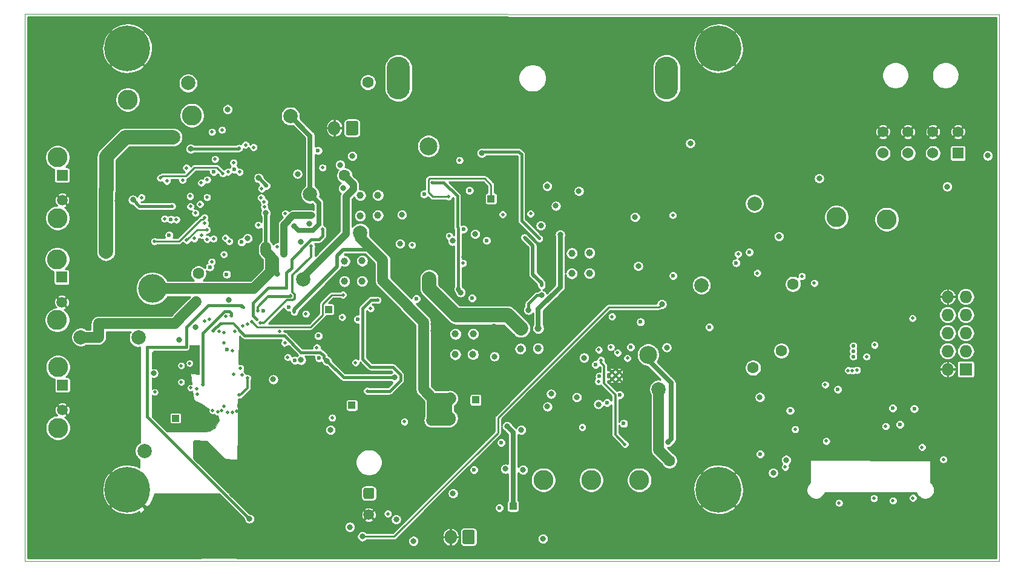
<source format=gbr>
G04 #@! TF.GenerationSoftware,KiCad,Pcbnew,(5.1.2)-1*
G04 #@! TF.CreationDate,2021-03-31T05:38:16+05:45*
G04 #@! TF.ProjectId,Pufferfish-Power-MCU,50756666-6572-4666-9973-682d506f7765,0.0*
G04 #@! TF.SameCoordinates,Original*
G04 #@! TF.FileFunction,Copper,L3,Inr*
G04 #@! TF.FilePolarity,Positive*
%FSLAX46Y46*%
G04 Gerber Fmt 4.6, Leading zero omitted, Abs format (unit mm)*
G04 Created by KiCad (PCBNEW (5.1.2)-1) date 2021-03-31 05:38:16*
%MOMM*%
%LPD*%
G04 APERTURE LIST*
G04 #@! TA.AperFunction,NonConductor*
%ADD10C,0.100000*%
G04 #@! TD*
G04 #@! TA.AperFunction,ViaPad*
%ADD11C,1.000000*%
G04 #@! TD*
G04 #@! TA.AperFunction,ViaPad*
%ADD12R,1.727200X1.727200*%
G04 #@! TD*
G04 #@! TA.AperFunction,ViaPad*
%ADD13O,1.727200X1.727200*%
G04 #@! TD*
G04 #@! TA.AperFunction,ViaPad*
%ADD14C,2.799999*%
G04 #@! TD*
G04 #@! TA.AperFunction,ViaPad*
%ADD15C,1.520000*%
G04 #@! TD*
G04 #@! TA.AperFunction,ViaPad*
%ADD16R,1.520000X1.520000*%
G04 #@! TD*
G04 #@! TA.AperFunction,ViaPad*
%ADD17C,2.500000*%
G04 #@! TD*
G04 #@! TA.AperFunction,ViaPad*
%ADD18O,3.250000X6.000000*%
G04 #@! TD*
G04 #@! TA.AperFunction,ViaPad*
%ADD19C,0.533400*%
G04 #@! TD*
G04 #@! TA.AperFunction,ViaPad*
%ADD20R,1.530000X1.530000*%
G04 #@! TD*
G04 #@! TA.AperFunction,ViaPad*
%ADD21C,1.530000*%
G04 #@! TD*
G04 #@! TA.AperFunction,ViaPad*
%ADD22C,0.800000*%
G04 #@! TD*
G04 #@! TA.AperFunction,ViaPad*
%ADD23C,6.400000*%
G04 #@! TD*
G04 #@! TA.AperFunction,ViaPad*
%ADD24C,1.500000*%
G04 #@! TD*
G04 #@! TA.AperFunction,Conductor*
%ADD25C,0.100000*%
G04 #@! TD*
G04 #@! TA.AperFunction,ViaPad*
%ADD26R,1.000000X1.000000*%
G04 #@! TD*
G04 #@! TA.AperFunction,ViaPad*
%ADD27C,0.600000*%
G04 #@! TD*
G04 #@! TA.AperFunction,ViaPad*
%ADD28C,1.700000*%
G04 #@! TD*
G04 #@! TA.AperFunction,ViaPad*
%ADD29O,1.700000X2.000000*%
G04 #@! TD*
G04 #@! TA.AperFunction,ViaPad*
%ADD30C,2.800000*%
G04 #@! TD*
G04 #@! TA.AperFunction,ViaPad*
%ADD31C,2.000000*%
G04 #@! TD*
G04 #@! TA.AperFunction,ViaPad*
%ADD32C,0.500000*%
G04 #@! TD*
G04 #@! TA.AperFunction,ViaPad*
%ADD33C,1.600000*%
G04 #@! TD*
G04 #@! TA.AperFunction,ViaPad*
%ADD34C,4.000000*%
G04 #@! TD*
G04 #@! TA.AperFunction,Conductor*
%ADD35C,0.250000*%
G04 #@! TD*
G04 #@! TA.AperFunction,Conductor*
%ADD36C,0.350000*%
G04 #@! TD*
G04 #@! TA.AperFunction,Conductor*
%ADD37C,0.300000*%
G04 #@! TD*
G04 #@! TA.AperFunction,Conductor*
%ADD38C,1.500000*%
G04 #@! TD*
G04 #@! TA.AperFunction,Conductor*
%ADD39C,2.000000*%
G04 #@! TD*
G04 #@! TA.AperFunction,Conductor*
%ADD40C,0.400000*%
G04 #@! TD*
G04 #@! TA.AperFunction,Conductor*
%ADD41C,0.700000*%
G04 #@! TD*
G04 #@! TA.AperFunction,Conductor*
%ADD42C,0.500000*%
G04 #@! TD*
G04 #@! TA.AperFunction,Conductor*
%ADD43C,1.000000*%
G04 #@! TD*
G04 #@! TA.AperFunction,Conductor*
%ADD44C,0.254000*%
G04 #@! TD*
G04 APERTURE END LIST*
D10*
X203287400Y-43052600D02*
X66977400Y-42972600D01*
X203287400Y-119552600D02*
X203287400Y-43052600D01*
X66977400Y-119552600D02*
X203287400Y-119552600D01*
X66977400Y-42972600D02*
X66977400Y-119552600D01*
X82946666Y-47752000D02*
G75*
G03X82946666Y-47752000I-1666666J0D01*
G01*
X78780000Y-47752000D02*
X83780000Y-47752000D01*
X81280000Y-45252000D02*
X81280000Y-50252000D01*
D11*
G04 #@! TO.N,VOUT_7812_24V*
G04 #@! TO.C,U10*
X143487400Y-79302600D03*
X145987400Y-76427600D03*
X143508000Y-76446360D03*
X145962400Y-79277600D03*
G04 #@! TD*
G04 #@! TO.N,/LTC7812/SW2_2*
G04 #@! TO.C,U9*
X127207400Y-90632600D03*
X129707400Y-87757600D03*
X127228000Y-87776360D03*
X129682400Y-90607600D03*
G04 #@! TD*
G04 #@! TO.N,/LTC7812/VBIAS1*
G04 #@! TO.C,U8*
X116387400Y-68322600D03*
X113887400Y-71197600D03*
X116366800Y-71178840D03*
X113912400Y-68347600D03*
G04 #@! TD*
G04 #@! TO.N,/LTC7812/SW_2_1*
G04 #@! TO.C,U7*
X111687400Y-80402600D03*
X114187400Y-77527600D03*
X111708000Y-77546360D03*
X114162400Y-80377600D03*
G04 #@! TD*
G04 #@! TO.N,/LTC7812/VBIAS1*
G04 #@! TO.C,Q6*
X123817400Y-99682600D03*
X126317400Y-96807600D03*
X123838000Y-96826360D03*
X126292400Y-99657600D03*
G04 #@! TD*
G04 #@! TO.N,VIN_7812_2*
G04 #@! TO.C,Q5*
X136317400Y-89822600D03*
X138817400Y-86947600D03*
X136338000Y-86966360D03*
X138792400Y-89797600D03*
G04 #@! TD*
D12*
G04 #@! TO.N,AAD_SCL*
G04 #@! TO.C,P1*
X198628000Y-92710000D03*
D13*
G04 #@! TO.N,GND*
X196088000Y-92710000D03*
G04 #@! TO.N,AAD_SDA*
X198628000Y-90170000D03*
G04 #@! TO.N,Net-(JP16-Pad2)*
X196088000Y-90170000D03*
G04 #@! TO.N,N/C*
X198628000Y-87630000D03*
X196088000Y-87630000D03*
X198628000Y-85090000D03*
X196088000Y-85090000D03*
X198628000Y-82550000D03*
G04 #@! TO.N,GND*
X196088000Y-82550000D03*
G04 #@! TD*
D14*
G04 #@! TO.N,N/C*
G04 #@! TO.C,J5*
X71568799Y-71528161D03*
X71568799Y-63028178D03*
D15*
G04 #@! TO.N,GND*
X72198800Y-69028301D03*
D16*
G04 #@! TO.N,INTCON_WALL*
X72198800Y-65528300D03*
G04 #@! TD*
D14*
G04 #@! TO.N,N/C*
G04 #@! TO.C,J4*
X71517399Y-85812461D03*
X71517399Y-77312478D03*
D15*
G04 #@! TO.N,GND*
X72147400Y-83312601D03*
D16*
G04 #@! TO.N,INTCON_WALL*
X72147400Y-79812600D03*
G04 #@! TD*
G04 #@! TO.N,VBAT-IN-12V*
G04 #@! TO.C,J6*
X72237400Y-94912600D03*
D15*
G04 #@! TO.N,GND*
X72237400Y-98412601D03*
D14*
G04 #@! TO.N,N/C*
X71607399Y-92412478D03*
X71607399Y-100912461D03*
G04 #@! TD*
D17*
G04 #@! TO.N,LTC7812_RUN*
G04 #@! TO.C,TP4*
X154178000Y-90678000D03*
G04 #@! TD*
D18*
G04 #@! TO.N,/LTC4015/PP-SENSE-CLN*
G04 #@! TO.C,F1*
X119255400Y-51926600D03*
G04 #@! TO.N,VIN_7812_1_RAW*
X156755400Y-51926600D03*
G04 #@! TD*
D19*
G04 #@! TO.N,N/C*
G04 #@! TO.C,U3*
X182880000Y-90170000D03*
X182880000Y-89419999D03*
X182880000Y-90920001D03*
G04 #@! TD*
D20*
G04 #@! TO.N,VOUT_7812_24V*
G04 #@! TO.C,J1*
X197528000Y-62460000D03*
D21*
G04 #@! TO.N,VIN_7812_2*
X194028000Y-62460000D03*
G04 #@! TO.N,VSYS-5V0*
X190528000Y-62460000D03*
G04 #@! TO.N,VSYS-3V3*
X187028000Y-62460000D03*
G04 #@! TO.N,GND*
X197528000Y-59460000D03*
X194028000Y-59460000D03*
X190528000Y-59460000D03*
X187028000Y-59460000D03*
G04 #@! TD*
D22*
G04 #@! TO.N,GND*
G04 #@! TO.C,H3*
X83024056Y-46082944D03*
X81327000Y-45380000D03*
X79629944Y-46082944D03*
X78927000Y-47780000D03*
X79629944Y-49477056D03*
X81327000Y-50180000D03*
X83024056Y-49477056D03*
X83727000Y-47780000D03*
D23*
X81320000Y-47780000D03*
G04 #@! TD*
D24*
G04 #@! TO.N,GND*
G04 #@! TO.C,J3*
X115107400Y-113077600D03*
D25*
G04 #@! TO.N,Net-(J3-Pad1)*
G36*
X115631904Y-109328804D02*
G01*
X115656173Y-109332404D01*
X115679971Y-109338365D01*
X115703071Y-109346630D01*
X115725249Y-109357120D01*
X115746293Y-109369733D01*
X115765998Y-109384347D01*
X115784177Y-109400823D01*
X115800653Y-109419002D01*
X115815267Y-109438707D01*
X115827880Y-109459751D01*
X115838370Y-109481929D01*
X115846635Y-109505029D01*
X115852596Y-109528827D01*
X115856196Y-109553096D01*
X115857400Y-109577600D01*
X115857400Y-110577600D01*
X115856196Y-110602104D01*
X115852596Y-110626373D01*
X115846635Y-110650171D01*
X115838370Y-110673271D01*
X115827880Y-110695449D01*
X115815267Y-110716493D01*
X115800653Y-110736198D01*
X115784177Y-110754377D01*
X115765998Y-110770853D01*
X115746293Y-110785467D01*
X115725249Y-110798080D01*
X115703071Y-110808570D01*
X115679971Y-110816835D01*
X115656173Y-110822796D01*
X115631904Y-110826396D01*
X115607400Y-110827600D01*
X114607400Y-110827600D01*
X114582896Y-110826396D01*
X114558627Y-110822796D01*
X114534829Y-110816835D01*
X114511729Y-110808570D01*
X114489551Y-110798080D01*
X114468507Y-110785467D01*
X114448802Y-110770853D01*
X114430623Y-110754377D01*
X114414147Y-110736198D01*
X114399533Y-110716493D01*
X114386920Y-110695449D01*
X114376430Y-110673271D01*
X114368165Y-110650171D01*
X114362204Y-110626373D01*
X114358604Y-110602104D01*
X114357400Y-110577600D01*
X114357400Y-109577600D01*
X114358604Y-109553096D01*
X114362204Y-109528827D01*
X114368165Y-109505029D01*
X114376430Y-109481929D01*
X114386920Y-109459751D01*
X114399533Y-109438707D01*
X114414147Y-109419002D01*
X114430623Y-109400823D01*
X114448802Y-109384347D01*
X114468507Y-109369733D01*
X114489551Y-109357120D01*
X114511729Y-109346630D01*
X114534829Y-109338365D01*
X114558627Y-109332404D01*
X114582896Y-109328804D01*
X114607400Y-109327600D01*
X115607400Y-109327600D01*
X115631904Y-109328804D01*
X115631904Y-109328804D01*
G37*
D24*
X115107400Y-110077600D03*
G04 #@! TD*
D26*
G04 #@! TO.N,VIN_7812_2*
G04 #@! TO.C,TP18*
X135282400Y-111877600D03*
G04 #@! TD*
G04 #@! TO.N,/LTC7812/EXTVCC1*
G04 #@! TO.C,TP19*
X109474000Y-84328000D03*
G04 #@! TD*
G04 #@! TO.N,/LTC7812/EXTVCC2*
G04 #@! TO.C,TP20*
X132207000Y-68834000D03*
G04 #@! TD*
G04 #@! TO.N,/LTC7812/VFB_1_1*
G04 #@! TO.C,TP21*
X88075000Y-99550000D03*
G04 #@! TD*
G04 #@! TO.N,Net-(R78-Pad2)*
G04 #@! TO.C,TP22*
X112732400Y-97752600D03*
G04 #@! TD*
G04 #@! TO.N,/LTC7812/VBIAS1*
G04 #@! TO.C,TP23*
X130057400Y-97002600D03*
G04 #@! TD*
D27*
G04 #@! TO.N,GND*
G04 #@! TO.C,U6*
X149103000Y-94073000D03*
X150103000Y-94073000D03*
X150103000Y-93073000D03*
X149103000Y-93073000D03*
G04 #@! TD*
D22*
G04 #@! TO.N,GND*
G04 #@! TO.C,H2*
X165724056Y-107852944D03*
X164027000Y-107150000D03*
X162329944Y-107852944D03*
X161627000Y-109550000D03*
X162329944Y-111247056D03*
X164027000Y-111950000D03*
X165724056Y-111247056D03*
X166427000Y-109550000D03*
D23*
X164027000Y-109550000D03*
G04 #@! TD*
D22*
G04 #@! TO.N,GND*
G04 #@! TO.C,H5*
X83024056Y-107852944D03*
X81327000Y-107150000D03*
X79629944Y-107852944D03*
X78927000Y-109550000D03*
X79629944Y-111247056D03*
X81327000Y-111950000D03*
X83024056Y-111247056D03*
X83727000Y-109550000D03*
D23*
X81327000Y-109550000D03*
G04 #@! TD*
G04 #@! TO.N,GND*
G04 #@! TO.C,H6*
X164020000Y-47780000D03*
D22*
X166430000Y-47735500D03*
X165727056Y-49432556D03*
X164030000Y-50135500D03*
X162332944Y-49432556D03*
X161630000Y-47735500D03*
X162332944Y-46038444D03*
X164030000Y-45335500D03*
X165727056Y-46038444D03*
G04 #@! TD*
D25*
G04 #@! TO.N,Net-(J7-Pad1)*
G04 #@! TO.C,J7*
G36*
X113400504Y-57929204D02*
G01*
X113424773Y-57932804D01*
X113448571Y-57938765D01*
X113471671Y-57947030D01*
X113493849Y-57957520D01*
X113514893Y-57970133D01*
X113534598Y-57984747D01*
X113552777Y-58001223D01*
X113569253Y-58019402D01*
X113583867Y-58039107D01*
X113596480Y-58060151D01*
X113606970Y-58082329D01*
X113615235Y-58105429D01*
X113621196Y-58129227D01*
X113624796Y-58153496D01*
X113626000Y-58178000D01*
X113626000Y-59678000D01*
X113624796Y-59702504D01*
X113621196Y-59726773D01*
X113615235Y-59750571D01*
X113606970Y-59773671D01*
X113596480Y-59795849D01*
X113583867Y-59816893D01*
X113569253Y-59836598D01*
X113552777Y-59854777D01*
X113534598Y-59871253D01*
X113514893Y-59885867D01*
X113493849Y-59898480D01*
X113471671Y-59908970D01*
X113448571Y-59917235D01*
X113424773Y-59923196D01*
X113400504Y-59926796D01*
X113376000Y-59928000D01*
X112176000Y-59928000D01*
X112151496Y-59926796D01*
X112127227Y-59923196D01*
X112103429Y-59917235D01*
X112080329Y-59908970D01*
X112058151Y-59898480D01*
X112037107Y-59885867D01*
X112017402Y-59871253D01*
X111999223Y-59854777D01*
X111982747Y-59836598D01*
X111968133Y-59816893D01*
X111955520Y-59795849D01*
X111945030Y-59773671D01*
X111936765Y-59750571D01*
X111930804Y-59726773D01*
X111927204Y-59702504D01*
X111926000Y-59678000D01*
X111926000Y-58178000D01*
X111927204Y-58153496D01*
X111930804Y-58129227D01*
X111936765Y-58105429D01*
X111945030Y-58082329D01*
X111955520Y-58060151D01*
X111968133Y-58039107D01*
X111982747Y-58019402D01*
X111999223Y-58001223D01*
X112017402Y-57984747D01*
X112037107Y-57970133D01*
X112058151Y-57957520D01*
X112080329Y-57947030D01*
X112103429Y-57938765D01*
X112127227Y-57932804D01*
X112151496Y-57929204D01*
X112176000Y-57928000D01*
X113376000Y-57928000D01*
X113400504Y-57929204D01*
X113400504Y-57929204D01*
G37*
D28*
X112776000Y-58928000D03*
D29*
G04 #@! TO.N,GND*
X110276000Y-58928000D03*
G04 #@! TD*
D17*
G04 #@! TO.N,/LTC4015/PP-SENSE-CLN*
G04 #@! TO.C,TP1*
X123444000Y-61468000D03*
G04 #@! TD*
D30*
G04 #@! TO.N,INTCON_WALL*
G04 #@! TO.C,TP2*
X81382400Y-54952600D03*
G04 #@! TD*
D31*
G04 #@! TO.N,VBAT-IN-12V*
G04 #@! TO.C,TP3*
X83727400Y-104152600D03*
G04 #@! TD*
D30*
G04 #@! TO.N,VSYS-5V0*
G04 #@! TO.C,TP5*
X187567400Y-71702600D03*
G04 #@! TD*
G04 #@! TO.N,VSYS-3V3*
G04 #@! TO.C,TP6*
X180547400Y-71402600D03*
G04 #@! TD*
G04 #@! TO.N,/LTC4015/PP-CSP*
G04 #@! TO.C,TP9*
X90350000Y-57150000D03*
G04 #@! TD*
G04 #@! TO.N,/LTC2955/INT_LVL*
G04 #@! TO.C,TP15*
X152957400Y-108204000D03*
G04 #@! TD*
G04 #@! TO.N,/LTC2955/KILL_LVL*
G04 #@! TO.C,TP16*
X139517000Y-108204000D03*
G04 #@! TD*
G04 #@! TO.N,/LTC2955/PG_LVL*
G04 #@! TO.C,TP17*
X146217000Y-108204000D03*
G04 #@! TD*
D31*
G04 #@! TO.N,VSYS-5V0-PGOOD*
G04 #@! TO.C,TP10*
X169057400Y-69502600D03*
G04 #@! TD*
D25*
G04 #@! TO.N,Net-(J8-Pad1)*
G04 #@! TO.C,J8*
G36*
X129693904Y-115189804D02*
G01*
X129718173Y-115193404D01*
X129741971Y-115199365D01*
X129765071Y-115207630D01*
X129787249Y-115218120D01*
X129808293Y-115230733D01*
X129827998Y-115245347D01*
X129846177Y-115261823D01*
X129862653Y-115280002D01*
X129877267Y-115299707D01*
X129889880Y-115320751D01*
X129900370Y-115342929D01*
X129908635Y-115366029D01*
X129914596Y-115389827D01*
X129918196Y-115414096D01*
X129919400Y-115438600D01*
X129919400Y-116938600D01*
X129918196Y-116963104D01*
X129914596Y-116987373D01*
X129908635Y-117011171D01*
X129900370Y-117034271D01*
X129889880Y-117056449D01*
X129877267Y-117077493D01*
X129862653Y-117097198D01*
X129846177Y-117115377D01*
X129827998Y-117131853D01*
X129808293Y-117146467D01*
X129787249Y-117159080D01*
X129765071Y-117169570D01*
X129741971Y-117177835D01*
X129718173Y-117183796D01*
X129693904Y-117187396D01*
X129669400Y-117188600D01*
X128469400Y-117188600D01*
X128444896Y-117187396D01*
X128420627Y-117183796D01*
X128396829Y-117177835D01*
X128373729Y-117169570D01*
X128351551Y-117159080D01*
X128330507Y-117146467D01*
X128310802Y-117131853D01*
X128292623Y-117115377D01*
X128276147Y-117097198D01*
X128261533Y-117077493D01*
X128248920Y-117056449D01*
X128238430Y-117034271D01*
X128230165Y-117011171D01*
X128224204Y-116987373D01*
X128220604Y-116963104D01*
X128219400Y-116938600D01*
X128219400Y-115438600D01*
X128220604Y-115414096D01*
X128224204Y-115389827D01*
X128230165Y-115366029D01*
X128238430Y-115342929D01*
X128248920Y-115320751D01*
X128261533Y-115299707D01*
X128276147Y-115280002D01*
X128292623Y-115261823D01*
X128310802Y-115245347D01*
X128330507Y-115230733D01*
X128351551Y-115218120D01*
X128373729Y-115207630D01*
X128396829Y-115199365D01*
X128420627Y-115193404D01*
X128444896Y-115189804D01*
X128469400Y-115188600D01*
X129669400Y-115188600D01*
X129693904Y-115189804D01*
X129693904Y-115189804D01*
G37*
D28*
X129069400Y-116188600D03*
D29*
G04 #@! TO.N,GND*
X126569400Y-116188600D03*
G04 #@! TD*
D32*
G04 #@! TO.N,/LTC4015/PP-VC*
X92122505Y-71454895D03*
X85122707Y-74801115D03*
G04 #@! TO.N,GND*
X155485400Y-45830600D03*
X122973400Y-72246600D03*
D22*
X98907400Y-90922600D03*
X100807400Y-89102600D03*
X98977400Y-90002600D03*
X99957400Y-91102600D03*
X99887400Y-90082600D03*
X99777400Y-89072600D03*
D32*
X176957400Y-77702600D03*
X177043799Y-77016200D03*
D27*
X170061324Y-75438000D03*
D32*
X159345400Y-85446600D03*
X162139400Y-85446600D03*
X160615400Y-85446600D03*
X161377400Y-85446600D03*
X160057400Y-90788600D03*
X151675400Y-75802600D03*
X151421400Y-79612600D03*
X166915400Y-96884600D03*
D22*
X166153400Y-99170600D03*
X164121400Y-99170600D03*
X165137400Y-99170600D03*
X166915400Y-98662600D03*
D27*
X159317400Y-90942600D03*
D22*
X118757400Y-77132600D03*
X119847400Y-79512610D03*
X128497400Y-77022600D03*
X128577400Y-76112600D03*
D27*
X159397400Y-77222600D03*
X159197400Y-76412600D03*
X152287400Y-87572600D03*
X150777400Y-75552600D03*
X150737400Y-79532600D03*
X149157388Y-83212600D03*
D32*
X151107400Y-83282600D03*
X150177400Y-82292600D03*
X152197400Y-86222600D03*
D27*
X157517400Y-93482600D03*
X153657400Y-94492600D03*
D32*
X90407400Y-66402600D03*
X90966233Y-66709600D03*
X95837400Y-59292600D03*
X96607400Y-59382600D03*
X158237400Y-70472600D03*
X159052403Y-70497603D03*
D22*
X159267400Y-67642602D03*
D27*
X142477400Y-66942600D03*
D32*
X170707400Y-78302600D03*
X182432400Y-77834600D03*
X178853400Y-77834600D03*
X176821400Y-76374100D03*
X163557400Y-82352602D03*
X164182400Y-82477600D03*
D27*
X158400400Y-85414600D03*
X151807400Y-77602600D03*
D32*
X151790900Y-76619100D03*
X151746939Y-78511393D03*
D27*
X126247418Y-105012600D03*
X123937400Y-105022600D03*
X121703400Y-105520600D03*
X178097400Y-82512600D03*
X179967400Y-82402600D03*
X178967400Y-82222600D03*
X180997400Y-85262600D03*
X181247400Y-83222600D03*
X181227400Y-87322600D03*
X182037400Y-87632600D03*
X181057400Y-86332600D03*
X180967400Y-84322600D03*
X182097400Y-82862600D03*
X158617400Y-90862600D03*
X160717400Y-90852580D03*
X177797400Y-93672600D03*
X180277400Y-93602600D03*
X173727400Y-93572600D03*
X178517400Y-93642600D03*
X176067400Y-93772600D03*
X180557400Y-92642600D03*
X179337400Y-93792600D03*
X177057400Y-93792600D03*
X174697400Y-93802600D03*
X173467400Y-92632600D03*
D22*
X186487400Y-98252590D03*
D27*
X129117400Y-104002600D03*
X128057400Y-105012600D03*
X125507400Y-105022600D03*
X123007400Y-105022600D03*
X120681400Y-105420626D03*
D22*
X146301000Y-95446196D03*
X157557392Y-91602600D03*
X157657400Y-92602600D03*
X153682400Y-95402600D03*
X152732400Y-95427600D03*
D32*
X103532400Y-89727600D03*
X100182400Y-78452600D03*
X76760000Y-57900000D03*
X82282400Y-63202600D03*
D27*
X113757400Y-61277600D03*
D32*
X81663772Y-58762429D03*
X103831442Y-66033367D03*
X104057400Y-85077600D03*
D22*
X84200000Y-68940000D03*
X158457900Y-67170300D03*
X114400900Y-48815100D03*
D32*
X97207400Y-58977600D03*
X95468449Y-58882215D03*
X90740000Y-71589996D03*
X91535448Y-70396280D03*
X96730000Y-58470000D03*
X89200000Y-61080000D03*
X96120000Y-58550000D03*
X86730000Y-73130000D03*
X86070000Y-72190000D03*
X85020000Y-73160000D03*
D22*
X82609992Y-71897500D03*
X81580000Y-73490000D03*
X81687356Y-66388990D03*
D32*
X76290000Y-58420000D03*
X73080000Y-54010000D03*
X89300000Y-60310000D03*
X103920000Y-65370000D03*
X103070000Y-63230000D03*
X103070000Y-61660000D03*
X100400000Y-62110000D03*
X178091400Y-77834600D03*
X179615400Y-77834600D03*
X181647400Y-77834600D03*
X183171400Y-77834600D03*
X184557410Y-79777600D03*
X125538946Y-74403453D03*
X111257400Y-57902600D03*
D22*
X110276000Y-57383992D03*
D32*
X81457400Y-63602600D03*
X80257400Y-69602600D03*
X79782400Y-69102600D03*
X80652304Y-71897500D03*
X82657394Y-57860000D03*
D22*
X97057400Y-51002592D03*
X98645000Y-51115012D03*
D32*
X104179998Y-60020000D03*
X186557400Y-95502600D03*
X188557400Y-93702600D03*
X187257400Y-88402600D03*
D27*
X96944500Y-97815500D03*
D32*
X96657400Y-98602600D03*
X96012000Y-98747996D03*
X186557400Y-87702600D03*
X188657410Y-84302600D03*
X188657400Y-85002600D03*
X188657400Y-83602600D03*
D22*
X163359400Y-98662600D03*
D32*
X164167392Y-96812600D03*
X187357400Y-99802600D03*
D22*
X190957400Y-102727602D03*
D27*
X116357400Y-98602600D03*
D32*
X124057400Y-88002600D03*
X124057400Y-88702600D03*
X124057400Y-89402600D03*
X124057400Y-90102600D03*
D22*
X122612990Y-83947000D03*
X159714500Y-68462000D03*
X159689100Y-69414500D03*
D27*
X106857100Y-91233100D03*
D32*
X91159900Y-77809200D03*
X83727958Y-72373298D03*
X91159900Y-96211478D03*
X90194700Y-95309800D03*
X88857400Y-92202588D03*
D27*
X115457400Y-97502600D03*
D32*
X91057400Y-95402600D03*
X93257404Y-98502600D03*
X94857400Y-97902600D03*
X95357400Y-98702600D03*
X97057400Y-97102600D03*
X85157400Y-95902600D03*
D27*
X106497400Y-91882600D03*
D22*
X106907400Y-93892600D03*
D27*
X107240151Y-92175349D03*
X107691012Y-84790227D03*
X113447400Y-87812600D03*
D22*
X125475992Y-65203418D03*
D32*
X109320900Y-74850100D03*
D27*
X141019567Y-93789758D03*
D22*
X132587400Y-87592600D03*
X132587400Y-86742600D03*
X132587400Y-88472600D03*
X132600000Y-89442400D03*
D32*
X143467400Y-90362600D03*
X72057400Y-58222600D03*
D27*
X122274900Y-104961800D03*
X115430593Y-99552593D03*
D32*
X126837734Y-72228153D03*
D27*
X128407400Y-67327599D03*
X128432400Y-72002600D03*
D32*
X152197400Y-86752599D03*
X102882398Y-92602600D03*
D27*
X97147400Y-100032600D03*
X97487400Y-98892600D03*
D32*
X79137400Y-89102600D03*
X80617400Y-89112600D03*
X81407400Y-89112600D03*
D22*
X121007400Y-93922600D03*
D32*
X105857400Y-94212600D03*
X107416649Y-91376661D03*
X103887400Y-90282600D03*
X103062810Y-91172199D03*
X154297400Y-78612600D03*
X153207400Y-79392600D03*
X153657400Y-78912600D03*
X158577400Y-77602600D03*
X158207400Y-78512600D03*
D22*
X108257400Y-49522600D03*
D32*
X131787400Y-70852600D03*
X90170644Y-71831963D03*
D22*
X138067400Y-97212600D03*
D32*
X134917400Y-68092600D03*
D27*
X135617400Y-67892606D03*
D32*
X180907400Y-90612600D03*
X188237400Y-94632600D03*
X186357400Y-96090099D03*
X186277400Y-94842600D03*
X184757400Y-78992600D03*
X184697400Y-80442600D03*
X169437400Y-74582598D03*
X169395628Y-76315812D03*
X170582402Y-77602600D03*
X170657400Y-78952600D03*
D22*
X168252398Y-73199998D03*
D32*
X172249400Y-43798600D03*
X173265400Y-43798600D03*
X174281400Y-43798600D03*
X175297400Y-43798600D03*
X176313400Y-43798600D03*
X177329400Y-43798600D03*
X178345400Y-43798600D03*
X179361400Y-43798600D03*
X180377400Y-43798600D03*
X181393400Y-43798600D03*
X182409400Y-43798600D03*
X183425400Y-43798600D03*
X184441400Y-43798600D03*
X185457400Y-43798600D03*
X186473400Y-43798600D03*
X187489400Y-43798600D03*
X188505400Y-43798600D03*
X189521400Y-43798600D03*
X190537400Y-43798600D03*
X191553400Y-43798600D03*
X192569400Y-43798600D03*
X193585400Y-43798600D03*
X194601400Y-43798600D03*
X195617400Y-43798600D03*
X196633400Y-43798600D03*
X197649400Y-43798600D03*
X198665400Y-43798600D03*
X199681400Y-43798600D03*
X200697400Y-43798600D03*
X202475400Y-45830600D03*
X202538900Y-44814600D03*
X199681400Y-45830600D03*
X198665400Y-45830600D03*
X199681400Y-44814600D03*
X201713400Y-43798600D03*
X202475400Y-43798600D03*
X198665400Y-44814600D03*
X171233400Y-43798600D03*
X170217400Y-43798600D03*
X169201400Y-43798600D03*
X168185400Y-43798600D03*
X167169400Y-43798600D03*
X166153400Y-43798600D03*
X165137400Y-43798600D03*
X163613400Y-43798600D03*
X162597400Y-43798600D03*
X161581400Y-43798600D03*
X160565400Y-43798600D03*
X159549400Y-43798600D03*
X158533400Y-43798600D03*
X157517400Y-43798600D03*
X147357400Y-43798600D03*
X148357400Y-43798600D03*
X149357400Y-43798600D03*
X150357400Y-43798600D03*
X151357400Y-43798600D03*
X152357400Y-43798600D03*
X147357400Y-44798600D03*
X148357400Y-44798600D03*
X149357400Y-44798600D03*
X150357400Y-44798600D03*
X151357400Y-44798600D03*
X152357400Y-44798600D03*
X153357400Y-44798600D03*
X154357400Y-44798600D03*
X147357400Y-45798600D03*
X148357400Y-45798600D03*
X149357400Y-45798600D03*
X150357400Y-45798600D03*
X151357400Y-45798600D03*
X152357400Y-45798600D03*
X153357400Y-45798600D03*
X154357400Y-45798600D03*
X147357400Y-46798600D03*
X148357400Y-46798600D03*
X149357400Y-46798600D03*
X150357400Y-46798600D03*
X151357400Y-46798600D03*
X152357400Y-46798600D03*
X153357400Y-46798600D03*
X154357400Y-46798600D03*
X155485400Y-44814600D03*
X156501400Y-44814600D03*
X157517400Y-44814600D03*
X158533400Y-44814600D03*
X159549400Y-44814600D03*
X160565400Y-44814600D03*
X153453400Y-43766600D03*
X154453400Y-43766600D03*
X155453400Y-43766600D03*
X156453400Y-43766600D03*
X157517400Y-45830600D03*
X158533400Y-45798600D03*
X156501400Y-46846600D03*
X155485400Y-46846600D03*
X156501400Y-45830600D03*
X158533400Y-46814600D03*
X161581400Y-44814600D03*
X159549400Y-46846600D03*
X160565400Y-45830600D03*
X159549400Y-45830600D03*
X157517400Y-46846600D03*
X143292900Y-113712100D03*
X144292900Y-113712100D03*
X145292900Y-113712100D03*
X146292900Y-113712100D03*
X147292900Y-113712100D03*
X148292900Y-113712100D03*
X149292900Y-113712100D03*
X150292900Y-113712100D03*
X151292900Y-113712100D03*
X152292900Y-113712100D03*
X153292900Y-113712100D03*
X154292900Y-113712100D03*
X155292900Y-113712100D03*
X156292900Y-113712100D03*
X157292900Y-113712100D03*
X158292900Y-113712100D03*
X159292900Y-113712100D03*
X160292900Y-113712100D03*
X161292900Y-113712100D03*
X162483400Y-113712100D03*
X163737400Y-113712100D03*
X164737400Y-113712100D03*
X165737400Y-113712100D03*
X166737400Y-113712100D03*
X167737400Y-113712100D03*
X168673900Y-113712100D03*
X201713400Y-48878600D03*
X202457400Y-48878600D03*
X202457400Y-46706600D03*
X197649400Y-44814600D03*
X192677400Y-44798600D03*
X193677400Y-44798600D03*
X194677400Y-44798600D03*
X195677400Y-44798600D03*
X196677400Y-44798600D03*
X173343400Y-44782600D03*
X174343400Y-44782600D03*
X175343400Y-44782600D03*
X176343400Y-44782600D03*
X177343400Y-44782600D03*
X178343400Y-44782600D03*
X179343400Y-44782600D03*
X180343400Y-44782600D03*
X181343400Y-44782600D03*
X182343400Y-44782600D03*
X183343400Y-44782600D03*
X184343400Y-44782600D03*
X185343400Y-44782600D03*
X186343400Y-44782600D03*
X187343400Y-44782600D03*
X188343400Y-44782600D03*
X189343400Y-44782600D03*
X190343400Y-44782600D03*
X191343400Y-44782600D03*
X117385400Y-44766600D03*
X118385400Y-44766600D03*
X119385400Y-44766600D03*
X120385400Y-44766600D03*
X121385400Y-44766600D03*
X122385400Y-44766600D03*
X123385400Y-44766600D03*
X124385400Y-44766600D03*
X125385400Y-44766600D03*
X126385400Y-44766600D03*
X127385400Y-44766600D03*
X128385400Y-44766600D03*
X129385400Y-44766600D03*
X130385400Y-44766600D03*
X131385400Y-44766600D03*
X132385400Y-44766600D03*
X133385400Y-44766600D03*
X134385400Y-44766600D03*
X135385400Y-44766600D03*
X136385400Y-44766600D03*
X137385400Y-44766600D03*
X139385400Y-44766600D03*
X140385400Y-44766600D03*
X141385400Y-44766600D03*
X142385400Y-44766600D03*
X143385400Y-44766600D03*
X144385400Y-44766600D03*
X145385400Y-44766600D03*
X146385400Y-44766600D03*
X151913400Y-111362600D03*
X152913400Y-111362600D03*
X153913400Y-111362600D03*
X154913400Y-111362600D03*
X155913400Y-111362600D03*
X156913400Y-111362600D03*
X157913400Y-111362600D03*
X158913400Y-111362600D03*
X159913400Y-111362600D03*
X147865400Y-112378600D03*
X148881400Y-112378600D03*
X149897400Y-112378600D03*
X150913400Y-112378600D03*
X151929400Y-112378600D03*
X146769400Y-111346600D03*
X147769400Y-111346600D03*
X148769400Y-111346600D03*
X149769400Y-111346600D03*
X150769400Y-111346600D03*
X141070900Y-112950100D03*
X144817400Y-112378600D03*
X145753400Y-112346600D03*
X146753400Y-112346600D03*
X154977400Y-112378600D03*
X152945400Y-112378600D03*
X153961400Y-112378600D03*
X155993400Y-112378600D03*
X157009400Y-112378600D03*
X158025400Y-112378600D03*
X159041400Y-112522600D03*
X141578900Y-112378600D03*
X142150400Y-111807100D03*
X143189400Y-111200600D03*
X145833400Y-111362600D03*
X145071400Y-111362600D03*
X145071400Y-110092600D03*
X145833400Y-110346600D03*
X146595400Y-110346600D03*
X147357400Y-110092600D03*
X147865400Y-109584600D03*
X148119400Y-109076600D03*
X148373400Y-108314600D03*
X148119400Y-107552600D03*
X147865400Y-106790600D03*
X147357400Y-106536600D03*
X146595400Y-106282600D03*
X169645900Y-113712100D03*
X170407900Y-113712100D03*
X171169900Y-113712100D03*
X172185900Y-113712100D03*
X173201900Y-113712100D03*
X174217900Y-113712100D03*
X175487900Y-113712100D03*
X176503900Y-113712100D03*
X177519900Y-113712100D03*
X181075900Y-113712100D03*
X179869400Y-113712100D03*
X182345900Y-113712100D03*
X183679400Y-113712100D03*
X184885900Y-113712100D03*
X186219400Y-113712100D03*
X187552900Y-113712100D03*
X188695900Y-113712100D03*
X189965900Y-113712100D03*
X191235900Y-113712100D03*
X192632900Y-113712100D03*
X193775900Y-113712100D03*
X195045900Y-113712100D03*
X196315900Y-113775600D03*
X197458900Y-113775600D03*
X198347900Y-113331100D03*
X151421400Y-106790600D03*
X150913400Y-107806600D03*
X150913400Y-108822600D03*
X151421400Y-109838600D03*
X152945400Y-110346600D03*
X154469400Y-109838600D03*
X154977400Y-108822600D03*
X154977400Y-107806600D03*
X154469400Y-106790600D03*
X154469400Y-105774600D03*
X151421400Y-105774600D03*
X161073400Y-106790600D03*
X160565400Y-107806600D03*
X160057400Y-108822600D03*
X160057400Y-109838600D03*
X160057400Y-112378600D03*
X161073400Y-112378600D03*
X166661400Y-106790600D03*
X167169400Y-106790600D03*
X167931400Y-108314600D03*
X167931400Y-109330600D03*
X167931400Y-110600600D03*
X167677400Y-111616600D03*
X168947400Y-108314600D03*
X169709400Y-108314600D03*
X168947400Y-109330600D03*
X169709400Y-109330600D03*
X168947400Y-110600600D03*
X169963400Y-110600600D03*
X168947400Y-111616600D03*
X169963400Y-111616600D03*
X167169400Y-112378600D03*
X166153400Y-112632600D03*
X168947400Y-112378600D03*
X169963400Y-112378600D03*
X170979400Y-111616600D03*
X170979400Y-112378600D03*
X171741400Y-112378600D03*
X172503400Y-112378600D03*
X146385400Y-43658600D03*
X143385400Y-43658600D03*
X145385400Y-43658600D03*
X144385400Y-43658600D03*
X142385400Y-43658600D03*
X137385400Y-43658600D03*
X139385400Y-43658600D03*
X140385400Y-43658600D03*
X141385400Y-43658600D03*
X138594400Y-43671600D03*
X135385400Y-43658600D03*
X133385400Y-43658600D03*
X132385400Y-43658600D03*
X136385400Y-43658600D03*
X134385400Y-43658600D03*
X129385400Y-43658600D03*
X128385400Y-43658600D03*
X130385400Y-43658600D03*
X131385400Y-43658600D03*
X127385400Y-43658600D03*
X125385400Y-43646200D03*
X126377000Y-43646200D03*
X124497400Y-43646200D03*
X123430600Y-43646200D03*
X122363800Y-43646200D03*
X119417400Y-43646200D03*
X117436200Y-43646200D03*
X120433400Y-43646200D03*
X121398600Y-43646200D03*
X118452200Y-43646200D03*
X200697400Y-46630600D03*
X199681400Y-46630600D03*
X201713400Y-46630600D03*
X200951400Y-48878600D03*
X202475400Y-49640600D03*
X202475400Y-50402600D03*
X201713400Y-49640600D03*
X199681400Y-47354600D03*
X200697400Y-48116600D03*
X200697400Y-47354600D03*
X201713400Y-47354600D03*
X201713400Y-48116600D03*
X202475400Y-47354600D03*
X202475400Y-48116600D03*
X197903400Y-45576600D03*
X198919400Y-46592600D03*
X172311400Y-44782600D03*
X171311400Y-44782600D03*
X170201400Y-44560600D03*
X169201400Y-44560600D03*
X167169400Y-44560600D03*
X168169400Y-44560600D03*
X172311400Y-45798600D03*
X174343400Y-45798600D03*
X176343400Y-45798600D03*
X175343400Y-45798600D03*
X173343400Y-45798600D03*
X172327400Y-46814600D03*
X171295400Y-46814600D03*
X173327400Y-46814600D03*
X175327400Y-46814600D03*
X174327400Y-46814600D03*
X172311400Y-47830600D03*
X171311400Y-47830600D03*
X170279400Y-47830600D03*
X174311400Y-47830600D03*
X173311400Y-47830600D03*
X169263400Y-48846600D03*
X171295400Y-48846600D03*
X173295400Y-48846600D03*
X172295400Y-48846600D03*
X170295400Y-48846600D03*
X172279400Y-49862600D03*
X168247400Y-49862600D03*
X170279400Y-49862600D03*
X169279400Y-49862600D03*
X171279400Y-49862600D03*
X170517400Y-50878600D03*
X169517400Y-50878600D03*
X171517400Y-50878600D03*
X168517400Y-50878600D03*
X166723400Y-51640600D03*
X169755400Y-51640600D03*
X168755400Y-51640600D03*
X170755400Y-51640600D03*
X167755400Y-51640600D03*
X170471400Y-45830600D03*
X168439400Y-45830600D03*
X169439400Y-45830600D03*
X171471400Y-45830600D03*
X169533400Y-46814600D03*
X168501400Y-46814600D03*
X169533400Y-47830600D03*
X168501400Y-47830600D03*
X168439400Y-48878600D03*
X170471400Y-46846600D03*
X178375400Y-50624600D03*
X177359400Y-51640600D03*
X173803400Y-55450600D03*
X176343400Y-52656600D03*
X179391400Y-49608600D03*
X174565400Y-54688600D03*
X175327400Y-53672600D03*
X180089400Y-49100600D03*
X184089400Y-49100600D03*
X185089400Y-49100600D03*
X186089400Y-49100600D03*
X187089400Y-49100600D03*
X188089400Y-49100600D03*
X189089400Y-49100600D03*
X182089400Y-49100600D03*
X183089400Y-49100600D03*
X192423400Y-49116600D03*
X193423400Y-49116600D03*
X194423400Y-49116600D03*
X181089400Y-49100600D03*
X190089400Y-49100600D03*
X191089400Y-49100600D03*
X198982900Y-53704600D03*
X199046400Y-54784100D03*
X199109900Y-56278600D03*
X199109900Y-57895600D03*
X123989400Y-71484600D03*
X123989400Y-72246600D03*
X123989400Y-73008600D03*
X122973400Y-73008600D03*
X121957400Y-73008600D03*
X121957400Y-72246600D03*
X121957400Y-71484600D03*
X122973400Y-71484600D03*
X121957400Y-70722600D03*
X122973400Y-70722600D03*
X123989400Y-70722600D03*
X144451400Y-45782600D03*
X139451400Y-45782600D03*
X140451400Y-45782600D03*
X146451400Y-45782600D03*
X145451400Y-45782600D03*
X142451400Y-45782600D03*
X141451400Y-45782600D03*
X143451400Y-45782600D03*
X136577400Y-45782600D03*
X138577400Y-45782600D03*
X137577400Y-45782600D03*
X132577400Y-45782600D03*
X133577400Y-45782600D03*
X131577400Y-45782600D03*
X135577400Y-45782600D03*
X134577400Y-45782600D03*
X128449400Y-45782600D03*
X123449400Y-45782600D03*
X124449400Y-45782600D03*
X130449400Y-45782600D03*
X129449400Y-45782600D03*
X126449400Y-45782600D03*
X125449400Y-45782600D03*
X127449400Y-45782600D03*
X146451400Y-46798600D03*
X145451400Y-46798600D03*
X140451400Y-46798600D03*
X144451400Y-46798600D03*
X142451400Y-46798600D03*
X141451400Y-46798600D03*
X143451400Y-46798600D03*
X139451400Y-46798600D03*
X132577400Y-46798600D03*
X134577400Y-46798600D03*
X137577400Y-46798600D03*
X138577400Y-46798600D03*
X136577400Y-46798600D03*
X135577400Y-46798600D03*
X131577400Y-46798600D03*
X133577400Y-46798600D03*
X127449400Y-46798600D03*
X126449400Y-46798600D03*
X124449400Y-46798600D03*
X129449400Y-46798600D03*
X130449400Y-46798600D03*
X128449400Y-46798600D03*
X123449400Y-46798600D03*
X125449400Y-46798600D03*
X112425800Y-43766600D03*
X113425800Y-43766600D03*
X114425800Y-43766600D03*
X112425800Y-44766600D03*
X115425800Y-43766600D03*
X113425800Y-44766600D03*
X115425800Y-44766600D03*
X114425800Y-44766600D03*
X108158600Y-44665000D03*
X110158600Y-44665000D03*
X111158600Y-44665000D03*
X109158600Y-44665000D03*
X110158600Y-43665000D03*
X111158600Y-43665000D03*
X108158600Y-43665000D03*
X109158600Y-43665000D03*
X110158600Y-46052600D03*
X111158600Y-46052600D03*
X108158600Y-46052600D03*
X109158600Y-46052600D03*
X107193400Y-46052600D03*
X107193400Y-47881400D03*
X107193400Y-48881400D03*
X107193400Y-49557800D03*
X108209400Y-47729000D03*
X108209400Y-48729000D03*
X111917800Y-46015000D03*
X112749900Y-46015000D03*
X114400900Y-46021100D03*
X113695800Y-46021100D03*
X114400900Y-47735600D03*
D22*
X112813400Y-47100600D03*
D32*
X166528600Y-56111000D03*
X168528600Y-56111000D03*
X169528600Y-56111000D03*
X171528600Y-56111000D03*
X170528600Y-56111000D03*
X167528600Y-56111000D03*
X152772200Y-67033000D03*
X153534200Y-66271000D03*
X154296200Y-65255000D03*
X152285000Y-67471400D03*
X158838200Y-49691400D03*
X158584200Y-49081800D03*
X158076200Y-48573800D03*
X157415800Y-48269000D03*
X158533400Y-47761000D03*
X159549400Y-47811800D03*
X160413000Y-46897400D03*
X160209800Y-47811800D03*
X160260600Y-48573800D03*
X160565400Y-49335800D03*
X161022600Y-49996200D03*
X161581400Y-50707400D03*
X162343400Y-51113800D03*
X163410200Y-51469400D03*
X164375400Y-51520200D03*
X165188200Y-51367800D03*
X166001000Y-51113800D03*
X166763000Y-50656600D03*
X167220200Y-50097800D03*
X167474200Y-49335800D03*
X167829800Y-48421400D03*
X167880600Y-47303800D03*
X167626600Y-46287800D03*
X167321800Y-45424200D03*
X166153400Y-44560600D03*
X164324600Y-43798600D03*
X162191000Y-44408200D03*
X154825000Y-64677400D03*
X153961400Y-65795000D03*
X151777000Y-67979400D03*
X151218200Y-68436600D03*
X172312900Y-56117600D03*
X173074900Y-55863600D03*
X138594400Y-44814600D03*
X118385400Y-45528600D03*
X121385400Y-45528600D03*
X122385400Y-45528600D03*
X119385400Y-45528600D03*
X120385400Y-45528600D03*
X117385400Y-45528600D03*
X116432900Y-44766600D03*
X116483700Y-43646200D03*
X115480400Y-45576600D03*
X112241900Y-50910600D03*
X109193900Y-47735600D03*
X110158600Y-47735600D03*
X111162400Y-47742200D03*
X111924400Y-47735600D03*
X113702400Y-47735600D03*
X106158100Y-43665000D03*
X107158100Y-43665000D03*
X104158100Y-43665000D03*
X105158100Y-43665000D03*
X103284600Y-43665000D03*
X102284600Y-43665000D03*
X101284600Y-43665000D03*
X100284600Y-43665000D03*
X99538100Y-43665000D03*
X97474600Y-43665000D03*
X98538100Y-43665000D03*
X96411100Y-43665000D03*
X94299600Y-43601500D03*
X95363100Y-43665000D03*
X93109100Y-43665000D03*
X93109100Y-44363500D03*
X97474600Y-44363500D03*
X98538100Y-44363500D03*
X96411100Y-44363500D03*
X94299600Y-44300000D03*
X95363100Y-44363500D03*
X98538100Y-45125500D03*
X96411100Y-45125500D03*
X95363100Y-45125500D03*
X93109100Y-45125500D03*
X97474600Y-45125500D03*
X94299600Y-45062000D03*
X94299600Y-45824000D03*
X95363100Y-45887500D03*
X98538100Y-45887500D03*
X96411100Y-45887500D03*
X97474600Y-45887500D03*
X93109100Y-45887500D03*
X94299600Y-46522500D03*
X93109100Y-46586000D03*
X95363100Y-46586000D03*
X96411100Y-46586000D03*
X98538100Y-46586000D03*
X97474600Y-46586000D03*
X93109100Y-47284500D03*
X96411100Y-47284500D03*
X97474600Y-47284500D03*
X94299600Y-47221000D03*
X95363100Y-47284500D03*
X98538100Y-47284500D03*
X96411100Y-47919500D03*
X95363100Y-47919500D03*
X97474600Y-47919500D03*
X98538100Y-47919500D03*
X94299600Y-47856000D03*
X93109100Y-47919500D03*
X96474600Y-54269500D03*
X95680600Y-54269500D03*
X97255900Y-54269500D03*
X94680600Y-54269500D03*
X93680600Y-54269500D03*
X93699900Y-53698000D03*
X94652400Y-53698000D03*
X95668400Y-53698000D03*
X97255900Y-53704600D03*
X96493900Y-53698000D03*
X93680600Y-54904500D03*
X94680600Y-54904500D03*
X95680600Y-54904500D03*
X97255900Y-54904500D03*
X96474600Y-54904500D03*
X96474600Y-55546100D03*
X95680600Y-55476000D03*
X94680600Y-55476000D03*
X93699900Y-55482600D03*
X93064900Y-53698000D03*
X93045600Y-54269500D03*
X93045600Y-54904500D03*
X93064900Y-55482600D03*
X93109100Y-50015000D03*
X93109100Y-50650000D03*
X93109100Y-49316500D03*
X93109100Y-48618000D03*
X94271400Y-51355100D03*
X93128400Y-51355100D03*
X95096900Y-51482100D03*
X95858900Y-51482100D03*
X94315600Y-49253000D03*
X94315600Y-48554500D03*
X94315600Y-50586500D03*
X94315600Y-49951500D03*
X97954400Y-51101100D03*
X187089900Y-57863600D03*
X197423900Y-57879600D03*
X193089900Y-57863600D03*
X189089900Y-57863600D03*
X186089900Y-57863600D03*
X183742900Y-57832100D03*
X190089900Y-57863600D03*
X192089900Y-57863600D03*
X191089900Y-57863600D03*
X194089900Y-57863600D03*
X188089900Y-57863600D03*
X184695400Y-57832100D03*
X195089900Y-57863600D03*
X198423900Y-57879600D03*
X196423900Y-57879600D03*
X183742900Y-56276100D03*
X185835900Y-56276100D03*
X197169900Y-56292100D03*
X193835900Y-56276100D03*
X187835900Y-56276100D03*
X192835900Y-56276100D03*
X191835900Y-56276100D03*
X189835900Y-56276100D03*
X184695400Y-56276100D03*
X190835900Y-56276100D03*
X198169900Y-56292100D03*
X186835900Y-56276100D03*
X188835900Y-56276100D03*
X194835900Y-56276100D03*
X196169900Y-56292100D03*
X191708900Y-55006100D03*
X189708900Y-55006100D03*
X190708900Y-55006100D03*
X196296900Y-54768100D03*
X188708900Y-55006100D03*
X194708900Y-55006100D03*
X184708900Y-55006100D03*
X198296900Y-54768100D03*
X183708900Y-55006100D03*
X185708900Y-55006100D03*
X192708900Y-55006100D03*
X186708900Y-55006100D03*
X197296900Y-54768100D03*
X193708900Y-55006100D03*
X187708900Y-55006100D03*
X193645400Y-53736100D03*
X186645400Y-53736100D03*
X190645400Y-53736100D03*
X191645400Y-53736100D03*
X194645400Y-53736100D03*
X183645400Y-53736100D03*
X192645400Y-53736100D03*
X197979400Y-53752100D03*
X195979400Y-53752100D03*
X185645400Y-53736100D03*
X196979400Y-53752100D03*
X187645400Y-53736100D03*
X184645400Y-53736100D03*
X189645400Y-53736100D03*
X188645400Y-53736100D03*
X198855900Y-52942600D03*
X197839900Y-51736100D03*
X197966900Y-53069600D03*
X193423400Y-50323100D03*
X191089400Y-50307100D03*
X192423400Y-50323100D03*
X184581400Y-52275600D03*
X183581400Y-52275600D03*
X185581400Y-52275600D03*
X186581400Y-52275600D03*
X184835400Y-50370600D03*
X186835400Y-50370600D03*
X185835400Y-50370600D03*
X183835400Y-50370600D03*
X193486900Y-52228100D03*
X191152900Y-52212100D03*
X192486900Y-52228100D03*
X182536400Y-56339600D03*
X182438900Y-53799600D03*
X182536400Y-57895600D03*
X182502400Y-55069600D03*
X182374900Y-52339100D03*
X181329900Y-56403100D03*
X181232400Y-53863100D03*
X181295900Y-55133100D03*
X181168400Y-52402600D03*
X181329900Y-57959100D03*
X180250400Y-56466600D03*
X180216400Y-55196600D03*
X180088900Y-52466100D03*
X180250400Y-58022600D03*
X180152900Y-53926600D03*
X178946400Y-53990100D03*
X179009900Y-55260100D03*
X179043900Y-56530100D03*
X178882400Y-52529600D03*
X179043900Y-58022600D03*
X177803400Y-55387100D03*
X177866900Y-56657100D03*
X177739400Y-53926600D03*
X177900900Y-58975100D03*
X177900900Y-57927100D03*
X176533400Y-57038100D03*
X176596900Y-58308100D03*
X176469400Y-55577600D03*
X176630900Y-59578100D03*
X175326900Y-57863600D03*
X175390400Y-59133600D03*
X175262900Y-56403100D03*
X174217900Y-59038600D03*
X174535400Y-61197600D03*
X174183400Y-57228600D03*
X175424400Y-60054600D03*
X166563400Y-57355600D03*
X167550400Y-63102600D03*
X166690900Y-60086100D03*
X166627400Y-58816100D03*
X166661400Y-61261100D03*
X168502900Y-63102600D03*
X167643400Y-60022600D03*
X167515900Y-57292100D03*
X167579900Y-58752600D03*
X168502900Y-61261100D03*
X169391900Y-63102600D03*
X168595900Y-60086100D03*
X168468400Y-57355600D03*
X169391900Y-61261100D03*
X168532400Y-58816100D03*
X169611900Y-60149600D03*
X169484400Y-57419100D03*
X170344400Y-61261100D03*
X170344400Y-63102600D03*
X169548400Y-58879600D03*
X170500400Y-57482600D03*
X170627900Y-60213100D03*
X171169900Y-63102600D03*
X171169900Y-61261100D03*
X170564400Y-58943100D03*
X172058900Y-63102600D03*
X171643900Y-58943100D03*
X171579900Y-57482600D03*
X172058900Y-61261100D03*
X171707400Y-60213100D03*
X172884400Y-61261100D03*
X172595900Y-57546100D03*
X172723400Y-60276600D03*
X172659900Y-59006600D03*
X172820900Y-63102600D03*
X173421900Y-59006600D03*
X173485400Y-60276600D03*
X173357900Y-57546100D03*
X173709900Y-61229100D03*
X166661400Y-65071100D03*
X166661400Y-64182100D03*
X167550400Y-64182100D03*
X168502900Y-64182100D03*
X169391900Y-64182100D03*
X170344400Y-64182100D03*
X171169900Y-64182100D03*
X172058900Y-64182100D03*
X172820900Y-64245600D03*
X173709900Y-64245600D03*
X174535400Y-64245600D03*
X175360900Y-64245600D03*
X176249900Y-64309100D03*
X167550400Y-65071100D03*
X171995400Y-65071100D03*
X175360900Y-65198100D03*
X171169900Y-65071100D03*
X176186400Y-65198100D03*
X168502900Y-65071100D03*
X170344400Y-65071100D03*
X174471900Y-65134600D03*
X169391900Y-65071100D03*
X172757400Y-65134600D03*
X173646400Y-65134600D03*
X173709900Y-63102600D03*
X174535400Y-63102600D03*
X175360900Y-63102600D03*
X176249900Y-63102600D03*
X184695400Y-59038600D03*
X180250400Y-58975100D03*
X182536400Y-59038600D03*
X183742900Y-59038600D03*
X181329900Y-59038600D03*
X179043900Y-58975100D03*
X166661400Y-63102600D03*
X173709900Y-62213600D03*
X176249900Y-62213600D03*
X174535400Y-62213600D03*
X175360900Y-62213600D03*
X166661400Y-62213600D03*
X167550400Y-62213600D03*
X168502900Y-62213600D03*
X169391900Y-62213600D03*
X171169900Y-62213600D03*
X170344400Y-62213600D03*
X172820900Y-62213600D03*
X172058900Y-62213600D03*
X167550400Y-61261100D03*
X180377400Y-59864100D03*
X177837400Y-59864100D03*
X179043900Y-59864100D03*
X178980400Y-64626600D03*
X179551900Y-63991600D03*
X180123400Y-63420100D03*
X180631400Y-62912100D03*
X181202900Y-62467600D03*
X181710900Y-61959600D03*
X182218900Y-61388100D03*
X182726900Y-60880100D03*
X183742900Y-60181600D03*
X184695400Y-60054600D03*
X185647900Y-60054600D03*
X185647900Y-59038600D03*
X182536400Y-59800600D03*
X181329900Y-59864100D03*
X179043900Y-62213600D03*
X181329900Y-61007100D03*
X177646900Y-63102600D03*
X179043900Y-61515100D03*
X177646900Y-62213600D03*
X176948400Y-63102600D03*
X176948400Y-62213600D03*
X177900900Y-64309100D03*
X176948400Y-64309100D03*
X177837400Y-65007600D03*
X176884900Y-65007600D03*
X200824400Y-66182100D03*
X198220900Y-66182100D03*
X199109900Y-66182100D03*
X201713400Y-66182100D03*
X202602400Y-66182100D03*
X197077900Y-65134600D03*
X197014400Y-67166600D03*
X199935400Y-66182100D03*
X198220900Y-67134600D03*
X200824400Y-67134600D03*
X201713400Y-67134600D03*
X199109900Y-67134600D03*
X202602400Y-67134600D03*
X199935400Y-67134600D03*
X199109900Y-68150600D03*
X201713400Y-68150600D03*
X200824400Y-68150600D03*
X198220900Y-68150600D03*
X202602400Y-68150600D03*
X199935400Y-68150600D03*
X198220900Y-69230100D03*
X199046400Y-69230100D03*
X202538900Y-69230100D03*
X199871900Y-69230100D03*
X201649900Y-69230100D03*
X200760900Y-69230100D03*
X202475400Y-70246100D03*
X198157400Y-70246100D03*
X201586400Y-70246100D03*
X200697400Y-70246100D03*
X198982900Y-70246100D03*
X199808400Y-70246100D03*
X201713400Y-71389100D03*
X200824400Y-71389100D03*
X202602400Y-71389100D03*
X198157400Y-71389100D03*
X199109900Y-71389100D03*
X199935400Y-71389100D03*
X201713400Y-72532100D03*
X202602400Y-72532100D03*
X199109900Y-72532100D03*
X199935400Y-72532100D03*
X198157400Y-72532100D03*
X200824400Y-72532100D03*
X201649900Y-73865600D03*
X199046400Y-73865600D03*
X199871900Y-73865600D03*
X200760900Y-73865600D03*
X202538900Y-73865600D03*
X198157400Y-73865600D03*
X199109900Y-75072100D03*
X198220900Y-75072100D03*
X199935400Y-75072100D03*
X201713400Y-75072100D03*
X200824400Y-75072100D03*
X202602400Y-75072100D03*
X201713400Y-76342100D03*
X200824400Y-76342100D03*
X202602400Y-76342100D03*
X198220900Y-76342100D03*
X199109900Y-76342100D03*
X199935400Y-76342100D03*
X200824400Y-77358100D03*
X202602400Y-77358100D03*
X201713400Y-77358100D03*
X198220900Y-77358100D03*
X199109900Y-77358100D03*
X199935400Y-77358100D03*
X200824400Y-78501100D03*
X202602400Y-78501100D03*
X201713400Y-78501100D03*
X200760900Y-79771100D03*
X202538900Y-79771100D03*
X201649900Y-79771100D03*
X201649900Y-80914100D03*
X202538900Y-80914100D03*
X200760900Y-80914100D03*
X201649900Y-82311100D03*
X202538900Y-82311100D03*
X200760900Y-82311100D03*
X200760900Y-87359600D03*
X200760900Y-86089600D03*
X200760900Y-88280100D03*
X200760900Y-83454100D03*
X200760900Y-85137100D03*
X200760900Y-89391600D03*
X202094400Y-87264100D03*
X202094400Y-85994100D03*
X202094400Y-88280100D03*
X202094400Y-83454100D03*
X202030900Y-84787600D03*
X202094400Y-89423100D03*
X202538900Y-93106100D03*
X202538900Y-91931600D03*
X202538900Y-96376600D03*
X202538900Y-94154100D03*
X202538900Y-95455600D03*
X202538900Y-90756600D03*
X202538900Y-98408600D03*
X202538900Y-102853600D03*
X202538900Y-100631100D03*
X202538900Y-101932600D03*
X202538900Y-97233600D03*
X202538900Y-99583100D03*
X202538900Y-106187100D03*
X202538900Y-105012600D03*
X202538900Y-109457600D03*
X202538900Y-107235100D03*
X202538900Y-108536600D03*
X202538900Y-103837600D03*
X202475400Y-112378600D03*
X202475400Y-110441600D03*
X202475400Y-111553100D03*
X201713400Y-93582600D03*
X201713400Y-92566600D03*
X201713400Y-94535100D03*
X201713400Y-91614100D03*
X201713400Y-95614600D03*
X201776900Y-97710100D03*
X201776900Y-98726100D03*
X201776900Y-99678600D03*
X201776900Y-96757600D03*
X201776900Y-100758100D03*
X201776900Y-103552100D03*
X201776900Y-104504600D03*
X201776900Y-101583600D03*
X201776900Y-105584100D03*
X201776900Y-102536100D03*
X201713400Y-107362100D03*
X201713400Y-108378100D03*
X201713400Y-109330600D03*
X201713400Y-106409600D03*
X197331900Y-69230100D03*
X197331900Y-71389100D03*
X197331900Y-72532100D03*
X197331900Y-68150600D03*
X197331900Y-70246100D03*
X196506400Y-69230100D03*
X196506400Y-68150600D03*
X196506400Y-70246100D03*
X196506400Y-72532100D03*
X196506400Y-71389100D03*
X197395400Y-75072100D03*
X197395400Y-76342100D03*
X197395400Y-77358100D03*
X197395400Y-73961100D03*
X196569900Y-73961100D03*
X196569900Y-76342100D03*
X196569900Y-77358100D03*
X196569900Y-75072100D03*
X179043900Y-63102600D03*
X179678900Y-62277100D03*
X179742400Y-61515100D03*
X179742400Y-60816600D03*
X179043900Y-60753100D03*
X177837400Y-60816600D03*
X176948400Y-60816600D03*
X176249900Y-60816600D03*
X175360900Y-61451600D03*
X181152400Y-50370600D03*
X182152400Y-50370600D03*
X180152400Y-50370600D03*
X183152400Y-50370600D03*
X183088900Y-51386600D03*
X182088900Y-51386600D03*
X180088900Y-51386600D03*
X181088900Y-51386600D03*
X185708400Y-51386600D03*
X184708400Y-51386600D03*
X186708400Y-51386600D03*
X183708400Y-51386600D03*
X174535400Y-60308600D03*
X156564900Y-67230100D03*
X157453900Y-67230100D03*
X154913900Y-67293600D03*
X155802900Y-67293600D03*
X156882400Y-70595600D03*
X155231400Y-70659100D03*
X156120400Y-65579100D03*
X155294900Y-65579100D03*
X72927400Y-43572600D03*
X72011100Y-43982500D03*
X76364400Y-43989100D03*
X75237400Y-43992600D03*
X76364400Y-44751100D03*
X75237400Y-44751100D03*
X72011100Y-44744500D03*
X76427900Y-45576600D03*
X75267400Y-45576600D03*
X72007400Y-45512600D03*
X75221400Y-46338600D03*
X76427900Y-46338600D03*
X72074600Y-46332000D03*
X75221400Y-47862600D03*
X72074600Y-47094000D03*
X76427900Y-47862600D03*
X73138100Y-47862600D03*
X75221400Y-47100600D03*
X74186100Y-47100600D03*
X73138100Y-47100600D03*
X74186100Y-47862600D03*
X72074600Y-47856000D03*
X76427900Y-47100600D03*
X73138100Y-49386600D03*
X72074600Y-48618000D03*
X75221400Y-49386600D03*
X76427900Y-49386600D03*
X75221400Y-48624600D03*
X73138100Y-48624600D03*
X76427900Y-48624600D03*
X74186100Y-48624600D03*
X72074600Y-49380000D03*
X74186100Y-49386600D03*
X75221400Y-50974100D03*
X72074600Y-50967500D03*
X76427900Y-50212100D03*
X74186100Y-50212100D03*
X74186100Y-50974100D03*
X76427900Y-50974100D03*
X75221400Y-50212100D03*
X73138100Y-50212100D03*
X72074600Y-50205500D03*
X73138100Y-50974100D03*
X73074600Y-51672600D03*
X72011100Y-51666000D03*
X73074600Y-52434600D03*
X75157900Y-51672600D03*
X72011100Y-52428000D03*
X74122600Y-51672600D03*
X76364400Y-52434600D03*
X76364400Y-51672600D03*
X74122600Y-52434600D03*
X75157900Y-52434600D03*
X72011100Y-53190000D03*
X76364400Y-53196600D03*
X74122600Y-53196600D03*
X73074600Y-53196600D03*
X75157900Y-53196600D03*
X75157900Y-53895100D03*
X74122600Y-53895100D03*
X72011100Y-54022100D03*
X73143500Y-54708500D03*
X72074600Y-54720600D03*
X73143500Y-55280000D03*
X72074600Y-55292100D03*
X73125900Y-56117600D03*
X72173400Y-56117600D03*
X72173400Y-56943100D03*
X73125900Y-56943100D03*
X73119551Y-58206749D03*
X73125900Y-57578100D03*
X72173400Y-57578100D03*
X74122600Y-54530100D03*
X75157900Y-54530100D03*
X78523400Y-82089100D03*
X79158400Y-87804100D03*
X79983900Y-88432500D03*
X79158400Y-88439100D03*
X79983900Y-87804100D03*
X80618900Y-88439100D03*
X80618900Y-87804100D03*
X71792400Y-112493400D03*
X71792400Y-111223400D03*
X71792400Y-111858400D03*
X71792400Y-113128400D03*
X71792400Y-113763400D03*
X71792400Y-108619900D03*
X71792400Y-110588400D03*
X71792400Y-107997100D03*
X71792400Y-109902100D03*
X71792400Y-109254900D03*
X71792400Y-106778400D03*
X71792400Y-107413400D03*
X75357400Y-111858400D03*
X72744900Y-113763400D03*
X75357400Y-112502600D03*
X72744900Y-113128400D03*
X72744900Y-112493400D03*
X72744900Y-109902100D03*
X72744900Y-107997100D03*
X75357400Y-110588400D03*
X72744900Y-108619900D03*
X72744900Y-107413400D03*
X72744900Y-106778400D03*
X72744900Y-109254900D03*
X73633900Y-107413400D03*
X73633900Y-109254900D03*
X73633900Y-108619900D03*
X73633900Y-107997100D03*
X73633900Y-113763400D03*
X73633900Y-106778400D03*
X73633900Y-109902100D03*
X74586400Y-113128400D03*
X74586400Y-107413400D03*
X74586400Y-113763400D03*
X74586400Y-109254900D03*
X74586400Y-109902100D03*
X74586400Y-108619900D03*
X74586400Y-107997100D03*
X74586400Y-106778400D03*
X75538900Y-113128400D03*
X75538900Y-107997100D03*
X75538900Y-109254900D03*
X75538900Y-106778400D03*
X75538900Y-108619900D03*
X75538900Y-109902100D03*
X75538900Y-113763400D03*
X75538900Y-107413400D03*
X76491400Y-111223400D03*
X76491400Y-107997100D03*
X76491400Y-108619900D03*
X76491400Y-107413400D03*
X76491400Y-111858400D03*
X76491400Y-113128400D03*
X76491400Y-112493400D03*
X76491400Y-106778400D03*
X76491400Y-109254900D03*
X76491400Y-110588400D03*
X76491400Y-109902100D03*
X76491400Y-113763400D03*
X77316900Y-108060600D03*
X77316900Y-108683400D03*
X77316900Y-111921900D03*
X77316900Y-113826900D03*
X77316900Y-109965600D03*
X77316900Y-109318400D03*
X77316900Y-113191900D03*
X77316900Y-111286900D03*
X77316900Y-106841900D03*
X77316900Y-107476900D03*
X77316900Y-112556900D03*
X77316900Y-110651900D03*
X78078900Y-106587900D03*
X78078900Y-107222900D03*
X93191900Y-106587900D03*
X93191900Y-107222900D03*
X95783200Y-109394100D03*
X96862700Y-109394100D03*
X98767700Y-109394100D03*
X98132700Y-109394100D03*
X97497700Y-109394100D03*
X95021200Y-105584100D03*
X95656200Y-105584100D03*
X94386200Y-105584100D03*
X93751200Y-105584100D03*
X99478400Y-106485300D03*
X99478400Y-107120300D03*
X99478400Y-108390300D03*
X99478400Y-107755300D03*
X79424600Y-113839100D03*
X80059600Y-113839100D03*
X78789600Y-113839100D03*
X78078900Y-113839100D03*
X82282100Y-113839100D03*
X81571400Y-113839100D03*
X83552100Y-113839100D03*
X82917100Y-113839100D03*
X80809400Y-113826900D03*
X86270400Y-110473600D03*
X85508400Y-110461400D03*
X86968900Y-110461400D03*
X87730900Y-110473600D03*
X90842400Y-110473600D03*
X90143900Y-110461400D03*
X88492900Y-110461400D03*
X86968900Y-111223400D03*
X85508400Y-111223400D03*
X87667400Y-111235600D03*
X86270400Y-111235600D03*
X85508400Y-112048900D03*
X86270400Y-112061100D03*
X88492900Y-111235600D03*
X89381900Y-111172100D03*
X90143900Y-111172100D03*
X91413900Y-110473600D03*
X91985400Y-110854600D03*
X89381900Y-110473600D03*
X90842400Y-111172100D03*
X91477400Y-111172100D03*
X84873400Y-111680100D03*
X84365400Y-112378600D03*
X83349400Y-113204100D03*
X78015400Y-112124600D03*
X78586900Y-112759600D03*
X79475900Y-113204100D03*
X123977400Y-86412600D03*
X91350400Y-103361600D03*
X91350400Y-104123600D03*
X92175900Y-103996600D03*
X92874400Y-103742600D03*
X91413900Y-104822100D03*
X92239400Y-104695100D03*
X92429900Y-105330100D03*
X91604400Y-105457100D03*
X92175900Y-106028600D03*
X93001400Y-105901600D03*
X93509400Y-104314100D03*
X92937900Y-104441098D03*
X93128400Y-105076100D03*
X93763400Y-104949100D03*
X92556900Y-106587900D03*
X94334900Y-105012600D03*
X159422400Y-48688100D03*
X199617900Y-105266600D03*
X199617900Y-103234600D03*
X199554400Y-108568600D03*
X199617900Y-97392600D03*
X199617900Y-101266100D03*
X199617900Y-102218600D03*
X199554400Y-106092100D03*
X199617900Y-98408600D03*
X199617900Y-100440600D03*
X199554400Y-107806600D03*
X199554400Y-107044600D03*
X199617900Y-99361100D03*
X199617900Y-104187100D03*
X199617900Y-96440100D03*
X199617900Y-94535100D03*
X199617900Y-95487600D03*
X199554400Y-109330600D03*
X199109900Y-110092600D03*
X198601900Y-110600600D03*
X198093900Y-111108600D03*
X197585900Y-111616600D03*
X196950900Y-111997600D03*
X195998400Y-111997600D03*
X199046400Y-113775600D03*
X178662900Y-113712100D03*
X173455900Y-112378600D03*
X174281400Y-112378600D03*
X175233900Y-112378600D03*
X175868900Y-112886600D03*
X144309400Y-113013600D03*
X143483900Y-112950100D03*
X156167400Y-110219600D03*
X155167400Y-110219600D03*
X158167400Y-110219600D03*
X157167400Y-110219600D03*
X159167400Y-110219600D03*
X156548400Y-109203600D03*
X155548400Y-109203600D03*
X158548400Y-109203600D03*
X157548400Y-109203600D03*
X157484900Y-107108100D03*
X158484900Y-107108100D03*
X156484900Y-107108100D03*
X155484900Y-107108100D03*
X159484900Y-107108100D03*
X156738900Y-108060600D03*
X159738900Y-108060600D03*
X157738900Y-108060600D03*
X158738900Y-108060600D03*
X155738900Y-108060600D03*
X155675900Y-105965100D03*
X156056900Y-106536600D03*
X155104400Y-105457100D03*
X154088400Y-104822100D03*
X195045900Y-111997600D03*
X176313400Y-100821600D03*
X176313400Y-101393100D03*
X198665400Y-109267100D03*
X198665400Y-106981100D03*
X198665400Y-107743100D03*
X198665400Y-108505100D03*
X198665400Y-106028600D03*
X197776400Y-106981100D03*
X197776400Y-108505100D03*
X197776400Y-107743100D03*
X197776400Y-109267100D03*
X197776400Y-106028600D03*
X196696900Y-109203600D03*
X196696900Y-107679600D03*
X196696900Y-105965100D03*
X196696900Y-108441600D03*
X196696900Y-106917600D03*
X197522400Y-109965600D03*
X198411400Y-109965600D03*
X196442900Y-109902100D03*
X196379400Y-111045100D03*
X197268400Y-111045100D03*
X195299900Y-110981600D03*
X185203400Y-99805600D03*
X174281400Y-108949600D03*
X174281400Y-108187600D03*
X174281400Y-107298600D03*
X170534900Y-109330600D03*
X170534900Y-108314600D03*
X198855900Y-100377100D03*
X198855900Y-96821100D03*
X198855900Y-98345100D03*
X198855900Y-104123600D03*
X198855900Y-102155100D03*
X198855900Y-99297600D03*
X198855900Y-103171100D03*
X198855900Y-101202600D03*
X197966900Y-98599100D03*
X197966900Y-104441100D03*
X197966900Y-97646600D03*
X197966900Y-100567600D03*
X197966900Y-99615100D03*
X197966900Y-102472600D03*
X197966900Y-101647100D03*
X197966900Y-103425100D03*
X197141400Y-100250100D03*
X197141400Y-104060100D03*
X197141400Y-99234100D03*
X197141400Y-102282100D03*
X197141400Y-101202600D03*
X197141400Y-98281600D03*
X197141400Y-103107600D03*
X196696900Y-105012600D03*
X198855900Y-104949100D03*
X197839900Y-105266600D03*
X198982900Y-80787100D03*
X198157400Y-80787100D03*
X197268400Y-80787100D03*
X196442900Y-80787100D03*
X195617400Y-80787100D03*
X197204900Y-79898100D03*
X195553900Y-79898100D03*
X196379400Y-79898100D03*
X198919400Y-79898100D03*
X198093900Y-79898100D03*
X195553900Y-79136100D03*
X197204900Y-79136100D03*
X196379400Y-79136100D03*
X198093900Y-79136100D03*
X198919400Y-79136100D03*
X197204900Y-78310600D03*
X198919400Y-78310600D03*
X195553900Y-78310600D03*
X198093900Y-78310600D03*
X196379400Y-78310600D03*
X195553900Y-76310600D03*
X195553900Y-77390100D03*
X195553900Y-75199100D03*
X199935400Y-79263100D03*
X199935400Y-80025100D03*
X199935400Y-78437600D03*
X199935400Y-80882600D03*
X109382400Y-73451106D03*
X109955900Y-73451106D03*
D22*
X90826819Y-86772519D03*
D32*
X74127400Y-43562600D03*
X92493400Y-111299100D03*
X93064900Y-111870600D03*
X92175900Y-112061100D03*
X91477400Y-111997600D03*
X90842400Y-111997600D03*
X93572900Y-112378600D03*
X90143900Y-111997600D03*
X89381900Y-111997600D03*
X88492900Y-112061100D03*
X87667400Y-112061100D03*
X86968900Y-112048900D03*
X83920900Y-112823100D03*
X84873400Y-112950100D03*
X85571900Y-112937900D03*
X85838100Y-113839100D03*
X85127400Y-113839100D03*
X84365400Y-113826900D03*
X93445900Y-113140600D03*
X92810900Y-113013600D03*
X92175900Y-112950100D03*
X91477400Y-112886600D03*
X90842400Y-112886600D03*
X94017400Y-112823100D03*
X90207400Y-112886600D03*
X89445400Y-112886600D03*
X88556400Y-112950100D03*
X87032400Y-112937900D03*
X87730900Y-112950100D03*
X86333900Y-112950100D03*
X94652400Y-113826900D03*
X94398400Y-113267600D03*
X92759600Y-113839100D03*
X91286900Y-113826900D03*
X93394600Y-113839100D03*
X94029600Y-113839100D03*
X92048900Y-113839100D03*
X89330600Y-113839100D03*
X88619900Y-113839100D03*
X90600600Y-113839100D03*
X87857900Y-113826900D03*
X89965600Y-113839100D03*
X86473100Y-113839100D03*
X87108100Y-113839100D03*
D27*
X126957400Y-105024590D03*
X119901400Y-105024590D03*
D22*
X124243400Y-116188600D03*
X126529400Y-114602610D03*
D32*
X95696344Y-77976844D03*
X109532400Y-57577600D03*
X110357400Y-63427600D03*
D27*
X104282404Y-68977600D03*
X161407396Y-91127600D03*
X162107401Y-90477599D03*
D32*
X105482400Y-84827600D03*
X102519899Y-58740101D03*
X80109600Y-114964100D03*
X82967100Y-114964100D03*
X81621400Y-114964100D03*
X80859400Y-114951900D03*
X78839600Y-114964100D03*
X77366900Y-114951900D03*
X75588900Y-114888400D03*
X78128900Y-114964100D03*
X76541400Y-114888400D03*
X82332100Y-114964100D03*
X79474600Y-114964100D03*
X83602100Y-114964100D03*
X72794900Y-114888400D03*
X71842400Y-114888400D03*
X73683900Y-114888400D03*
X74636400Y-114888400D03*
X86523100Y-114964100D03*
X87907900Y-114951900D03*
X84415400Y-114951900D03*
X85888100Y-114964100D03*
X94702400Y-114951900D03*
X92809600Y-114964100D03*
X93444600Y-114964100D03*
X89380600Y-114964100D03*
X90015600Y-114964100D03*
X94079600Y-114964100D03*
X88669900Y-114964100D03*
X85177400Y-114964100D03*
X91336900Y-114951900D03*
X87158100Y-114964100D03*
X92098900Y-114964100D03*
X90650600Y-114964100D03*
X86573100Y-116189100D03*
X82382100Y-116189100D03*
X79524600Y-116189100D03*
X94752400Y-116176900D03*
X89430600Y-116189100D03*
X94129600Y-116189100D03*
X87208100Y-116189100D03*
X78178900Y-116189100D03*
X88719900Y-116189100D03*
X75638900Y-116113400D03*
X83017100Y-116189100D03*
X80909400Y-116176900D03*
X93494600Y-116189100D03*
X85227400Y-116189100D03*
X73733900Y-116113400D03*
X76591400Y-116113400D03*
X78889600Y-116189100D03*
X85938100Y-116189100D03*
X77416900Y-116176900D03*
X83652100Y-116189100D03*
X81671400Y-116189100D03*
X74686400Y-116113400D03*
X87957900Y-116176900D03*
X84465400Y-116176900D03*
X72844900Y-116113400D03*
X92859600Y-116189100D03*
X90065600Y-116189100D03*
X91386900Y-116176900D03*
X90700600Y-116189100D03*
X72137400Y-116172600D03*
X80159600Y-116189100D03*
X92148900Y-116189100D03*
X86163100Y-117189100D03*
X72137400Y-117122600D03*
X80384600Y-117189100D03*
X90925600Y-117189100D03*
X74911400Y-117113400D03*
X81896400Y-117189100D03*
X84690400Y-117176900D03*
X73069900Y-117113400D03*
X77641900Y-117176900D03*
X88182900Y-117176900D03*
X93084600Y-117189100D03*
X83877100Y-117189100D03*
X90290600Y-117189100D03*
X91611900Y-117176900D03*
X92373900Y-117189100D03*
X89655600Y-117189100D03*
X88944900Y-117189100D03*
X85452400Y-117189100D03*
X82607100Y-117189100D03*
X86798100Y-117189100D03*
X79749600Y-117189100D03*
X87433100Y-117189100D03*
X76816400Y-117113400D03*
X94977400Y-117176900D03*
X94354600Y-117189100D03*
X73958900Y-117113400D03*
X79114600Y-117189100D03*
X78403900Y-117189100D03*
X75863900Y-117113400D03*
X83242100Y-117189100D03*
X81134400Y-117176900D03*
X93719600Y-117189100D03*
X78453900Y-118264100D03*
X86213100Y-118264100D03*
X93134600Y-118264100D03*
X79799600Y-118264100D03*
X72157400Y-118212600D03*
X95027400Y-118251900D03*
X81946400Y-118264100D03*
X83927100Y-118264100D03*
X87483100Y-118264100D03*
X84740400Y-118251900D03*
X75913900Y-118188400D03*
X81184400Y-118251900D03*
X83292100Y-118264100D03*
X90975600Y-118264100D03*
X74961400Y-118188400D03*
X94404600Y-118264100D03*
X79164600Y-118264100D03*
X77691900Y-118251900D03*
X88232900Y-118251900D03*
X85502400Y-118264100D03*
X73119900Y-118188400D03*
X90340600Y-118264100D03*
X80434600Y-118264100D03*
X92423900Y-118264100D03*
X89705600Y-118264100D03*
X86848100Y-118264100D03*
X88994900Y-118264100D03*
X82657100Y-118264100D03*
X74008900Y-118188400D03*
X76866400Y-118188400D03*
X91661900Y-118251900D03*
X93769600Y-118264100D03*
X110313100Y-118339100D03*
X103899600Y-118339100D03*
X117234600Y-118339100D03*
X119127400Y-118326900D03*
X108027100Y-118339100D03*
X111583100Y-118339100D03*
X96267400Y-118263400D03*
X106046400Y-118339100D03*
X108840400Y-118326900D03*
X102553900Y-118339100D03*
X112332900Y-118326900D03*
X100013900Y-118263400D03*
X106757100Y-118339100D03*
X114440600Y-118339100D03*
X113805600Y-118339100D03*
X101791900Y-118326900D03*
X109602400Y-118339100D03*
X104534600Y-118339100D03*
X113094900Y-118339100D03*
X98108900Y-118263400D03*
X100966400Y-118263400D03*
X115075600Y-118339100D03*
X116523900Y-118339100D03*
X107392100Y-118339100D03*
X97219900Y-118263400D03*
X110948100Y-118339100D03*
X117869600Y-118339100D03*
X115761900Y-118326900D03*
X105284400Y-118326900D03*
X99061400Y-118263400D03*
X118504600Y-118339100D03*
X103264600Y-118339100D03*
X128074600Y-118389100D03*
X141409600Y-118389100D03*
X134488100Y-118389100D03*
X123236400Y-118313400D03*
X129459400Y-118376900D03*
X127439600Y-118389100D03*
X142679600Y-118389100D03*
X143302400Y-118376900D03*
X133015400Y-118376900D03*
X133777400Y-118389100D03*
X126728900Y-118389100D03*
X130932100Y-118389100D03*
X124188900Y-118313400D03*
X130221400Y-118389100D03*
X137269900Y-118389100D03*
X125141400Y-118313400D03*
X135758100Y-118389100D03*
X140698900Y-118389100D03*
X131567100Y-118389100D03*
X121394900Y-118313400D03*
X135123100Y-118389100D03*
X125966900Y-118376900D03*
X139250600Y-118389100D03*
X142044600Y-118389100D03*
X128709600Y-118389100D03*
X120442400Y-118313400D03*
X122283900Y-118313400D03*
X139936900Y-118376900D03*
X136507900Y-118376900D03*
X138615600Y-118389100D03*
X137980600Y-118389100D03*
X132202100Y-118389100D03*
X148792900Y-115237100D03*
X154792900Y-115237100D03*
X146792900Y-115237100D03*
X165237400Y-115237100D03*
X145792900Y-115237100D03*
X166237400Y-115237100D03*
X167237400Y-115237100D03*
X169173900Y-115237100D03*
X155792900Y-115237100D03*
X162983400Y-115237100D03*
X153792900Y-115237100D03*
X164237400Y-115237100D03*
X149792900Y-115237100D03*
X168237400Y-115237100D03*
X159792900Y-115237100D03*
X152792900Y-115237100D03*
X150792900Y-115237100D03*
X160792900Y-115237100D03*
X157792900Y-115237100D03*
X147792900Y-115237100D03*
X156792900Y-115237100D03*
X143792900Y-115237100D03*
X158792900Y-115237100D03*
X161792900Y-115237100D03*
X144792900Y-115237100D03*
X151792900Y-115237100D03*
X188052900Y-115237100D03*
X189195900Y-115237100D03*
X191735900Y-115237100D03*
X175987900Y-115237100D03*
X194275900Y-115237100D03*
X196815900Y-115300600D03*
X186719400Y-115237100D03*
X173701900Y-115237100D03*
X184179400Y-115237100D03*
X190465900Y-115237100D03*
X195545900Y-115237100D03*
X180369400Y-115237100D03*
X193132900Y-115237100D03*
X197958900Y-115300600D03*
X185385900Y-115237100D03*
X170145900Y-115237100D03*
X171669900Y-115237100D03*
X172685900Y-115237100D03*
X174717900Y-115237100D03*
X177003900Y-115237100D03*
X170907900Y-115237100D03*
X178019900Y-115237100D03*
X181575900Y-115237100D03*
X182845900Y-115237100D03*
X199546400Y-115300600D03*
X179162900Y-115237100D03*
X176362900Y-116787100D03*
X199921400Y-116850600D03*
X157167900Y-116787100D03*
X193507900Y-116787100D03*
X169548900Y-116787100D03*
X147167900Y-116787100D03*
X162167900Y-116787100D03*
X184554400Y-116787100D03*
X152167900Y-116787100D03*
X161167900Y-116787100D03*
X198333900Y-116850600D03*
X175092900Y-116787100D03*
X155167900Y-116787100D03*
X150167900Y-116787100D03*
X173060900Y-116787100D03*
X197190900Y-116850600D03*
X183220900Y-116787100D03*
X177378900Y-116787100D03*
X154167900Y-116787100D03*
X195920900Y-116787100D03*
X190840900Y-116787100D03*
X165612400Y-116787100D03*
X158167900Y-116787100D03*
X156167900Y-116787100D03*
X179537900Y-116787100D03*
X166612400Y-116787100D03*
X153167900Y-116787100D03*
X185760900Y-116787100D03*
X181950900Y-116787100D03*
X144167900Y-116787100D03*
X159167900Y-116787100D03*
X194650900Y-116787100D03*
X170520900Y-116787100D03*
X146167900Y-116787100D03*
X149167900Y-116787100D03*
X180744400Y-116787100D03*
X163358400Y-116787100D03*
X164612400Y-116787100D03*
X145167900Y-116787100D03*
X160167900Y-116787100D03*
X187094400Y-116787100D03*
X168612400Y-116787100D03*
X148167900Y-116787100D03*
X188427900Y-116787100D03*
X189570900Y-116787100D03*
X192110900Y-116787100D03*
X167612400Y-116787100D03*
X174076900Y-116787100D03*
X172044900Y-116787100D03*
X151167900Y-116787100D03*
X171282900Y-116787100D03*
X178394900Y-116787100D03*
X181219400Y-118312100D03*
X180012900Y-118312100D03*
X144642900Y-118312100D03*
X167087400Y-118312100D03*
X182425900Y-118312100D03*
X153642900Y-118312100D03*
X163833400Y-118312100D03*
X183695900Y-118312100D03*
X195125900Y-118312100D03*
X146642900Y-118312100D03*
X149642900Y-118312100D03*
X197665900Y-118375600D03*
X159642900Y-118312100D03*
X170995900Y-118312100D03*
X165087400Y-118312100D03*
X145642900Y-118312100D03*
X158642900Y-118312100D03*
X173535900Y-118312100D03*
X196395900Y-118312100D03*
X166087400Y-118312100D03*
X156642900Y-118312100D03*
X177853900Y-118312100D03*
X154642900Y-118312100D03*
X186235900Y-118312100D03*
X191315900Y-118312100D03*
X174551900Y-118312100D03*
X172519900Y-118312100D03*
X151642900Y-118312100D03*
X171757900Y-118312100D03*
X187569400Y-118312100D03*
X160642900Y-118312100D03*
X148642900Y-118312100D03*
X190045900Y-118312100D03*
X192585900Y-118312100D03*
X168087400Y-118312100D03*
X169087400Y-118312100D03*
X188902900Y-118312100D03*
X150642900Y-118312100D03*
X175567900Y-118312100D03*
X155642900Y-118312100D03*
X157642900Y-118312100D03*
X162642900Y-118312100D03*
X147642900Y-118312100D03*
X161642900Y-118312100D03*
X185029400Y-118312100D03*
X200396400Y-118375600D03*
X176837900Y-118312100D03*
X170023900Y-118312100D03*
X152642900Y-118312100D03*
X193982900Y-118312100D03*
X198808900Y-118375600D03*
X178869900Y-118312100D03*
X141167900Y-116737100D03*
X143167900Y-116737100D03*
X142167900Y-116737100D03*
X141367900Y-115312100D03*
X142367900Y-115312100D03*
X142367900Y-114262100D03*
X192632900Y-112202621D03*
X193819092Y-112153263D03*
X93957386Y-98688000D03*
X94532400Y-98502600D03*
X154157400Y-68052600D03*
X154182400Y-68952600D03*
X154182400Y-69727600D03*
X92232400Y-103452600D03*
X107132400Y-50277600D03*
X108132400Y-50377600D03*
X83222589Y-63202589D03*
D22*
X120732400Y-80977600D03*
D32*
X157687400Y-85446600D03*
X143432390Y-110438600D03*
X143432390Y-108914600D03*
X142620951Y-111775151D03*
X143432390Y-109676600D03*
X141354462Y-114517610D03*
D27*
X157432400Y-90802600D03*
D32*
X99682394Y-78652600D03*
X168307400Y-78977600D03*
X68807400Y-82077600D03*
X78527400Y-82982600D03*
X78523400Y-81263598D03*
X78527400Y-80492600D03*
X78527400Y-79742600D03*
X78517400Y-79042600D03*
X78537400Y-83902600D03*
X78547400Y-85012600D03*
X78517400Y-78242600D03*
X80127400Y-74772600D03*
X81167400Y-74752600D03*
X82417400Y-74742600D03*
X80127400Y-73682600D03*
X79887402Y-89112600D03*
X68797400Y-83242600D03*
X68777400Y-84782600D03*
X68797400Y-86042600D03*
X67767400Y-85992600D03*
X67777400Y-84722600D03*
X67767400Y-83192600D03*
X67747400Y-82062600D03*
X123989400Y-87327600D03*
X70612400Y-111483400D03*
X70612400Y-112118400D03*
X70612400Y-112753400D03*
X70612400Y-107038400D03*
X70612400Y-110848400D03*
X70612400Y-108257100D03*
X70612400Y-107673400D03*
X70612400Y-108879900D03*
X70612400Y-110162100D03*
X70612400Y-109514900D03*
X70612400Y-113388400D03*
X69402400Y-113408400D03*
X69402400Y-107058400D03*
X69402400Y-108899900D03*
X69402400Y-109534900D03*
X69402400Y-107693400D03*
X69402400Y-111503400D03*
X69402400Y-108277100D03*
X69402400Y-112773400D03*
X69402400Y-110868400D03*
X69402400Y-112138400D03*
X69402400Y-110182100D03*
X68172400Y-108297100D03*
X68172400Y-107078400D03*
X68172400Y-107713400D03*
X68172400Y-113428400D03*
X68172400Y-111523400D03*
X68172400Y-108919900D03*
X68172400Y-109554900D03*
X68172400Y-112158400D03*
X68172400Y-110888400D03*
X68172400Y-112793400D03*
X68172400Y-110202100D03*
X70657400Y-117262600D03*
X70727400Y-116352600D03*
X69377400Y-116322600D03*
X69377400Y-117272600D03*
X68217400Y-117292600D03*
X68217400Y-116342600D03*
X69359900Y-118338400D03*
X68207400Y-118332600D03*
X70677400Y-118402600D03*
X70657400Y-114912600D03*
X68147400Y-114902600D03*
X69307400Y-114882600D03*
X70851100Y-56667600D03*
X70851100Y-57493100D03*
X70851100Y-52978000D03*
X70851100Y-55842100D03*
X70851100Y-53740000D03*
X70851100Y-55270600D03*
X70851100Y-58128100D03*
X70851100Y-52216000D03*
X70851100Y-54572100D03*
X69771100Y-53700000D03*
X69771100Y-57453100D03*
X69771100Y-56627600D03*
X69771100Y-55802100D03*
X69771100Y-55230600D03*
X69771100Y-58088100D03*
X69771100Y-52176000D03*
X69771100Y-52938000D03*
X69771100Y-54532100D03*
X67841100Y-58138100D03*
X67841100Y-52226000D03*
X67841100Y-55280600D03*
X67841100Y-54582100D03*
X67841100Y-57503100D03*
X67841100Y-56677600D03*
X67841100Y-53750000D03*
X67841100Y-52988000D03*
X67841100Y-55852100D03*
X68901100Y-55230600D03*
X68901100Y-57453100D03*
X68901100Y-54532100D03*
X68901100Y-52938000D03*
X68901100Y-56627600D03*
X68901100Y-58088100D03*
X68901100Y-52176000D03*
X68901100Y-53700000D03*
X68901100Y-55802100D03*
X67801100Y-45426000D03*
X67801100Y-46950000D03*
X67801100Y-51338100D03*
X67801100Y-49052100D03*
X67801100Y-50703100D03*
X67801100Y-46188000D03*
X67801100Y-49877600D03*
X67801100Y-48480600D03*
X67801100Y-47782100D03*
X68881100Y-46258000D03*
X68881100Y-49122100D03*
X68881100Y-47020000D03*
X68881100Y-48550600D03*
X68881100Y-47852100D03*
X68881100Y-45496000D03*
X68881100Y-50773100D03*
X68881100Y-51408100D03*
X68881100Y-49947600D03*
X69731100Y-47090000D03*
X69731100Y-48620600D03*
X69731100Y-45566000D03*
X69731100Y-51478100D03*
X69731100Y-50017600D03*
X69731100Y-49192100D03*
X69731100Y-47922100D03*
X69731100Y-50843100D03*
X69731100Y-46328000D03*
X70871100Y-46238000D03*
X70871100Y-51388100D03*
X70871100Y-47832100D03*
X70871100Y-50753100D03*
X70871100Y-49927600D03*
X70871100Y-49102100D03*
X70871100Y-47000000D03*
X70871100Y-48530600D03*
X70871100Y-45476000D03*
X70881100Y-44686000D03*
X68891100Y-44706000D03*
X67811100Y-44636000D03*
X69741100Y-44712600D03*
X68881100Y-43866000D03*
X69731100Y-43872600D03*
X67801100Y-43796000D03*
X70867400Y-43962600D03*
X67661100Y-98042600D03*
X67661100Y-97222600D03*
X67661100Y-98782600D03*
X67661100Y-96472600D03*
X67661100Y-100272600D03*
X67661100Y-99523100D03*
X68571100Y-100302600D03*
X68571100Y-96502600D03*
X68571100Y-98812600D03*
X68571100Y-99553100D03*
X68571100Y-98072600D03*
X68571100Y-97252600D03*
X80227400Y-98632600D03*
X80997400Y-98628900D03*
X79477400Y-98632600D03*
X79997400Y-99362600D03*
X80747400Y-99362600D03*
X80227400Y-100162600D03*
X79477400Y-100162600D03*
X81047400Y-100172600D03*
X123997400Y-85842600D03*
X124677400Y-85862600D03*
X125287400Y-85942600D03*
X116897400Y-73952600D03*
G04 #@! TO.N,/LTC4015/PP-CCREFM*
X95582410Y-74796963D03*
X93140000Y-77670000D03*
G04 #@! TO.N,VSYS-3V3*
X147247400Y-94422600D03*
D27*
X147357400Y-93702600D03*
D22*
X171682400Y-107202600D03*
D33*
X157157400Y-105502600D03*
D31*
X155657400Y-95502600D03*
D32*
X182757400Y-92902600D03*
D22*
X178117400Y-65992600D03*
D32*
X183397400Y-92822600D03*
X182171316Y-92866516D03*
G04 #@! TO.N,VIN_7812_2*
X93332400Y-87352600D03*
X90036033Y-91866689D03*
X97083183Y-87338397D03*
D31*
X123557400Y-80002600D03*
D22*
X109237400Y-91522600D03*
X118731500Y-93855351D03*
D32*
X166777400Y-76572600D03*
X169457400Y-79232600D03*
D31*
X161647400Y-80922600D03*
D22*
X196017400Y-67132600D03*
D33*
X174437400Y-80782600D03*
X172827400Y-90112600D03*
D22*
X141885649Y-73874352D03*
X134441410Y-100694600D03*
D27*
G04 #@! TO.N,INTCON_WALL*
X96291400Y-64731900D03*
X93399996Y-65055010D03*
D22*
G04 #@! TO.N,VBAT-IN-12V*
X90937400Y-83290024D03*
D31*
X74817400Y-88222600D03*
D27*
G04 #@! TO.N,Net-(C26-Pad1)*
X153117400Y-86082600D03*
X151750713Y-89596032D03*
G04 #@! TO.N,/5V Buck/5V-SS*
X168357400Y-76302600D03*
X166500000Y-77802600D03*
G04 #@! TO.N,/5V Buck/5V-BUCK-SW*
X162757400Y-86802600D03*
X157687400Y-79602600D03*
D32*
G04 #@! TO.N,VSYS-5V0*
X147277399Y-89980307D03*
X175697400Y-79682600D03*
X177427400Y-80642600D03*
D33*
X168867400Y-92502600D03*
D22*
X172479132Y-74084332D03*
X139483400Y-116442600D03*
X144192400Y-96630600D03*
X156782400Y-89652600D03*
D32*
G04 #@! TO.N,/3.3V Buck/3V3-FB*
X184737400Y-90942600D03*
D22*
G04 #@! TO.N,/LTC7812/TRACK_SS1_1*
X85030929Y-93263163D03*
D32*
X94842225Y-89025780D03*
X94803759Y-87600163D03*
G04 #@! TO.N,/LTC7812/ITH_1_1*
X96168983Y-93430671D03*
X96004521Y-90081248D03*
D22*
G04 #@! TO.N,VIN_7812_1_RAW*
X156107400Y-83577600D03*
X160082400Y-61052600D03*
D33*
X114982400Y-52527600D03*
D22*
X105576814Y-74901814D03*
X111091265Y-64084383D03*
X109765400Y-101202600D03*
X114207400Y-116127600D03*
D32*
G04 #@! TO.N,/LTC7812/INTVCC_1*
X91857400Y-94877600D03*
X95859600Y-85178900D03*
D22*
X95542100Y-82956400D03*
D32*
X106295650Y-84940850D03*
X111377400Y-85422600D03*
D31*
G04 #@! TO.N,Net-(C72-Pad2)*
X91110069Y-100255269D03*
D32*
X90257400Y-91102608D03*
X90237010Y-90502600D03*
X90659592Y-91500444D03*
X91205304Y-91902543D03*
G04 #@! TO.N,Net-(C73-Pad1)*
X92805962Y-85696870D03*
G04 #@! TO.N,Net-(C75-Pad1)*
X98104509Y-93932259D03*
X96972780Y-96287220D03*
D27*
G04 #@! TO.N,Net-(C77-Pad1)*
X108132400Y-91152600D03*
X104729333Y-91482562D03*
D32*
G04 #@! TO.N,/LTC7812/SW_2_1*
X111482400Y-82277600D03*
X98757368Y-86066508D03*
G04 #@! TO.N,Net-(C79-Pad2)*
X115357400Y-84202600D03*
D31*
G04 #@! TO.N,/LTC7812/VBIAS1*
X113905600Y-73580100D03*
D32*
X95120957Y-85291157D03*
X104672994Y-84683153D03*
D27*
G04 #@! TO.N,/LTC7812/INTVCC_2*
X129182400Y-67652600D03*
D32*
G04 #@! TO.N,/LTC7812/SW2_2*
X138957400Y-74402600D03*
D22*
X130907400Y-62427600D03*
D32*
G04 #@! TO.N,VOUT_7812_24V*
X137737400Y-70922600D03*
X114867400Y-95752600D03*
X116327400Y-83012600D03*
X127787400Y-63442600D03*
D22*
X201677400Y-62792600D03*
G04 #@! TO.N,/LTC7812/ITH_2_2*
X126838947Y-74731905D03*
D27*
X121757400Y-82827600D03*
X129557445Y-82762376D03*
D32*
G04 #@! TO.N,Net-(D5-Pad1)*
X157637410Y-71127600D03*
G04 #@! TO.N,Net-(D6-Pad1)*
X191167400Y-85562600D03*
G04 #@! TO.N,Net-(D7-Pad2)*
X92152390Y-85947590D03*
D27*
G04 #@! TO.N,Net-(D9-Pad2)*
X133641400Y-102980606D03*
D22*
G04 #@! TO.N,Net-(D10-Pad2)*
X140057400Y-67052602D03*
D32*
G04 #@! TO.N,Net-(J2-Pad3)*
X179107400Y-102752600D03*
X180885400Y-111426100D03*
G04 #@! TO.N,Net-(J2-Pad5)*
X185774900Y-110791100D03*
X187425900Y-100694600D03*
G04 #@! TO.N,Net-(J2-Pad7)*
X195490400Y-105330100D03*
X188441900Y-111108600D03*
G04 #@! TO.N,Net-(J2-Pad9)*
X192505900Y-103615600D03*
X191235900Y-110727600D03*
G04 #@! TO.N,/LTC7812/EXTVCC1*
X102632400Y-87361552D03*
D27*
G04 #@! TO.N,Net-(JP2-Pad2)*
X108057400Y-88027600D03*
X113532400Y-85702600D03*
D32*
G04 #@! TO.N,Net-(JP4-Pad2)*
X97357400Y-93527600D03*
D27*
G04 #@! TO.N,Net-(JP5-Pad1)*
X103907402Y-84002600D03*
X100337400Y-84502600D03*
G04 #@! TO.N,PGOOD_COMB*
X146837400Y-92072600D03*
X133387400Y-112124600D03*
D32*
G04 #@! TO.N,Net-(JP11-Pad2)*
X121157400Y-75302600D03*
G04 #@! TO.N,/LTC7812/EXTVCC2*
X126245210Y-68526396D03*
D22*
G04 #@! TO.N,VSYS-5V0-PGOOD*
X137457400Y-84402600D03*
X152357400Y-71402600D03*
X152807400Y-78252600D03*
X139307400Y-82352600D03*
D32*
G04 #@! TO.N,3V3-PGOOD*
X185857400Y-89302600D03*
D22*
X169807400Y-96602600D03*
D32*
G04 #@! TO.N,/LTC4015/PP-CELL0*
X96187490Y-63774122D03*
X98980000Y-61620000D03*
G04 #@! TO.N,/LTC4015/PP-CELL1*
X97868406Y-61288406D03*
X92494100Y-66160000D03*
G04 #@! TO.N,/LTC4015/PP-CELL2*
X94579998Y-59190000D03*
X91660532Y-66596339D03*
G04 #@! TO.N,/LTC2955/INT_LVL*
X147577400Y-91422600D03*
X150927400Y-103192600D03*
G04 #@! TO.N,/LTC4015/PP-CHEM0*
X95402400Y-65056901D03*
X86855300Y-66355001D03*
G04 #@! TO.N,/LTC7812/VFB_1_1*
X88857405Y-94502595D03*
G04 #@! TO.N,/LTC2955/KILL_LVL*
X149134818Y-85336830D03*
X151282400Y-91152600D03*
G04 #@! TO.N,/LTC2955/PG_LVL*
X148957402Y-89622600D03*
X144967400Y-100832600D03*
G04 #@! TO.N,PP-SDA*
X90858151Y-70831819D03*
X86530000Y-71630000D03*
D22*
X173494000Y-105406300D03*
X136689400Y-106790600D03*
D32*
G04 #@! TO.N,/LTC4015/PP-CHEM1*
X85930000Y-65922190D03*
X94678500Y-65290700D03*
X83320000Y-68650000D03*
G04 #@! TO.N,PP-SCL*
X92468764Y-68614978D03*
X90100000Y-68470000D03*
X174757400Y-101112612D03*
D22*
X121357400Y-116752600D03*
D27*
G04 #@! TO.N,PP-SMB-nALERT*
X87425584Y-71709612D03*
D32*
X178957400Y-94870600D03*
D27*
X87171346Y-73953305D03*
D32*
X90150002Y-69900004D03*
X91485551Y-69590276D03*
D22*
X88560060Y-88595260D03*
X112457400Y-114802600D03*
D32*
X117782400Y-112927600D03*
G04 #@! TO.N,/LTC4015/PP-RT*
X92171041Y-72242449D03*
X91730001Y-73924990D03*
G04 #@! TO.N,PP-EQ-EN*
X93382400Y-74427600D03*
G04 #@! TO.N,/LTC4015/PP-MPPT*
X99644210Y-72504310D03*
G04 #@! TO.N,Net-(R75-Pad2)*
X97125657Y-92569649D03*
G04 #@! TO.N,Net-(R77-Pad2)*
X97482400Y-86677600D03*
D22*
G04 #@! TO.N,Net-(R78-Pad2)*
X101741176Y-94127600D03*
X105627211Y-91420631D03*
D32*
G04 #@! TO.N,/LTC7812/BOOST_2_1*
X107057400Y-75502600D03*
X99907379Y-86206371D03*
D27*
G04 #@! TO.N,LTC7812_PG*
X180725400Y-95520600D03*
D22*
X147212410Y-97602605D03*
D27*
G04 #@! TO.N,LTC2955_SHDN_INT*
X189432400Y-100452600D03*
X148452384Y-97397580D03*
G04 #@! TO.N,LTC2955_nKILL*
X188382400Y-98152600D03*
X150232876Y-96277124D03*
G04 #@! TO.N,LTC2955_PGD*
X191407400Y-98227600D03*
X150757402Y-100302600D03*
D22*
G04 #@! TO.N,Net-(R91-Pad2)*
X119481674Y-75137312D03*
D32*
G04 #@! TO.N,/LTC7812/VFB_2_2*
X133837400Y-71027600D03*
X128288948Y-77846645D03*
G04 #@! TO.N,LTC7812_RUN*
X126354432Y-74033517D03*
X149907400Y-90402600D03*
X103758388Y-91025574D03*
D22*
X157007400Y-102902600D03*
D32*
G04 #@! TO.N,/LTC7812/TG_2_1*
X99374824Y-85671183D03*
X108632400Y-73127600D03*
G04 #@! TO.N,Net-(Q6-Pad4)*
X120077800Y-100051511D03*
G04 #@! TO.N,/LTC7812/BG_2_1*
X104121855Y-82427596D03*
X99587387Y-84502600D03*
G04 #@! TO.N,/LTC7812/BG_1_1*
X113257400Y-91777600D03*
X98134378Y-86400260D03*
G04 #@! TO.N,/LTC7812/BG_2_2*
X124007400Y-66586856D03*
D22*
X127964500Y-81949400D03*
D27*
G04 #@! TO.N,/LTC7812/TG_2_2*
X122832410Y-68177600D03*
X131582400Y-74677600D03*
D32*
G04 #@! TO.N,Net-(C3-Pad2)*
X89049652Y-66209639D03*
X89588744Y-64511155D03*
X93590000Y-63280000D03*
X93167400Y-59482600D03*
G04 #@! TO.N,/LTC4015/PP-UVCLFB*
X88182400Y-71752600D03*
D33*
G04 #@! TO.N,/LTC4015/PP-CSP*
X91276277Y-79303069D03*
D31*
X78332400Y-76252600D03*
X89832400Y-52627600D03*
X87733134Y-60212439D03*
D27*
X92857400Y-78402600D03*
D22*
X103230000Y-76600000D03*
X107170000Y-71180000D03*
D31*
X82889450Y-88262610D03*
D32*
G04 #@! TO.N,/LTC4015/PP-BOOST*
X103430598Y-70905898D03*
X100460163Y-69259920D03*
D34*
G04 #@! TO.N,/LTC4015/PP-SW-NODE*
X84825000Y-81402600D03*
D22*
X100698300Y-75636700D03*
X100698300Y-70827900D03*
X102307400Y-79342600D03*
D32*
G04 #@! TO.N,/LTC4015/PP-CSPM5*
X94827390Y-76620000D03*
X95054807Y-74320176D03*
G04 #@! TO.N,NTC-SENSE-INPUT*
X92450000Y-73190000D03*
X89635490Y-74637610D03*
D22*
X112813400Y-62848600D03*
D27*
X108007400Y-62077600D03*
G04 #@! TO.N,/LTC4015/PP-BATSENS*
X97307400Y-74904600D03*
D22*
X98145600Y-74383900D03*
D27*
X95213880Y-79405514D03*
G04 #@! TO.N,AAD_SCL*
X174051825Y-98492704D03*
G04 #@! TO.N,AAD_SDA*
X169857400Y-104577600D03*
D32*
X173357399Y-106402599D03*
G04 #@! TO.N,/LTC4015/PP-INFET-GATE*
X97040727Y-65089186D03*
X96964500Y-61722000D03*
D22*
X90190000Y-61849984D03*
D32*
G04 #@! TO.N,/LTC4015/PP-BG*
X100037200Y-68681800D03*
D22*
X106797404Y-72342600D03*
D32*
G04 #@! TO.N,/LTC4015/PP-TG*
X102280000Y-75526900D03*
X100496990Y-69958963D03*
G04 #@! TO.N,/LTC4015/PP-NTC-BIAS*
X92480000Y-74500000D03*
X90695537Y-74390737D03*
D22*
G04 #@! TO.N,/LTC4015/PP-PMOS-GATE-CTRL*
X105132400Y-65352600D03*
D32*
X100126100Y-67433300D03*
G04 #@! TO.N,Net-(D7-Pad1)*
X94144527Y-87364727D03*
D22*
G04 #@! TO.N,Net-(D9-Pad1)*
X140088093Y-97933293D03*
G04 #@! TO.N,Net-(D10-Pad1)*
X144494326Y-67745912D03*
G04 #@! TO.N,PGOOD_24V*
X119757400Y-71077600D03*
X129983093Y-73778293D03*
X139176110Y-72604451D03*
G04 #@! TO.N,PGOOD_12V*
X126884400Y-110102600D03*
X136435400Y-101202600D03*
X98382400Y-113652600D03*
D32*
X97560700Y-84015024D03*
G04 #@! TO.N,OV_12V*
X103358653Y-89049493D03*
X107832400Y-89677601D03*
D27*
X129831402Y-106790600D03*
X95270303Y-89928190D03*
D22*
G04 #@! TO.N,OV_24V*
X141282400Y-69827600D03*
D27*
X128338948Y-73087802D03*
D22*
G04 #@! TO.N,LTC4015_INTVCC*
X82107400Y-68977600D03*
D31*
X104143500Y-57252600D03*
X106902498Y-68202600D03*
D22*
X104657400Y-72677600D03*
D32*
X87588390Y-69863309D03*
D22*
X95357400Y-56302600D03*
X145217388Y-91093662D03*
G04 #@! TO.N,Net-(Q5-Pad4)*
X132668158Y-90921412D03*
D32*
G04 #@! TO.N,Net-(R71-Pad1)*
X109982400Y-99502600D03*
X96389653Y-87433438D03*
D22*
G04 #@! TO.N,Net-(R99-Pad1)*
X111547816Y-67369771D03*
D32*
G04 #@! TO.N,Net-(R101-Pad2)*
X139282400Y-81002600D03*
X136882400Y-74252600D03*
D31*
G04 #@! TO.N,/LTC4015/PP-SENSE-CLN*
X105917563Y-80129215D03*
D22*
X99700889Y-65933077D03*
D27*
X100782400Y-67002600D03*
D33*
X111705536Y-65583474D03*
D32*
X108636172Y-64476667D03*
D22*
G04 #@! TO.N,Net-(J3-Pad1)*
X118932400Y-113752600D03*
X134232400Y-106652600D03*
X140607400Y-96152600D03*
G04 #@! TD*
D35*
G04 #@! TO.N,/LTC4015/PP-VC*
X91645106Y-71704894D02*
X91872506Y-71704894D01*
X91872506Y-71704894D02*
X92122505Y-71454895D01*
X88548885Y-74801115D02*
X91645106Y-71704894D01*
X85122707Y-74801115D02*
X88548885Y-74801115D01*
D36*
G04 #@! TO.N,GND*
X126237418Y-105022600D02*
X126247418Y-105012600D01*
X123937400Y-105022600D02*
X126237418Y-105022600D01*
X123007400Y-105022600D02*
X123937400Y-105022600D01*
X129117400Y-104002600D02*
X129067400Y-104002600D01*
X129067400Y-104002600D02*
X128057400Y-105012600D01*
D37*
X103920000Y-65370000D02*
X103920000Y-65944809D01*
X103920000Y-65944809D02*
X103831442Y-66033367D01*
X103070000Y-61660000D02*
X103070000Y-63230000D01*
D36*
X123007400Y-105022600D02*
X122335700Y-105022600D01*
X122335700Y-105022600D02*
X122274900Y-104961800D01*
X128057400Y-105012600D02*
X126969390Y-105012600D01*
X126247418Y-105012600D02*
X126945410Y-105012600D01*
X126945410Y-105012600D02*
X126957400Y-105024590D01*
X126969390Y-105012600D02*
X126957400Y-105024590D01*
D37*
X103831442Y-68526638D02*
X103982405Y-68677601D01*
X103831442Y-66033367D02*
X103831442Y-68526638D01*
X103982405Y-68677601D02*
X104282404Y-68977600D01*
D38*
G04 #@! TO.N,VSYS-3V3*
X155657400Y-104002600D02*
X157157400Y-105502600D01*
X155657400Y-95502600D02*
X155657400Y-104002600D01*
D39*
G04 #@! TO.N,VIN_7812_2*
X135872601Y-86479761D02*
X136372600Y-86979760D01*
X134535439Y-85142599D02*
X135872601Y-86479761D01*
X127283186Y-85142599D02*
X134535439Y-85142599D01*
X123557400Y-81416813D02*
X127283186Y-85142599D01*
X123557400Y-80002600D02*
X123557400Y-81416813D01*
D40*
X97333182Y-87588396D02*
X97083183Y-87338397D01*
X103282715Y-88011553D02*
X97756339Y-88011553D01*
X105598764Y-90327602D02*
X103282715Y-88011553D01*
X108343404Y-90327602D02*
X105598764Y-90327602D01*
X108832401Y-90816599D02*
X108343404Y-90327602D01*
X97756339Y-88011553D02*
X97333182Y-87588396D01*
X108832401Y-91117601D02*
X108832401Y-90816599D01*
X109237400Y-91522600D02*
X108832401Y-91117601D01*
X109237400Y-91522600D02*
X111570151Y-93855351D01*
X111570151Y-93855351D02*
X118731500Y-93855351D01*
X94317400Y-86272600D02*
X94498847Y-86272600D01*
X93332400Y-87352600D02*
X93332400Y-87257600D01*
X93332400Y-87257600D02*
X94317400Y-86272600D01*
D36*
X97083183Y-87197437D02*
X97083183Y-87338397D01*
X94498847Y-86272600D02*
X96158346Y-86272600D01*
X96158346Y-86272600D02*
X97083183Y-87197437D01*
D41*
X141885649Y-81189198D02*
X138817400Y-84257447D01*
X141885649Y-73874352D02*
X141885649Y-81189198D01*
X138817400Y-84257447D02*
X138817400Y-86732600D01*
X138817400Y-86732600D02*
X138797400Y-86752600D01*
X135282400Y-101535590D02*
X135282400Y-111877600D01*
X134441410Y-100694600D02*
X135282400Y-101535590D01*
D38*
G04 #@! TO.N,VBAT-IN-12V*
X74837400Y-88242600D02*
X74817400Y-88222600D01*
X77287400Y-88242600D02*
X74837400Y-88242600D01*
X88607400Y-85620024D02*
X88607400Y-85692600D01*
X90937400Y-83290024D02*
X88607400Y-85620024D01*
X88607400Y-85692600D02*
X87987400Y-86312600D01*
X87987400Y-86312600D02*
X77289001Y-86312600D01*
X77289001Y-86312600D02*
X77289001Y-88244201D01*
X77289001Y-88244201D02*
X77287400Y-88242600D01*
D35*
G04 #@! TO.N,VIN_7812_1_RAW*
X115032400Y-116102600D02*
X115007400Y-116127600D01*
X118657400Y-116102600D02*
X115032400Y-116102600D01*
X131732400Y-103027600D02*
X118657400Y-116102600D01*
X155707401Y-83977599D02*
X148682401Y-83977599D01*
X156107400Y-83577600D02*
X155707401Y-83977599D01*
X148682401Y-83977599D02*
X133157400Y-99502600D01*
X133157400Y-99502600D02*
X133157400Y-101601610D01*
X115007400Y-116127600D02*
X114207400Y-116127600D01*
X133157400Y-101601610D02*
X131732400Y-103026610D01*
X131732400Y-103026610D02*
X131732400Y-103027600D01*
D40*
G04 #@! TO.N,/LTC7812/INTVCC_1*
X91857400Y-94877600D02*
X91857400Y-87635461D01*
X91857400Y-87635461D02*
X94890262Y-84602599D01*
X95859600Y-84825347D02*
X95859600Y-85178900D01*
X94890262Y-84602599D02*
X95636852Y-84602599D01*
X95636852Y-84602599D02*
X95859600Y-84825347D01*
D37*
G04 #@! TO.N,Net-(C75-Pad1)*
X98104509Y-95330491D02*
X98104509Y-93932259D01*
X97147780Y-96287220D02*
X98104509Y-95330491D01*
X96972780Y-96287220D02*
X97147780Y-96287220D01*
D35*
G04 #@! TO.N,/LTC7812/SW_2_1*
X111482400Y-82277600D02*
X109939398Y-82277600D01*
X99007367Y-86316507D02*
X98757368Y-86066508D01*
X109939398Y-82277600D02*
X108648999Y-83567999D01*
X99477412Y-86786552D02*
X99007367Y-86316507D01*
X106950448Y-86786552D02*
X99477412Y-86786552D01*
X108648999Y-85088001D02*
X106950448Y-86786552D01*
X108648999Y-83567999D02*
X108648999Y-85088001D01*
D38*
G04 #@! TO.N,/LTC7812/VBIAS1*
X120611200Y-83943212D02*
X122770288Y-86102300D01*
X120611200Y-83867100D02*
X120611200Y-83943212D01*
X117055200Y-80311100D02*
X120611200Y-83867100D01*
X117055200Y-77428200D02*
X117055200Y-80311100D01*
X113905600Y-73580100D02*
X113905600Y-74278600D01*
X113905600Y-74278600D02*
X117055200Y-77428200D01*
X122770288Y-95543448D02*
X123995600Y-96768760D01*
X122770288Y-86102300D02*
X122770288Y-95543448D01*
X126413680Y-96768760D02*
X126494960Y-96687480D01*
X123995600Y-96768760D02*
X126413680Y-96768760D01*
X125336720Y-97845720D02*
X126494960Y-96687480D01*
X125336720Y-98302920D02*
X125336720Y-97845720D01*
X126494960Y-96795040D02*
X126494960Y-96687480D01*
X126275000Y-97015000D02*
X126494960Y-96795040D01*
D40*
X122770288Y-86102300D02*
X118220588Y-81552600D01*
D42*
X104672994Y-84329600D02*
X110682400Y-78320194D01*
X104672994Y-84683153D02*
X104672994Y-84329600D01*
X110682400Y-78320194D02*
X110682400Y-76803300D01*
X110682400Y-76803300D02*
X111533100Y-75952600D01*
X111533100Y-75952600D02*
X115457400Y-75952600D01*
X115457400Y-75131900D02*
X113905600Y-73580100D01*
X115457400Y-75952600D02*
X115457400Y-75131900D01*
D38*
X123995600Y-96768760D02*
X123995600Y-99689400D01*
X123995600Y-99689400D02*
X123857400Y-99827600D01*
X123857400Y-99827600D02*
X123857400Y-99852600D01*
X123857400Y-99852600D02*
X126307400Y-99852600D01*
X126307400Y-99852600D02*
X126532400Y-99627600D01*
X126532400Y-99498600D02*
X125307400Y-98273600D01*
X126532400Y-99627600D02*
X126532400Y-99498600D01*
X125307400Y-98273600D02*
X125307400Y-98027600D01*
X125307400Y-98027600D02*
X126507400Y-96827600D01*
X125994961Y-99255801D02*
X125994961Y-97365039D01*
X126494960Y-99755800D02*
X125994961Y-99255801D01*
X125994961Y-97365039D02*
X126582400Y-96777600D01*
X124857400Y-97630560D02*
X123995600Y-96768760D01*
X124857400Y-98977600D02*
X124857400Y-97630560D01*
X125336720Y-98302920D02*
X125336720Y-98498280D01*
X125336720Y-98498280D02*
X124857400Y-98977600D01*
D40*
G04 #@! TO.N,/LTC7812/SW2_2*
X131007400Y-62252600D02*
X130907398Y-62352602D01*
X136107400Y-62252600D02*
X131007400Y-62252600D01*
X136457401Y-62602601D02*
X136107400Y-62252600D01*
X138957400Y-74402600D02*
X136457401Y-71902601D01*
X136457401Y-71902601D02*
X136457401Y-62602601D01*
G04 #@! TO.N,VOUT_7812_24V*
X115397400Y-83012600D02*
X116327400Y-83012600D01*
X114232401Y-84177599D02*
X115397400Y-83012600D01*
X114232401Y-91252601D02*
X114232401Y-84177599D01*
X118018253Y-95752600D02*
X119531501Y-94239352D01*
X114867400Y-95752600D02*
X118018253Y-95752600D01*
X119531501Y-94239352D02*
X119531501Y-93471350D01*
X119531501Y-93471350D02*
X118452751Y-92392600D01*
X118452751Y-92392600D02*
X115372400Y-92392600D01*
X115372400Y-92392600D02*
X114232401Y-91252601D01*
D35*
G04 #@! TO.N,/LTC7812/EXTVCC2*
X132207000Y-66872200D02*
X132207000Y-68834000D01*
X124031196Y-68526396D02*
X123432399Y-67927599D01*
X123432399Y-67927599D02*
X123432399Y-66174009D01*
X123432399Y-66174009D02*
X123594553Y-66011855D01*
X123594553Y-66011855D02*
X131346655Y-66011855D01*
X126245210Y-68526396D02*
X124031196Y-68526396D01*
X131346655Y-66011855D02*
X132207000Y-66872200D01*
D40*
G04 #@! TO.N,VSYS-5V0-PGOOD*
X137457400Y-83477600D02*
X137457400Y-84402600D01*
X139307400Y-82352600D02*
X138582400Y-82352600D01*
X138582400Y-82352600D02*
X137457400Y-83477600D01*
D37*
G04 #@! TO.N,/LTC2955/INT_LVL*
X148007401Y-92206154D02*
X148007401Y-94672599D01*
X147577400Y-91422600D02*
X147577400Y-91776153D01*
X147577400Y-91776153D02*
X148007401Y-92206154D01*
X149582875Y-101848075D02*
X150927400Y-103192600D01*
X148007401Y-94672599D02*
X149582875Y-96248073D01*
X149582875Y-96248073D02*
X149582875Y-101848075D01*
D35*
G04 #@! TO.N,/LTC4015/PP-CHEM1*
X86179999Y-65672191D02*
X85930000Y-65922190D01*
X86217552Y-65634638D02*
X86179999Y-65672191D01*
X94678500Y-65290700D02*
X93817800Y-64430000D01*
X93817800Y-64430000D02*
X90725085Y-64430000D01*
X89520447Y-65634638D02*
X86217552Y-65634638D01*
X90725085Y-64430000D02*
X89520447Y-65634638D01*
D37*
G04 #@! TO.N,/LTC7812/BOOST_2_1*
X104757401Y-82790601D02*
X104515391Y-83032611D01*
X100434850Y-86206371D02*
X100260932Y-86206371D01*
X103608610Y-83032611D02*
X100434850Y-86206371D01*
X104515391Y-83032611D02*
X103608610Y-83032611D01*
X100260932Y-86206371D02*
X99907379Y-86206371D01*
X104757401Y-82214599D02*
X104757401Y-82790601D01*
X104447400Y-81904598D02*
X104757401Y-82214599D01*
X104447400Y-79565430D02*
X104447400Y-81904598D01*
X107057400Y-75502600D02*
X107057400Y-76955430D01*
X107057400Y-76955430D02*
X104447400Y-79565430D01*
D41*
G04 #@! TO.N,LTC7812_RUN*
X157407399Y-94630601D02*
X154187400Y-91410602D01*
X157007400Y-102902600D02*
X157407399Y-102502601D01*
X157407399Y-102502601D02*
X157407399Y-94630601D01*
X154187400Y-91410602D02*
X154187400Y-90682600D01*
D40*
G04 #@! TO.N,/LTC7812/TG_2_1*
X108632400Y-73127600D02*
X108632400Y-74017600D01*
X103597400Y-79182600D02*
X103597400Y-81312600D01*
X108632400Y-74017600D02*
X108117400Y-74532600D01*
X101037400Y-81312600D02*
X98937386Y-83412614D01*
X108117400Y-74532600D02*
X107077400Y-74532600D01*
X107077400Y-74532600D02*
X104297400Y-77312600D01*
X104297400Y-78482600D02*
X103597400Y-79182600D01*
X104297400Y-77312600D02*
X104297400Y-78482600D01*
X98937386Y-85233745D02*
X99374824Y-85671183D01*
X98937386Y-83412614D02*
X98937386Y-85233745D01*
X103597400Y-81312600D02*
X101037400Y-81312600D01*
G04 #@! TO.N,/LTC7812/BG_2_1*
X101077400Y-82482600D02*
X101032400Y-82527600D01*
X104121855Y-82427596D02*
X104066851Y-82482600D01*
X104066851Y-82482600D02*
X101077400Y-82482600D01*
D36*
X99587387Y-83972613D02*
X99587387Y-84149047D01*
X101032400Y-82527600D02*
X99587387Y-83972613D01*
X99587387Y-84149047D02*
X99587387Y-84502600D01*
D40*
G04 #@! TO.N,/LTC7812/BG_2_2*
X127667400Y-81542600D02*
X127667400Y-81412600D01*
X127617400Y-81592600D02*
X127667400Y-81542600D01*
X127667400Y-81412600D02*
X127638948Y-81384148D01*
D42*
X127564501Y-81549401D02*
X127964500Y-81949400D01*
X127564501Y-81458595D02*
X127564501Y-81549401D01*
X127638948Y-81384148D02*
X127564501Y-81458595D01*
D40*
X124041656Y-66552600D02*
X124007400Y-66586856D01*
X125582400Y-66552600D02*
X124041656Y-66552600D01*
X127487735Y-68457935D02*
X125582400Y-66552600D01*
X127487735Y-72782935D02*
X127487735Y-68457935D01*
X127638948Y-81384148D02*
X127638948Y-72934148D01*
X127638948Y-72934148D02*
X127487735Y-72782935D01*
D39*
G04 #@! TO.N,/LTC4015/PP-CSP*
X78332400Y-67605600D02*
X78389999Y-67548001D01*
X78332400Y-76252600D02*
X78332400Y-67605600D01*
X78389999Y-67548001D02*
X78389999Y-62895001D01*
X78389999Y-62895001D02*
X81072561Y-60212439D01*
X81072561Y-60212439D02*
X86318921Y-60212439D01*
X86318921Y-60212439D02*
X87733134Y-60212439D01*
D43*
X104526998Y-71180000D02*
X107069991Y-71180000D01*
X103230000Y-76600000D02*
X103230000Y-72476998D01*
X103230000Y-72476998D02*
X104526998Y-71180000D01*
D42*
G04 #@! TO.N,/LTC4015/PP-SW-NODE*
X102307400Y-77245800D02*
X102307400Y-78776915D01*
X102307400Y-78776915D02*
X102307400Y-79342600D01*
X100698300Y-75636700D02*
X102307400Y-77245800D01*
X100698300Y-70827900D02*
X100698300Y-75636700D01*
D38*
X100698300Y-76202385D02*
X100698300Y-75636700D01*
X101382401Y-76886486D02*
X100698300Y-76202385D01*
X101382401Y-79028601D02*
X101382401Y-76886486D01*
X84825000Y-81402600D02*
X99008402Y-81402600D01*
X99008402Y-81402600D02*
X101382401Y-79028601D01*
D35*
G04 #@! TO.N,NTC-SENSE-INPUT*
X89885489Y-74387611D02*
X89635490Y-74637610D01*
X92450000Y-73190000D02*
X91083100Y-73190000D01*
X91083100Y-73190000D02*
X89885489Y-74387611D01*
D40*
G04 #@! TO.N,/LTC4015/PP-INFET-GATE*
X90190000Y-61849984D02*
X96836516Y-61849984D01*
X96836516Y-61849984D02*
X96964500Y-61722000D01*
D35*
G04 #@! TO.N,PGOOD_12V*
X97207147Y-84015024D02*
X97560700Y-84015024D01*
D40*
X92650311Y-83765025D02*
X97310701Y-83765025D01*
X98382400Y-113652600D02*
X84087400Y-99357600D01*
X89577400Y-86837936D02*
X92650311Y-83765025D01*
X84087400Y-89627600D02*
X89577400Y-89627600D01*
X89577400Y-89627600D02*
X89577400Y-86837936D01*
X84087400Y-99357600D02*
X84087400Y-89627600D01*
X97310701Y-83765025D02*
X97560700Y-84015024D01*
G04 #@! TO.N,LTC4015_INTVCC*
X82107400Y-68977600D02*
X82993109Y-69863309D01*
X82993109Y-69863309D02*
X87588390Y-69863309D01*
D41*
X104143500Y-57252600D02*
X106902498Y-60011598D01*
X106902498Y-60011598D02*
X106902498Y-68202600D01*
X105272401Y-73292601D02*
X107253401Y-73292601D01*
X107253401Y-73292601D02*
X108120001Y-72426001D01*
X104657400Y-72677600D02*
X105272401Y-73292601D01*
X108120001Y-72426001D02*
X108120001Y-69420103D01*
X107902497Y-69202599D02*
X106902498Y-68202600D01*
X108120001Y-69420103D02*
X107902497Y-69202599D01*
D42*
G04 #@! TO.N,Net-(R101-Pad2)*
X138032400Y-75402600D02*
X138032400Y-79399047D01*
X136882400Y-74252600D02*
X138032400Y-75402600D01*
X138032400Y-79399047D02*
X139282400Y-80649047D01*
X139282400Y-80649047D02*
X139282400Y-81002600D01*
G04 #@! TO.N,/LTC4015/PP-SENSE-CLN*
X99712877Y-65933077D02*
X100782400Y-67002600D01*
X99700889Y-65933077D02*
X99712877Y-65933077D01*
D43*
X112505535Y-66383473D02*
X111705536Y-65583474D01*
X105917563Y-79742437D02*
X111924400Y-73735600D01*
X111924400Y-73735600D02*
X111924400Y-68548838D01*
X111924400Y-68548838D02*
X112942402Y-67530836D01*
X105917563Y-80129215D02*
X105917563Y-79742437D01*
X112942402Y-67530836D02*
X112942402Y-66820340D01*
X112942402Y-66820340D02*
X112505535Y-66383473D01*
G04 #@! TD*
D25*
G04 #@! TO.N,Net-(C72-Pad2)*
G36*
X91407400Y-93386197D02*
G01*
X90509138Y-93354400D01*
X90508254Y-93354377D01*
X90422010Y-93352851D01*
X90373409Y-93322814D01*
X90352122Y-93280240D01*
X90346900Y-93271945D01*
X90340160Y-93264828D01*
X90332162Y-93259162D01*
X90323212Y-93255166D01*
X90313654Y-93252993D01*
X90303856Y-93252726D01*
X90293502Y-93254570D01*
X90254627Y-93265819D01*
X90245524Y-93269454D01*
X90237305Y-93274794D01*
X90230285Y-93281635D01*
X90224736Y-93289714D01*
X90220869Y-93298721D01*
X90218833Y-93308309D01*
X90218773Y-93318824D01*
X90371056Y-94841653D01*
X90340545Y-94829015D01*
X90243946Y-94809800D01*
X90145454Y-94809800D01*
X90048855Y-94829015D01*
X89957861Y-94866706D01*
X89875969Y-94921425D01*
X89806325Y-94991069D01*
X89751606Y-95072961D01*
X89713915Y-95163955D01*
X89694700Y-95260554D01*
X89694700Y-95359046D01*
X89713915Y-95455645D01*
X89751606Y-95546639D01*
X89806325Y-95628531D01*
X89875969Y-95698175D01*
X89957861Y-95752894D01*
X90048855Y-95790585D01*
X90145454Y-95809800D01*
X90243946Y-95809800D01*
X90340545Y-95790585D01*
X90431539Y-95752894D01*
X90460261Y-95733702D01*
X90572822Y-96859312D01*
X90574749Y-96868923D01*
X90578513Y-96877973D01*
X90583971Y-96886114D01*
X90589024Y-96891410D01*
X90973850Y-97239673D01*
X90981727Y-97245506D01*
X90992214Y-97250238D01*
X91620234Y-97450437D01*
X92804039Y-98290557D01*
X92776619Y-98356755D01*
X92757404Y-98453354D01*
X92757404Y-98551846D01*
X92776619Y-98648445D01*
X92814310Y-98739439D01*
X92869029Y-98821331D01*
X92938673Y-98890975D01*
X93020565Y-98945694D01*
X93111559Y-98983385D01*
X93208158Y-99002600D01*
X93306650Y-99002600D01*
X93403249Y-98983385D01*
X93494243Y-98945694D01*
X93517737Y-98929995D01*
X93569011Y-99006731D01*
X93638655Y-99076375D01*
X93720547Y-99131094D01*
X93811541Y-99168785D01*
X93908140Y-99188000D01*
X94006632Y-99188000D01*
X94015106Y-99186314D01*
X94163447Y-99833308D01*
X93560736Y-100929145D01*
X92842440Y-101384687D01*
X92254085Y-101421459D01*
X91256609Y-101452600D01*
X86818795Y-101452600D01*
X84807400Y-99441205D01*
X84807400Y-99050000D01*
X87323791Y-99050000D01*
X87323791Y-100050000D01*
X87328618Y-100099008D01*
X87342913Y-100146134D01*
X87366127Y-100189564D01*
X87397368Y-100227632D01*
X87435436Y-100258873D01*
X87478866Y-100282087D01*
X87525992Y-100296382D01*
X87575000Y-100301209D01*
X88575000Y-100301209D01*
X88624008Y-100296382D01*
X88671134Y-100282087D01*
X88714564Y-100258873D01*
X88752632Y-100227632D01*
X88783873Y-100189564D01*
X88807087Y-100146134D01*
X88821382Y-100099008D01*
X88826209Y-100050000D01*
X88826209Y-99050000D01*
X88821382Y-99000992D01*
X88807087Y-98953866D01*
X88783873Y-98910436D01*
X88752632Y-98872368D01*
X88714564Y-98841127D01*
X88671134Y-98817913D01*
X88624008Y-98803618D01*
X88575000Y-98798791D01*
X87575000Y-98798791D01*
X87525992Y-98803618D01*
X87478866Y-98817913D01*
X87435436Y-98841127D01*
X87397368Y-98872368D01*
X87366127Y-98910436D01*
X87342913Y-98953866D01*
X87328618Y-99000992D01*
X87323791Y-99050000D01*
X84807400Y-99050000D01*
X84807400Y-96259706D01*
X84838669Y-96290975D01*
X84920561Y-96345694D01*
X85011555Y-96383385D01*
X85108154Y-96402600D01*
X85206646Y-96402600D01*
X85303245Y-96383385D01*
X85394239Y-96345694D01*
X85476131Y-96290975D01*
X85545775Y-96221331D01*
X85600494Y-96139439D01*
X85638185Y-96048445D01*
X85657400Y-95951846D01*
X85657400Y-95853354D01*
X85638185Y-95756755D01*
X85600494Y-95665761D01*
X85545775Y-95583869D01*
X85476131Y-95514225D01*
X85394239Y-95459506D01*
X85303245Y-95421815D01*
X85206646Y-95402600D01*
X85108154Y-95402600D01*
X85011555Y-95421815D01*
X84920561Y-95459506D01*
X84838669Y-95514225D01*
X84807400Y-95545494D01*
X84807400Y-94453349D01*
X88357405Y-94453349D01*
X88357405Y-94551841D01*
X88376620Y-94648440D01*
X88414311Y-94739434D01*
X88469030Y-94821326D01*
X88538674Y-94890970D01*
X88620566Y-94945689D01*
X88711560Y-94983380D01*
X88808159Y-95002595D01*
X88906651Y-95002595D01*
X89003250Y-94983380D01*
X89094244Y-94945689D01*
X89176136Y-94890970D01*
X89245780Y-94821326D01*
X89300499Y-94739434D01*
X89338190Y-94648440D01*
X89357405Y-94551841D01*
X89357405Y-94453349D01*
X89338190Y-94356750D01*
X89300499Y-94265756D01*
X89245780Y-94183864D01*
X89176136Y-94114220D01*
X89094244Y-94059501D01*
X89003250Y-94021810D01*
X88906651Y-94002595D01*
X88808159Y-94002595D01*
X88711560Y-94021810D01*
X88620566Y-94059501D01*
X88538674Y-94114220D01*
X88469030Y-94183864D01*
X88414311Y-94265756D01*
X88376620Y-94356750D01*
X88357405Y-94453349D01*
X84807400Y-94453349D01*
X84807400Y-93874129D01*
X84841331Y-93888184D01*
X84966910Y-93913163D01*
X85094948Y-93913163D01*
X85220527Y-93888184D01*
X85338819Y-93839185D01*
X85445280Y-93768051D01*
X85535817Y-93677514D01*
X85606951Y-93571053D01*
X85655950Y-93452761D01*
X85680929Y-93327182D01*
X85680929Y-93199144D01*
X85655950Y-93073565D01*
X85606951Y-92955273D01*
X85535817Y-92848812D01*
X85445280Y-92758275D01*
X85338819Y-92687141D01*
X85220527Y-92638142D01*
X85094948Y-92613163D01*
X84966910Y-92613163D01*
X84841331Y-92638142D01*
X84807400Y-92652197D01*
X84807400Y-92153342D01*
X88357400Y-92153342D01*
X88357400Y-92251834D01*
X88376615Y-92348433D01*
X88414306Y-92439427D01*
X88469025Y-92521319D01*
X88538669Y-92590963D01*
X88620561Y-92645682D01*
X88711555Y-92683373D01*
X88808154Y-92702588D01*
X88906646Y-92702588D01*
X89003245Y-92683373D01*
X89094239Y-92645682D01*
X89176131Y-92590963D01*
X89245775Y-92521319D01*
X89300494Y-92439427D01*
X89338185Y-92348433D01*
X89357400Y-92251834D01*
X89357400Y-92153342D01*
X89338185Y-92056743D01*
X89300494Y-91965749D01*
X89245775Y-91883857D01*
X89179361Y-91817443D01*
X89536033Y-91817443D01*
X89536033Y-91915935D01*
X89555248Y-92012534D01*
X89592939Y-92103528D01*
X89647658Y-92185420D01*
X89717302Y-92255064D01*
X89799194Y-92309783D01*
X89890188Y-92347474D01*
X89986787Y-92366689D01*
X90085279Y-92366689D01*
X90181878Y-92347474D01*
X90272872Y-92309783D01*
X90354764Y-92255064D01*
X90424408Y-92185420D01*
X90479127Y-92103528D01*
X90516818Y-92012534D01*
X90536033Y-91915935D01*
X90536033Y-91817443D01*
X90516818Y-91720844D01*
X90479127Y-91629850D01*
X90424408Y-91547958D01*
X90354764Y-91478314D01*
X90272872Y-91423595D01*
X90181878Y-91385904D01*
X90085279Y-91366689D01*
X89986787Y-91366689D01*
X89890188Y-91385904D01*
X89799194Y-91423595D01*
X89717302Y-91478314D01*
X89647658Y-91547958D01*
X89592939Y-91629850D01*
X89555248Y-91720844D01*
X89536033Y-91817443D01*
X89179361Y-91817443D01*
X89176131Y-91814213D01*
X89094239Y-91759494D01*
X89003245Y-91721803D01*
X88906646Y-91702588D01*
X88808154Y-91702588D01*
X88711555Y-91721803D01*
X88620561Y-91759494D01*
X88538669Y-91814213D01*
X88469025Y-91883857D01*
X88414306Y-91965749D01*
X88376615Y-92056743D01*
X88357400Y-92153342D01*
X84807400Y-92153342D01*
X84807400Y-90385810D01*
X85115610Y-90077600D01*
X89555295Y-90077600D01*
X89577400Y-90079777D01*
X89599504Y-90077600D01*
X89599505Y-90077600D01*
X89665615Y-90071089D01*
X89750441Y-90045357D01*
X89828616Y-90003571D01*
X89897137Y-89947337D01*
X89953371Y-89878816D01*
X89995157Y-89800641D01*
X90020889Y-89715815D01*
X90029577Y-89627600D01*
X90027400Y-89605495D01*
X90027400Y-89352600D01*
X91407401Y-89352600D01*
X91407400Y-93386197D01*
X91407400Y-93386197D01*
G37*
X91407400Y-93386197D02*
X90509138Y-93354400D01*
X90508254Y-93354377D01*
X90422010Y-93352851D01*
X90373409Y-93322814D01*
X90352122Y-93280240D01*
X90346900Y-93271945D01*
X90340160Y-93264828D01*
X90332162Y-93259162D01*
X90323212Y-93255166D01*
X90313654Y-93252993D01*
X90303856Y-93252726D01*
X90293502Y-93254570D01*
X90254627Y-93265819D01*
X90245524Y-93269454D01*
X90237305Y-93274794D01*
X90230285Y-93281635D01*
X90224736Y-93289714D01*
X90220869Y-93298721D01*
X90218833Y-93308309D01*
X90218773Y-93318824D01*
X90371056Y-94841653D01*
X90340545Y-94829015D01*
X90243946Y-94809800D01*
X90145454Y-94809800D01*
X90048855Y-94829015D01*
X89957861Y-94866706D01*
X89875969Y-94921425D01*
X89806325Y-94991069D01*
X89751606Y-95072961D01*
X89713915Y-95163955D01*
X89694700Y-95260554D01*
X89694700Y-95359046D01*
X89713915Y-95455645D01*
X89751606Y-95546639D01*
X89806325Y-95628531D01*
X89875969Y-95698175D01*
X89957861Y-95752894D01*
X90048855Y-95790585D01*
X90145454Y-95809800D01*
X90243946Y-95809800D01*
X90340545Y-95790585D01*
X90431539Y-95752894D01*
X90460261Y-95733702D01*
X90572822Y-96859312D01*
X90574749Y-96868923D01*
X90578513Y-96877973D01*
X90583971Y-96886114D01*
X90589024Y-96891410D01*
X90973850Y-97239673D01*
X90981727Y-97245506D01*
X90992214Y-97250238D01*
X91620234Y-97450437D01*
X92804039Y-98290557D01*
X92776619Y-98356755D01*
X92757404Y-98453354D01*
X92757404Y-98551846D01*
X92776619Y-98648445D01*
X92814310Y-98739439D01*
X92869029Y-98821331D01*
X92938673Y-98890975D01*
X93020565Y-98945694D01*
X93111559Y-98983385D01*
X93208158Y-99002600D01*
X93306650Y-99002600D01*
X93403249Y-98983385D01*
X93494243Y-98945694D01*
X93517737Y-98929995D01*
X93569011Y-99006731D01*
X93638655Y-99076375D01*
X93720547Y-99131094D01*
X93811541Y-99168785D01*
X93908140Y-99188000D01*
X94006632Y-99188000D01*
X94015106Y-99186314D01*
X94163447Y-99833308D01*
X93560736Y-100929145D01*
X92842440Y-101384687D01*
X92254085Y-101421459D01*
X91256609Y-101452600D01*
X86818795Y-101452600D01*
X84807400Y-99441205D01*
X84807400Y-99050000D01*
X87323791Y-99050000D01*
X87323791Y-100050000D01*
X87328618Y-100099008D01*
X87342913Y-100146134D01*
X87366127Y-100189564D01*
X87397368Y-100227632D01*
X87435436Y-100258873D01*
X87478866Y-100282087D01*
X87525992Y-100296382D01*
X87575000Y-100301209D01*
X88575000Y-100301209D01*
X88624008Y-100296382D01*
X88671134Y-100282087D01*
X88714564Y-100258873D01*
X88752632Y-100227632D01*
X88783873Y-100189564D01*
X88807087Y-100146134D01*
X88821382Y-100099008D01*
X88826209Y-100050000D01*
X88826209Y-99050000D01*
X88821382Y-99000992D01*
X88807087Y-98953866D01*
X88783873Y-98910436D01*
X88752632Y-98872368D01*
X88714564Y-98841127D01*
X88671134Y-98817913D01*
X88624008Y-98803618D01*
X88575000Y-98798791D01*
X87575000Y-98798791D01*
X87525992Y-98803618D01*
X87478866Y-98817913D01*
X87435436Y-98841127D01*
X87397368Y-98872368D01*
X87366127Y-98910436D01*
X87342913Y-98953866D01*
X87328618Y-99000992D01*
X87323791Y-99050000D01*
X84807400Y-99050000D01*
X84807400Y-96259706D01*
X84838669Y-96290975D01*
X84920561Y-96345694D01*
X85011555Y-96383385D01*
X85108154Y-96402600D01*
X85206646Y-96402600D01*
X85303245Y-96383385D01*
X85394239Y-96345694D01*
X85476131Y-96290975D01*
X85545775Y-96221331D01*
X85600494Y-96139439D01*
X85638185Y-96048445D01*
X85657400Y-95951846D01*
X85657400Y-95853354D01*
X85638185Y-95756755D01*
X85600494Y-95665761D01*
X85545775Y-95583869D01*
X85476131Y-95514225D01*
X85394239Y-95459506D01*
X85303245Y-95421815D01*
X85206646Y-95402600D01*
X85108154Y-95402600D01*
X85011555Y-95421815D01*
X84920561Y-95459506D01*
X84838669Y-95514225D01*
X84807400Y-95545494D01*
X84807400Y-94453349D01*
X88357405Y-94453349D01*
X88357405Y-94551841D01*
X88376620Y-94648440D01*
X88414311Y-94739434D01*
X88469030Y-94821326D01*
X88538674Y-94890970D01*
X88620566Y-94945689D01*
X88711560Y-94983380D01*
X88808159Y-95002595D01*
X88906651Y-95002595D01*
X89003250Y-94983380D01*
X89094244Y-94945689D01*
X89176136Y-94890970D01*
X89245780Y-94821326D01*
X89300499Y-94739434D01*
X89338190Y-94648440D01*
X89357405Y-94551841D01*
X89357405Y-94453349D01*
X89338190Y-94356750D01*
X89300499Y-94265756D01*
X89245780Y-94183864D01*
X89176136Y-94114220D01*
X89094244Y-94059501D01*
X89003250Y-94021810D01*
X88906651Y-94002595D01*
X88808159Y-94002595D01*
X88711560Y-94021810D01*
X88620566Y-94059501D01*
X88538674Y-94114220D01*
X88469030Y-94183864D01*
X88414311Y-94265756D01*
X88376620Y-94356750D01*
X88357405Y-94453349D01*
X84807400Y-94453349D01*
X84807400Y-93874129D01*
X84841331Y-93888184D01*
X84966910Y-93913163D01*
X85094948Y-93913163D01*
X85220527Y-93888184D01*
X85338819Y-93839185D01*
X85445280Y-93768051D01*
X85535817Y-93677514D01*
X85606951Y-93571053D01*
X85655950Y-93452761D01*
X85680929Y-93327182D01*
X85680929Y-93199144D01*
X85655950Y-93073565D01*
X85606951Y-92955273D01*
X85535817Y-92848812D01*
X85445280Y-92758275D01*
X85338819Y-92687141D01*
X85220527Y-92638142D01*
X85094948Y-92613163D01*
X84966910Y-92613163D01*
X84841331Y-92638142D01*
X84807400Y-92652197D01*
X84807400Y-92153342D01*
X88357400Y-92153342D01*
X88357400Y-92251834D01*
X88376615Y-92348433D01*
X88414306Y-92439427D01*
X88469025Y-92521319D01*
X88538669Y-92590963D01*
X88620561Y-92645682D01*
X88711555Y-92683373D01*
X88808154Y-92702588D01*
X88906646Y-92702588D01*
X89003245Y-92683373D01*
X89094239Y-92645682D01*
X89176131Y-92590963D01*
X89245775Y-92521319D01*
X89300494Y-92439427D01*
X89338185Y-92348433D01*
X89357400Y-92251834D01*
X89357400Y-92153342D01*
X89338185Y-92056743D01*
X89300494Y-91965749D01*
X89245775Y-91883857D01*
X89179361Y-91817443D01*
X89536033Y-91817443D01*
X89536033Y-91915935D01*
X89555248Y-92012534D01*
X89592939Y-92103528D01*
X89647658Y-92185420D01*
X89717302Y-92255064D01*
X89799194Y-92309783D01*
X89890188Y-92347474D01*
X89986787Y-92366689D01*
X90085279Y-92366689D01*
X90181878Y-92347474D01*
X90272872Y-92309783D01*
X90354764Y-92255064D01*
X90424408Y-92185420D01*
X90479127Y-92103528D01*
X90516818Y-92012534D01*
X90536033Y-91915935D01*
X90536033Y-91817443D01*
X90516818Y-91720844D01*
X90479127Y-91629850D01*
X90424408Y-91547958D01*
X90354764Y-91478314D01*
X90272872Y-91423595D01*
X90181878Y-91385904D01*
X90085279Y-91366689D01*
X89986787Y-91366689D01*
X89890188Y-91385904D01*
X89799194Y-91423595D01*
X89717302Y-91478314D01*
X89647658Y-91547958D01*
X89592939Y-91629850D01*
X89555248Y-91720844D01*
X89536033Y-91817443D01*
X89179361Y-91817443D01*
X89176131Y-91814213D01*
X89094239Y-91759494D01*
X89003245Y-91721803D01*
X88906646Y-91702588D01*
X88808154Y-91702588D01*
X88711555Y-91721803D01*
X88620561Y-91759494D01*
X88538669Y-91814213D01*
X88469025Y-91883857D01*
X88414306Y-91965749D01*
X88376615Y-92056743D01*
X88357400Y-92153342D01*
X84807400Y-92153342D01*
X84807400Y-90385810D01*
X85115610Y-90077600D01*
X89555295Y-90077600D01*
X89577400Y-90079777D01*
X89599504Y-90077600D01*
X89599505Y-90077600D01*
X89665615Y-90071089D01*
X89750441Y-90045357D01*
X89828616Y-90003571D01*
X89897137Y-89947337D01*
X89953371Y-89878816D01*
X89995157Y-89800641D01*
X90020889Y-89715815D01*
X90029577Y-89627600D01*
X90027400Y-89605495D01*
X90027400Y-89352600D01*
X91407401Y-89352600D01*
X91407400Y-93386197D01*
D44*
G04 #@! TO.N,GND*
G36*
X202856401Y-43483347D02*
G01*
X202856400Y-119121600D01*
X96580558Y-119121600D01*
X96625381Y-116050678D01*
X113426400Y-116050678D01*
X113426400Y-116204522D01*
X113456413Y-116355409D01*
X113515287Y-116497542D01*
X113600758Y-116625459D01*
X113709541Y-116734242D01*
X113837458Y-116819713D01*
X113979591Y-116878587D01*
X114130478Y-116908600D01*
X114284322Y-116908600D01*
X114435209Y-116878587D01*
X114577342Y-116819713D01*
X114705259Y-116734242D01*
X114763823Y-116675678D01*
X120576400Y-116675678D01*
X120576400Y-116829522D01*
X120606413Y-116980409D01*
X120665287Y-117122542D01*
X120750758Y-117250459D01*
X120859541Y-117359242D01*
X120987458Y-117444713D01*
X121129591Y-117503587D01*
X121280478Y-117533600D01*
X121434322Y-117533600D01*
X121585209Y-117503587D01*
X121727342Y-117444713D01*
X121855259Y-117359242D01*
X121964042Y-117250459D01*
X122049513Y-117122542D01*
X122108387Y-116980409D01*
X122138400Y-116829522D01*
X122138400Y-116675678D01*
X122108387Y-116524791D01*
X122049513Y-116382658D01*
X121964042Y-116254741D01*
X121920901Y-116211600D01*
X125392400Y-116211600D01*
X125392400Y-116361600D01*
X125419503Y-116590779D01*
X125490796Y-116810267D01*
X125603539Y-117011629D01*
X125753399Y-117187127D01*
X125934618Y-117330017D01*
X126140231Y-117434807D01*
X126362595Y-117497289D01*
X126546400Y-117433608D01*
X126546400Y-116211600D01*
X126592400Y-116211600D01*
X126592400Y-117433608D01*
X126776205Y-117497289D01*
X126998569Y-117434807D01*
X127204182Y-117330017D01*
X127385401Y-117187127D01*
X127535261Y-117011629D01*
X127648004Y-116810267D01*
X127719297Y-116590779D01*
X127746400Y-116361600D01*
X127746400Y-116211600D01*
X126592400Y-116211600D01*
X126546400Y-116211600D01*
X125392400Y-116211600D01*
X121920901Y-116211600D01*
X121855259Y-116145958D01*
X121727342Y-116060487D01*
X121618977Y-116015600D01*
X125392400Y-116015600D01*
X125392400Y-116165600D01*
X126546400Y-116165600D01*
X126546400Y-114943592D01*
X126592400Y-114943592D01*
X126592400Y-116165600D01*
X127746400Y-116165600D01*
X127746400Y-116015600D01*
X127719297Y-115786421D01*
X127648004Y-115566933D01*
X127576151Y-115438600D01*
X127836557Y-115438600D01*
X127836557Y-116938600D01*
X127848717Y-117062062D01*
X127884729Y-117180779D01*
X127943210Y-117290189D01*
X128021912Y-117386088D01*
X128117811Y-117464790D01*
X128227221Y-117523271D01*
X128345938Y-117559283D01*
X128469400Y-117571443D01*
X129669400Y-117571443D01*
X129792862Y-117559283D01*
X129911579Y-117523271D01*
X130020989Y-117464790D01*
X130116888Y-117386088D01*
X130195590Y-117290189D01*
X130254071Y-117180779D01*
X130290083Y-117062062D01*
X130302243Y-116938600D01*
X130302243Y-116365678D01*
X138702400Y-116365678D01*
X138702400Y-116519522D01*
X138732413Y-116670409D01*
X138791287Y-116812542D01*
X138876758Y-116940459D01*
X138985541Y-117049242D01*
X139113458Y-117134713D01*
X139255591Y-117193587D01*
X139406478Y-117223600D01*
X139560322Y-117223600D01*
X139711209Y-117193587D01*
X139853342Y-117134713D01*
X139981259Y-117049242D01*
X140090042Y-116940459D01*
X140175513Y-116812542D01*
X140234387Y-116670409D01*
X140264400Y-116519522D01*
X140264400Y-116365678D01*
X140234387Y-116214791D01*
X140175513Y-116072658D01*
X140090042Y-115944741D01*
X139981259Y-115835958D01*
X139853342Y-115750487D01*
X139711209Y-115691613D01*
X139560322Y-115661600D01*
X139406478Y-115661600D01*
X139255591Y-115691613D01*
X139113458Y-115750487D01*
X138985541Y-115835958D01*
X138876758Y-115944741D01*
X138791287Y-116072658D01*
X138732413Y-116214791D01*
X138702400Y-116365678D01*
X130302243Y-116365678D01*
X130302243Y-115438600D01*
X130290083Y-115315138D01*
X130254071Y-115196421D01*
X130195590Y-115087011D01*
X130116888Y-114991112D01*
X130020989Y-114912410D01*
X129911579Y-114853929D01*
X129792862Y-114817917D01*
X129669400Y-114805757D01*
X128469400Y-114805757D01*
X128345938Y-114817917D01*
X128227221Y-114853929D01*
X128117811Y-114912410D01*
X128021912Y-114991112D01*
X127943210Y-115087011D01*
X127884729Y-115196421D01*
X127848717Y-115315138D01*
X127836557Y-115438600D01*
X127576151Y-115438600D01*
X127535261Y-115365571D01*
X127385401Y-115190073D01*
X127204182Y-115047183D01*
X126998569Y-114942393D01*
X126776205Y-114879911D01*
X126592400Y-114943592D01*
X126546400Y-114943592D01*
X126362595Y-114879911D01*
X126140231Y-114942393D01*
X125934618Y-115047183D01*
X125753399Y-115190073D01*
X125603539Y-115365571D01*
X125490796Y-115566933D01*
X125419503Y-115786421D01*
X125392400Y-116015600D01*
X121618977Y-116015600D01*
X121585209Y-116001613D01*
X121434322Y-115971600D01*
X121280478Y-115971600D01*
X121129591Y-116001613D01*
X120987458Y-116060487D01*
X120859541Y-116145958D01*
X120750758Y-116254741D01*
X120665287Y-116382658D01*
X120606413Y-116524791D01*
X120576400Y-116675678D01*
X114763823Y-116675678D01*
X114805901Y-116633600D01*
X114982554Y-116633600D01*
X115007400Y-116636047D01*
X115032246Y-116633600D01*
X115032254Y-116633600D01*
X115106593Y-116626278D01*
X115164871Y-116608600D01*
X118632554Y-116608600D01*
X118657400Y-116611047D01*
X118682246Y-116608600D01*
X118682254Y-116608600D01*
X118756593Y-116601278D01*
X118851975Y-116572345D01*
X118939879Y-116525359D01*
X119016927Y-116462127D01*
X119032776Y-116442815D01*
X123418064Y-112057527D01*
X132706400Y-112057527D01*
X132706400Y-112191673D01*
X132732571Y-112323240D01*
X132783906Y-112447174D01*
X132858433Y-112558712D01*
X132953288Y-112653567D01*
X133064826Y-112728094D01*
X133188760Y-112779429D01*
X133320327Y-112805600D01*
X133454473Y-112805600D01*
X133586040Y-112779429D01*
X133709974Y-112728094D01*
X133821512Y-112653567D01*
X133916367Y-112558712D01*
X133990894Y-112447174D01*
X134042229Y-112323240D01*
X134068400Y-112191673D01*
X134068400Y-112057527D01*
X134042229Y-111925960D01*
X133990894Y-111802026D01*
X133916367Y-111690488D01*
X133821512Y-111595633D01*
X133709974Y-111521106D01*
X133586040Y-111469771D01*
X133454473Y-111443600D01*
X133320327Y-111443600D01*
X133188760Y-111469771D01*
X133064826Y-111521106D01*
X132953288Y-111595633D01*
X132858433Y-111690488D01*
X132783906Y-111802026D01*
X132732571Y-111925960D01*
X132706400Y-112057527D01*
X123418064Y-112057527D01*
X125449913Y-110025678D01*
X126103400Y-110025678D01*
X126103400Y-110179522D01*
X126133413Y-110330409D01*
X126192287Y-110472542D01*
X126277758Y-110600459D01*
X126386541Y-110709242D01*
X126514458Y-110794713D01*
X126656591Y-110853587D01*
X126807478Y-110883600D01*
X126961322Y-110883600D01*
X127112209Y-110853587D01*
X127254342Y-110794713D01*
X127382259Y-110709242D01*
X127491042Y-110600459D01*
X127576513Y-110472542D01*
X127635387Y-110330409D01*
X127665400Y-110179522D01*
X127665400Y-110025678D01*
X127635387Y-109874791D01*
X127576513Y-109732658D01*
X127491042Y-109604741D01*
X127382259Y-109495958D01*
X127254342Y-109410487D01*
X127112209Y-109351613D01*
X126961322Y-109321600D01*
X126807478Y-109321600D01*
X126656591Y-109351613D01*
X126514458Y-109410487D01*
X126386541Y-109495958D01*
X126277758Y-109604741D01*
X126192287Y-109732658D01*
X126133413Y-109874791D01*
X126103400Y-110025678D01*
X125449913Y-110025678D01*
X128752064Y-106723527D01*
X129150402Y-106723527D01*
X129150402Y-106857673D01*
X129176573Y-106989240D01*
X129227908Y-107113174D01*
X129302435Y-107224712D01*
X129397290Y-107319567D01*
X129508828Y-107394094D01*
X129632762Y-107445429D01*
X129764329Y-107471600D01*
X129898475Y-107471600D01*
X130030042Y-107445429D01*
X130153976Y-107394094D01*
X130265514Y-107319567D01*
X130360369Y-107224712D01*
X130434896Y-107113174D01*
X130486231Y-106989240D01*
X130512402Y-106857673D01*
X130512402Y-106723527D01*
X130486231Y-106591960D01*
X130434896Y-106468026D01*
X130360369Y-106356488D01*
X130265514Y-106261633D01*
X130153976Y-106187106D01*
X130030042Y-106135771D01*
X129898475Y-106109600D01*
X129764329Y-106109600D01*
X129632762Y-106135771D01*
X129508828Y-106187106D01*
X129397290Y-106261633D01*
X129302435Y-106356488D01*
X129227908Y-106468026D01*
X129176573Y-106591960D01*
X129150402Y-106723527D01*
X128752064Y-106723527D01*
X132072620Y-103402972D01*
X132091927Y-103387127D01*
X132112307Y-103362294D01*
X132561068Y-102913533D01*
X132960400Y-102913533D01*
X132960400Y-103047679D01*
X132986571Y-103179246D01*
X133037906Y-103303180D01*
X133112433Y-103414718D01*
X133207288Y-103509573D01*
X133318826Y-103584100D01*
X133442760Y-103635435D01*
X133574327Y-103661606D01*
X133708473Y-103661606D01*
X133840040Y-103635435D01*
X133963974Y-103584100D01*
X134075512Y-103509573D01*
X134170367Y-103414718D01*
X134244894Y-103303180D01*
X134296229Y-103179246D01*
X134322400Y-103047679D01*
X134322400Y-102913533D01*
X134296229Y-102781966D01*
X134244894Y-102658032D01*
X134170367Y-102546494D01*
X134075512Y-102451639D01*
X133963974Y-102377112D01*
X133840040Y-102325777D01*
X133708473Y-102299606D01*
X133574327Y-102299606D01*
X133442760Y-102325777D01*
X133318826Y-102377112D01*
X133207288Y-102451639D01*
X133112433Y-102546494D01*
X133037906Y-102658032D01*
X132986571Y-102781966D01*
X132960400Y-102913533D01*
X132561068Y-102913533D01*
X133497620Y-101976982D01*
X133516927Y-101961137D01*
X133580159Y-101884089D01*
X133627145Y-101796185D01*
X133656078Y-101700803D01*
X133663400Y-101626464D01*
X133663400Y-101626457D01*
X133665847Y-101601611D01*
X133663400Y-101576765D01*
X133663400Y-100786554D01*
X133690423Y-100922409D01*
X133749297Y-101064542D01*
X133834768Y-101192459D01*
X133943551Y-101301242D01*
X134071468Y-101386713D01*
X134119721Y-101406700D01*
X134551400Y-101838380D01*
X134551400Y-105939386D01*
X134460209Y-105901613D01*
X134309322Y-105871600D01*
X134155478Y-105871600D01*
X134004591Y-105901613D01*
X133862458Y-105960487D01*
X133734541Y-106045958D01*
X133625758Y-106154741D01*
X133540287Y-106282658D01*
X133481413Y-106424791D01*
X133451400Y-106575678D01*
X133451400Y-106729522D01*
X133481413Y-106880409D01*
X133540287Y-107022542D01*
X133625758Y-107150459D01*
X133734541Y-107259242D01*
X133862458Y-107344713D01*
X134004591Y-107403587D01*
X134155478Y-107433600D01*
X134309322Y-107433600D01*
X134460209Y-107403587D01*
X134551401Y-107365814D01*
X134551401Y-111074299D01*
X134511689Y-111106889D01*
X134464078Y-111164904D01*
X134428699Y-111231092D01*
X134406913Y-111302911D01*
X134399557Y-111377600D01*
X134399557Y-112377600D01*
X134406913Y-112452289D01*
X134428699Y-112524108D01*
X134464078Y-112590296D01*
X134511689Y-112648311D01*
X134569704Y-112695922D01*
X134635892Y-112731301D01*
X134707711Y-112753087D01*
X134782400Y-112760443D01*
X135782400Y-112760443D01*
X135857089Y-112753087D01*
X135928908Y-112731301D01*
X135995096Y-112695922D01*
X136053111Y-112648311D01*
X136100722Y-112590296D01*
X136136101Y-112524108D01*
X136157887Y-112452289D01*
X136165243Y-112377600D01*
X136165243Y-112014437D01*
X161595090Y-112014437D01*
X161962501Y-112430668D01*
X162564161Y-112778080D01*
X163222036Y-113001440D01*
X163910846Y-113092162D01*
X164604119Y-113046760D01*
X165275214Y-112866981D01*
X165898340Y-112559731D01*
X166091499Y-112430668D01*
X166458910Y-112014437D01*
X164027000Y-109582527D01*
X161595090Y-112014437D01*
X136165243Y-112014437D01*
X136165243Y-111377600D01*
X136157887Y-111302911D01*
X136136101Y-111231092D01*
X136100722Y-111164904D01*
X136053111Y-111106889D01*
X136013400Y-111074299D01*
X136013400Y-108028587D01*
X137736000Y-108028587D01*
X137736000Y-108379413D01*
X137804443Y-108723498D01*
X137938699Y-109047620D01*
X138133607Y-109339321D01*
X138381679Y-109587393D01*
X138673380Y-109782301D01*
X138997502Y-109916557D01*
X139341587Y-109985000D01*
X139692413Y-109985000D01*
X140036498Y-109916557D01*
X140360620Y-109782301D01*
X140652321Y-109587393D01*
X140900393Y-109339321D01*
X141095301Y-109047620D01*
X141229557Y-108723498D01*
X141298000Y-108379413D01*
X141298000Y-108028587D01*
X144436000Y-108028587D01*
X144436000Y-108379413D01*
X144504443Y-108723498D01*
X144638699Y-109047620D01*
X144833607Y-109339321D01*
X145081679Y-109587393D01*
X145373380Y-109782301D01*
X145697502Y-109916557D01*
X146041587Y-109985000D01*
X146392413Y-109985000D01*
X146736498Y-109916557D01*
X147060620Y-109782301D01*
X147352321Y-109587393D01*
X147600393Y-109339321D01*
X147795301Y-109047620D01*
X147929557Y-108723498D01*
X147998000Y-108379413D01*
X147998000Y-108028587D01*
X151176400Y-108028587D01*
X151176400Y-108379413D01*
X151244843Y-108723498D01*
X151379099Y-109047620D01*
X151574007Y-109339321D01*
X151822079Y-109587393D01*
X152113780Y-109782301D01*
X152437902Y-109916557D01*
X152781987Y-109985000D01*
X153132813Y-109985000D01*
X153476898Y-109916557D01*
X153801020Y-109782301D01*
X154092721Y-109587393D01*
X154246268Y-109433846D01*
X160484838Y-109433846D01*
X160530240Y-110127119D01*
X160710019Y-110798214D01*
X161017269Y-111421340D01*
X161146332Y-111614499D01*
X161562563Y-111981910D01*
X163994473Y-109550000D01*
X164059527Y-109550000D01*
X166491437Y-111981910D01*
X166907668Y-111614499D01*
X167052339Y-111363952D01*
X180254400Y-111363952D01*
X180254400Y-111488248D01*
X180278649Y-111610156D01*
X180326215Y-111724991D01*
X180395270Y-111828339D01*
X180483161Y-111916230D01*
X180586509Y-111985285D01*
X180701344Y-112032851D01*
X180823252Y-112057100D01*
X180947548Y-112057100D01*
X181069456Y-112032851D01*
X181184291Y-111985285D01*
X181287639Y-111916230D01*
X181375530Y-111828339D01*
X181444585Y-111724991D01*
X181492151Y-111610156D01*
X181516400Y-111488248D01*
X181516400Y-111363952D01*
X181492151Y-111242044D01*
X181444585Y-111127209D01*
X181375530Y-111023861D01*
X181287639Y-110935970D01*
X181184291Y-110866915D01*
X181069456Y-110819349D01*
X180947548Y-110795100D01*
X180823252Y-110795100D01*
X180701344Y-110819349D01*
X180586509Y-110866915D01*
X180483161Y-110935970D01*
X180395270Y-111023861D01*
X180326215Y-111127209D01*
X180278649Y-111242044D01*
X180254400Y-111363952D01*
X167052339Y-111363952D01*
X167255080Y-111012839D01*
X167478440Y-110354964D01*
X167569162Y-109666154D01*
X167555983Y-109464908D01*
X176322000Y-109464908D01*
X176322000Y-109727092D01*
X176373150Y-109984238D01*
X176473483Y-110226465D01*
X176619145Y-110444463D01*
X176804537Y-110629855D01*
X177022535Y-110775517D01*
X177264762Y-110875850D01*
X177521908Y-110927000D01*
X177784092Y-110927000D01*
X178041238Y-110875850D01*
X178283465Y-110775517D01*
X178353154Y-110728952D01*
X185143900Y-110728952D01*
X185143900Y-110853248D01*
X185168149Y-110975156D01*
X185215715Y-111089991D01*
X185284770Y-111193339D01*
X185372661Y-111281230D01*
X185476009Y-111350285D01*
X185590844Y-111397851D01*
X185712752Y-111422100D01*
X185837048Y-111422100D01*
X185958956Y-111397851D01*
X186073791Y-111350285D01*
X186177139Y-111281230D01*
X186265030Y-111193339D01*
X186334085Y-111089991D01*
X186352119Y-111046452D01*
X187810900Y-111046452D01*
X187810900Y-111170748D01*
X187835149Y-111292656D01*
X187882715Y-111407491D01*
X187951770Y-111510839D01*
X188039661Y-111598730D01*
X188143009Y-111667785D01*
X188257844Y-111715351D01*
X188379752Y-111739600D01*
X188504048Y-111739600D01*
X188625956Y-111715351D01*
X188740791Y-111667785D01*
X188844139Y-111598730D01*
X188932030Y-111510839D01*
X189001085Y-111407491D01*
X189048651Y-111292656D01*
X189072900Y-111170748D01*
X189072900Y-111046452D01*
X189048651Y-110924544D01*
X189001085Y-110809709D01*
X188932030Y-110706361D01*
X188891121Y-110665452D01*
X190604900Y-110665452D01*
X190604900Y-110789748D01*
X190629149Y-110911656D01*
X190676715Y-111026491D01*
X190745770Y-111129839D01*
X190833661Y-111217730D01*
X190937009Y-111286785D01*
X191051844Y-111334351D01*
X191173752Y-111358600D01*
X191298048Y-111358600D01*
X191419956Y-111334351D01*
X191534791Y-111286785D01*
X191638139Y-111217730D01*
X191726030Y-111129839D01*
X191795085Y-111026491D01*
X191842651Y-110911656D01*
X191866900Y-110789748D01*
X191866900Y-110665452D01*
X191842651Y-110543544D01*
X191795085Y-110428709D01*
X191726030Y-110325361D01*
X191638139Y-110237470D01*
X191534791Y-110168415D01*
X191419956Y-110120849D01*
X191298048Y-110096600D01*
X191173752Y-110096600D01*
X191051844Y-110120849D01*
X190937009Y-110168415D01*
X190833661Y-110237470D01*
X190745770Y-110325361D01*
X190676715Y-110428709D01*
X190629149Y-110543544D01*
X190604900Y-110665452D01*
X188891121Y-110665452D01*
X188844139Y-110618470D01*
X188740791Y-110549415D01*
X188625956Y-110501849D01*
X188504048Y-110477600D01*
X188379752Y-110477600D01*
X188257844Y-110501849D01*
X188143009Y-110549415D01*
X188039661Y-110618470D01*
X187951770Y-110706361D01*
X187882715Y-110809709D01*
X187835149Y-110924544D01*
X187810900Y-111046452D01*
X186352119Y-111046452D01*
X186381651Y-110975156D01*
X186405900Y-110853248D01*
X186405900Y-110728952D01*
X186381651Y-110607044D01*
X186334085Y-110492209D01*
X186265030Y-110388861D01*
X186177139Y-110300970D01*
X186073791Y-110231915D01*
X185958956Y-110184349D01*
X185837048Y-110160100D01*
X185712752Y-110160100D01*
X185590844Y-110184349D01*
X185476009Y-110231915D01*
X185372661Y-110300970D01*
X185284770Y-110388861D01*
X185215715Y-110492209D01*
X185168149Y-110607044D01*
X185143900Y-110728952D01*
X178353154Y-110728952D01*
X178501463Y-110629855D01*
X178686855Y-110444463D01*
X178832517Y-110226465D01*
X178914268Y-110029100D01*
X191671732Y-110029100D01*
X191753483Y-110226465D01*
X191899145Y-110444463D01*
X192084537Y-110629855D01*
X192302535Y-110775517D01*
X192544762Y-110875850D01*
X192801908Y-110927000D01*
X193064092Y-110927000D01*
X193321238Y-110875850D01*
X193563465Y-110775517D01*
X193781463Y-110629855D01*
X193966855Y-110444463D01*
X194112517Y-110226465D01*
X194212850Y-109984238D01*
X194264000Y-109727092D01*
X194264000Y-109464908D01*
X194212850Y-109207762D01*
X194112517Y-108965535D01*
X193966855Y-108747537D01*
X193781463Y-108562145D01*
X193775900Y-108558428D01*
X193775900Y-105520600D01*
X193773553Y-105496297D01*
X193766417Y-105472446D01*
X193754764Y-105450445D01*
X193739043Y-105431140D01*
X193719858Y-105415272D01*
X193697947Y-105403453D01*
X193674150Y-105396135D01*
X193649383Y-105393601D01*
X176948883Y-105330101D01*
X176923624Y-105332540D01*
X176899799Y-105339767D01*
X176877843Y-105351503D01*
X176858597Y-105367297D01*
X176842803Y-105386543D01*
X176831067Y-105408499D01*
X176823840Y-105432324D01*
X176821400Y-105457100D01*
X176821400Y-108550877D01*
X176804537Y-108562145D01*
X176619145Y-108747537D01*
X176473483Y-108965535D01*
X176373150Y-109207762D01*
X176322000Y-109464908D01*
X167555983Y-109464908D01*
X167523760Y-108972881D01*
X167343981Y-108301786D01*
X167036731Y-107678660D01*
X166907668Y-107485501D01*
X166500034Y-107125678D01*
X170901400Y-107125678D01*
X170901400Y-107279522D01*
X170931413Y-107430409D01*
X170990287Y-107572542D01*
X171075758Y-107700459D01*
X171184541Y-107809242D01*
X171312458Y-107894713D01*
X171454591Y-107953587D01*
X171605478Y-107983600D01*
X171759322Y-107983600D01*
X171910209Y-107953587D01*
X172052342Y-107894713D01*
X172180259Y-107809242D01*
X172289042Y-107700459D01*
X172374513Y-107572542D01*
X172433387Y-107430409D01*
X172463400Y-107279522D01*
X172463400Y-107125678D01*
X172433387Y-106974791D01*
X172374513Y-106832658D01*
X172289042Y-106704741D01*
X172180259Y-106595958D01*
X172052342Y-106510487D01*
X171910209Y-106451613D01*
X171759322Y-106421600D01*
X171605478Y-106421600D01*
X171454591Y-106451613D01*
X171312458Y-106510487D01*
X171184541Y-106595958D01*
X171075758Y-106704741D01*
X170990287Y-106832658D01*
X170931413Y-106974791D01*
X170901400Y-107125678D01*
X166500034Y-107125678D01*
X166491437Y-107118090D01*
X164059527Y-109550000D01*
X163994473Y-109550000D01*
X161562563Y-107118090D01*
X161146332Y-107485501D01*
X160798920Y-108087161D01*
X160575560Y-108745036D01*
X160484838Y-109433846D01*
X154246268Y-109433846D01*
X154340793Y-109339321D01*
X154535701Y-109047620D01*
X154669957Y-108723498D01*
X154738400Y-108379413D01*
X154738400Y-108028587D01*
X154669957Y-107684502D01*
X154535701Y-107360380D01*
X154352075Y-107085563D01*
X161595090Y-107085563D01*
X164027000Y-109517473D01*
X166458910Y-107085563D01*
X166091499Y-106669332D01*
X165489839Y-106321920D01*
X164831964Y-106098560D01*
X164143154Y-106007838D01*
X163449881Y-106053240D01*
X162778786Y-106233019D01*
X162155660Y-106540269D01*
X161962501Y-106669332D01*
X161595090Y-107085563D01*
X154352075Y-107085563D01*
X154340793Y-107068679D01*
X154092721Y-106820607D01*
X153801020Y-106625699D01*
X153476898Y-106491443D01*
X153132813Y-106423000D01*
X152781987Y-106423000D01*
X152437902Y-106491443D01*
X152113780Y-106625699D01*
X151822079Y-106820607D01*
X151574007Y-107068679D01*
X151379099Y-107360380D01*
X151244843Y-107684502D01*
X151176400Y-108028587D01*
X147998000Y-108028587D01*
X147929557Y-107684502D01*
X147795301Y-107360380D01*
X147600393Y-107068679D01*
X147352321Y-106820607D01*
X147060620Y-106625699D01*
X146736498Y-106491443D01*
X146392413Y-106423000D01*
X146041587Y-106423000D01*
X145697502Y-106491443D01*
X145373380Y-106625699D01*
X145081679Y-106820607D01*
X144833607Y-107068679D01*
X144638699Y-107360380D01*
X144504443Y-107684502D01*
X144436000Y-108028587D01*
X141298000Y-108028587D01*
X141229557Y-107684502D01*
X141095301Y-107360380D01*
X140900393Y-107068679D01*
X140652321Y-106820607D01*
X140360620Y-106625699D01*
X140036498Y-106491443D01*
X139692413Y-106423000D01*
X139341587Y-106423000D01*
X138997502Y-106491443D01*
X138673380Y-106625699D01*
X138381679Y-106820607D01*
X138133607Y-107068679D01*
X137938699Y-107360380D01*
X137804443Y-107684502D01*
X137736000Y-108028587D01*
X136013400Y-108028587D01*
X136013400Y-107184657D01*
X136082758Y-107288459D01*
X136191541Y-107397242D01*
X136319458Y-107482713D01*
X136461591Y-107541587D01*
X136612478Y-107571600D01*
X136766322Y-107571600D01*
X136917209Y-107541587D01*
X137059342Y-107482713D01*
X137187259Y-107397242D01*
X137296042Y-107288459D01*
X137381513Y-107160542D01*
X137440387Y-107018409D01*
X137470400Y-106867522D01*
X137470400Y-106713678D01*
X137440387Y-106562791D01*
X137381513Y-106420658D01*
X137296042Y-106292741D01*
X137187259Y-106183958D01*
X137059342Y-106098487D01*
X136917209Y-106039613D01*
X136766322Y-106009600D01*
X136612478Y-106009600D01*
X136461591Y-106039613D01*
X136319458Y-106098487D01*
X136191541Y-106183958D01*
X136082758Y-106292741D01*
X136013400Y-106396543D01*
X136013400Y-101859929D01*
X136065458Y-101894713D01*
X136207591Y-101953587D01*
X136358478Y-101983600D01*
X136512322Y-101983600D01*
X136663209Y-101953587D01*
X136805342Y-101894713D01*
X136933259Y-101809242D01*
X137042042Y-101700459D01*
X137127513Y-101572542D01*
X137186387Y-101430409D01*
X137216400Y-101279522D01*
X137216400Y-101125678D01*
X137186387Y-100974791D01*
X137127513Y-100832658D01*
X137085949Y-100770452D01*
X144336400Y-100770452D01*
X144336400Y-100894748D01*
X144360649Y-101016656D01*
X144408215Y-101131491D01*
X144477270Y-101234839D01*
X144565161Y-101322730D01*
X144668509Y-101391785D01*
X144783344Y-101439351D01*
X144905252Y-101463600D01*
X145029548Y-101463600D01*
X145151456Y-101439351D01*
X145266291Y-101391785D01*
X145369639Y-101322730D01*
X145457530Y-101234839D01*
X145526585Y-101131491D01*
X145574151Y-101016656D01*
X145598400Y-100894748D01*
X145598400Y-100770452D01*
X145574151Y-100648544D01*
X145526585Y-100533709D01*
X145457530Y-100430361D01*
X145369639Y-100342470D01*
X145266291Y-100273415D01*
X145151456Y-100225849D01*
X145029548Y-100201600D01*
X144905252Y-100201600D01*
X144783344Y-100225849D01*
X144668509Y-100273415D01*
X144565161Y-100342470D01*
X144477270Y-100430361D01*
X144408215Y-100533709D01*
X144360649Y-100648544D01*
X144336400Y-100770452D01*
X137085949Y-100770452D01*
X137042042Y-100704741D01*
X136933259Y-100595958D01*
X136805342Y-100510487D01*
X136663209Y-100451613D01*
X136512322Y-100421600D01*
X136358478Y-100421600D01*
X136207591Y-100451613D01*
X136065458Y-100510487D01*
X135937541Y-100595958D01*
X135828758Y-100704741D01*
X135743287Y-100832658D01*
X135705202Y-100924602D01*
X135153510Y-100372911D01*
X135133523Y-100324658D01*
X135048052Y-100196741D01*
X134939269Y-100087958D01*
X134811352Y-100002487D01*
X134669219Y-99943613D01*
X134518332Y-99913600D01*
X134364488Y-99913600D01*
X134213601Y-99943613D01*
X134071468Y-100002487D01*
X133943551Y-100087958D01*
X133834768Y-100196741D01*
X133749297Y-100324658D01*
X133690423Y-100466791D01*
X133663400Y-100602646D01*
X133663400Y-99712191D01*
X135519220Y-97856371D01*
X139307093Y-97856371D01*
X139307093Y-98010215D01*
X139337106Y-98161102D01*
X139395980Y-98303235D01*
X139481451Y-98431152D01*
X139590234Y-98539935D01*
X139718151Y-98625406D01*
X139860284Y-98684280D01*
X140011171Y-98714293D01*
X140165015Y-98714293D01*
X140315902Y-98684280D01*
X140458035Y-98625406D01*
X140585952Y-98539935D01*
X140694735Y-98431152D01*
X140780206Y-98303235D01*
X140839080Y-98161102D01*
X140869093Y-98010215D01*
X140869093Y-97856371D01*
X140839080Y-97705484D01*
X140780206Y-97563351D01*
X140694735Y-97435434D01*
X140585952Y-97326651D01*
X140458035Y-97241180D01*
X140315902Y-97182306D01*
X140165015Y-97152293D01*
X140011171Y-97152293D01*
X139860284Y-97182306D01*
X139718151Y-97241180D01*
X139590234Y-97326651D01*
X139481451Y-97435434D01*
X139395980Y-97563351D01*
X139337106Y-97705484D01*
X139307093Y-97856371D01*
X135519220Y-97856371D01*
X137299913Y-96075678D01*
X139826400Y-96075678D01*
X139826400Y-96229522D01*
X139856413Y-96380409D01*
X139915287Y-96522542D01*
X140000758Y-96650459D01*
X140109541Y-96759242D01*
X140237458Y-96844713D01*
X140379591Y-96903587D01*
X140530478Y-96933600D01*
X140684322Y-96933600D01*
X140835209Y-96903587D01*
X140977342Y-96844713D01*
X141105259Y-96759242D01*
X141214042Y-96650459D01*
X141278708Y-96553678D01*
X143411400Y-96553678D01*
X143411400Y-96707522D01*
X143441413Y-96858409D01*
X143500287Y-97000542D01*
X143585758Y-97128459D01*
X143694541Y-97237242D01*
X143822458Y-97322713D01*
X143964591Y-97381587D01*
X144115478Y-97411600D01*
X144269322Y-97411600D01*
X144420209Y-97381587D01*
X144562342Y-97322713D01*
X144690259Y-97237242D01*
X144799042Y-97128459D01*
X144884513Y-97000542D01*
X144943387Y-96858409D01*
X144973400Y-96707522D01*
X144973400Y-96553678D01*
X144943387Y-96402791D01*
X144884513Y-96260658D01*
X144799042Y-96132741D01*
X144690259Y-96023958D01*
X144562342Y-95938487D01*
X144420209Y-95879613D01*
X144269322Y-95849600D01*
X144115478Y-95849600D01*
X143964591Y-95879613D01*
X143822458Y-95938487D01*
X143694541Y-96023958D01*
X143585758Y-96132741D01*
X143500287Y-96260658D01*
X143441413Y-96402791D01*
X143411400Y-96553678D01*
X141278708Y-96553678D01*
X141299513Y-96522542D01*
X141358387Y-96380409D01*
X141388400Y-96229522D01*
X141388400Y-96075678D01*
X141358387Y-95924791D01*
X141299513Y-95782658D01*
X141214042Y-95654741D01*
X141105259Y-95545958D01*
X140977342Y-95460487D01*
X140835209Y-95401613D01*
X140684322Y-95371600D01*
X140530478Y-95371600D01*
X140379591Y-95401613D01*
X140237458Y-95460487D01*
X140109541Y-95545958D01*
X140000758Y-95654741D01*
X139915287Y-95782658D01*
X139856413Y-95924791D01*
X139826400Y-96075678D01*
X137299913Y-96075678D01*
X141370064Y-92005527D01*
X146156400Y-92005527D01*
X146156400Y-92139673D01*
X146182571Y-92271240D01*
X146233906Y-92395174D01*
X146308433Y-92506712D01*
X146403288Y-92601567D01*
X146514826Y-92676094D01*
X146638760Y-92727429D01*
X146770327Y-92753600D01*
X146904473Y-92753600D01*
X147036040Y-92727429D01*
X147159974Y-92676094D01*
X147271512Y-92601567D01*
X147366367Y-92506712D01*
X147440894Y-92395174D01*
X147442236Y-92391935D01*
X147476401Y-92426101D01*
X147476401Y-93031929D01*
X147424473Y-93021600D01*
X147290327Y-93021600D01*
X147158760Y-93047771D01*
X147034826Y-93099106D01*
X146923288Y-93173633D01*
X146828433Y-93268488D01*
X146753906Y-93380026D01*
X146702571Y-93503960D01*
X146676400Y-93635527D01*
X146676400Y-93769673D01*
X146702571Y-93901240D01*
X146753906Y-94025174D01*
X146753980Y-94025285D01*
X146688215Y-94123709D01*
X146640649Y-94238544D01*
X146616400Y-94360452D01*
X146616400Y-94484748D01*
X146640649Y-94606656D01*
X146688215Y-94721491D01*
X146757270Y-94824839D01*
X146845161Y-94912730D01*
X146948509Y-94981785D01*
X147063344Y-95029351D01*
X147185252Y-95053600D01*
X147309548Y-95053600D01*
X147431456Y-95029351D01*
X147546291Y-94981785D01*
X147564328Y-94969733D01*
X147613257Y-95029351D01*
X147630112Y-95049889D01*
X147650372Y-95066516D01*
X149051875Y-96468021D01*
X149051875Y-97069015D01*
X148981351Y-96963468D01*
X148886496Y-96868613D01*
X148774958Y-96794086D01*
X148651024Y-96742751D01*
X148519457Y-96716580D01*
X148385311Y-96716580D01*
X148253744Y-96742751D01*
X148129810Y-96794086D01*
X148018272Y-96868613D01*
X147923417Y-96963468D01*
X147848890Y-97075006D01*
X147829867Y-97120932D01*
X147819052Y-97104746D01*
X147710269Y-96995963D01*
X147582352Y-96910492D01*
X147440219Y-96851618D01*
X147289332Y-96821605D01*
X147135488Y-96821605D01*
X146984601Y-96851618D01*
X146842468Y-96910492D01*
X146714551Y-96995963D01*
X146605768Y-97104746D01*
X146520297Y-97232663D01*
X146461423Y-97374796D01*
X146431410Y-97525683D01*
X146431410Y-97679527D01*
X146461423Y-97830414D01*
X146520297Y-97972547D01*
X146605768Y-98100464D01*
X146714551Y-98209247D01*
X146842468Y-98294718D01*
X146984601Y-98353592D01*
X147135488Y-98383605D01*
X147289332Y-98383605D01*
X147440219Y-98353592D01*
X147582352Y-98294718D01*
X147710269Y-98209247D01*
X147819052Y-98100464D01*
X147904523Y-97972547D01*
X147951313Y-97859588D01*
X148018272Y-97926547D01*
X148129810Y-98001074D01*
X148253744Y-98052409D01*
X148385311Y-98078580D01*
X148519457Y-98078580D01*
X148651024Y-98052409D01*
X148774958Y-98001074D01*
X148886496Y-97926547D01*
X148981351Y-97831692D01*
X149051875Y-97726145D01*
X149051876Y-101821991D01*
X149049307Y-101848075D01*
X149051876Y-101874159D01*
X149059559Y-101952169D01*
X149068770Y-101982532D01*
X149089922Y-102052262D01*
X149139229Y-102144510D01*
X149179365Y-102193415D01*
X149205586Y-102225365D01*
X149225846Y-102241992D01*
X150310752Y-103326898D01*
X150320649Y-103376656D01*
X150368215Y-103491491D01*
X150437270Y-103594839D01*
X150525161Y-103682730D01*
X150628509Y-103751785D01*
X150743344Y-103799351D01*
X150865252Y-103823600D01*
X150989548Y-103823600D01*
X151111456Y-103799351D01*
X151226291Y-103751785D01*
X151329639Y-103682730D01*
X151417530Y-103594839D01*
X151486585Y-103491491D01*
X151534151Y-103376656D01*
X151558400Y-103254748D01*
X151558400Y-103130452D01*
X151534151Y-103008544D01*
X151486585Y-102893709D01*
X151417530Y-102790361D01*
X151329639Y-102702470D01*
X151226291Y-102633415D01*
X151111456Y-102585849D01*
X151061698Y-102575952D01*
X150113875Y-101628129D01*
X150113875Y-100528526D01*
X150153908Y-100625174D01*
X150228435Y-100736712D01*
X150323290Y-100831567D01*
X150434828Y-100906094D01*
X150558762Y-100957429D01*
X150690329Y-100983600D01*
X150824475Y-100983600D01*
X150956042Y-100957429D01*
X151079976Y-100906094D01*
X151191514Y-100831567D01*
X151286369Y-100736712D01*
X151360896Y-100625174D01*
X151412231Y-100501240D01*
X151438402Y-100369673D01*
X151438402Y-100235527D01*
X151412231Y-100103960D01*
X151360896Y-99980026D01*
X151286369Y-99868488D01*
X151191514Y-99773633D01*
X151079976Y-99699106D01*
X150956042Y-99647771D01*
X150824475Y-99621600D01*
X150690329Y-99621600D01*
X150558762Y-99647771D01*
X150434828Y-99699106D01*
X150323290Y-99773633D01*
X150228435Y-99868488D01*
X150153908Y-99980026D01*
X150113875Y-100076674D01*
X150113875Y-96947795D01*
X150165803Y-96958124D01*
X150299949Y-96958124D01*
X150431516Y-96931953D01*
X150555450Y-96880618D01*
X150666988Y-96806091D01*
X150761843Y-96711236D01*
X150836370Y-96599698D01*
X150887705Y-96475764D01*
X150913876Y-96344197D01*
X150913876Y-96210051D01*
X150887705Y-96078484D01*
X150836370Y-95954550D01*
X150761843Y-95843012D01*
X150666988Y-95748157D01*
X150555450Y-95673630D01*
X150431516Y-95622295D01*
X150299949Y-95596124D01*
X150165803Y-95596124D01*
X150034236Y-95622295D01*
X149910302Y-95673630D01*
X149819831Y-95734081D01*
X148562366Y-94476617D01*
X148731910Y-94476617D01*
X148751530Y-94595887D01*
X148860293Y-94654408D01*
X148978384Y-94690586D01*
X149101263Y-94703031D01*
X149224210Y-94691264D01*
X149342498Y-94655737D01*
X149451583Y-94597815D01*
X149454470Y-94595887D01*
X149474090Y-94476617D01*
X149731910Y-94476617D01*
X149751530Y-94595887D01*
X149860293Y-94654408D01*
X149978384Y-94690586D01*
X150101263Y-94703031D01*
X150224210Y-94691264D01*
X150342498Y-94655737D01*
X150451583Y-94597815D01*
X150454470Y-94595887D01*
X150474090Y-94476617D01*
X150103000Y-94105527D01*
X149731910Y-94476617D01*
X149474090Y-94476617D01*
X149103000Y-94105527D01*
X148731910Y-94476617D01*
X148562366Y-94476617D01*
X148538401Y-94452653D01*
X148538401Y-94346657D01*
X148578185Y-94421583D01*
X148580113Y-94424470D01*
X148699383Y-94444090D01*
X149070473Y-94073000D01*
X149135527Y-94073000D01*
X149506617Y-94444090D01*
X149603000Y-94428235D01*
X149699383Y-94444090D01*
X150070473Y-94073000D01*
X150135527Y-94073000D01*
X150506617Y-94444090D01*
X150625887Y-94424470D01*
X150684408Y-94315707D01*
X150720586Y-94197616D01*
X150733031Y-94074737D01*
X150721264Y-93951790D01*
X150685737Y-93833502D01*
X150627815Y-93724417D01*
X150625887Y-93721530D01*
X150506617Y-93701910D01*
X150135527Y-94073000D01*
X150070473Y-94073000D01*
X149699383Y-93701910D01*
X149603000Y-93717765D01*
X149506617Y-93701910D01*
X149135527Y-94073000D01*
X149070473Y-94073000D01*
X148699383Y-93701910D01*
X148580113Y-93721530D01*
X148538401Y-93799053D01*
X148538401Y-93476617D01*
X148731910Y-93476617D01*
X148747765Y-93573000D01*
X148731910Y-93669383D01*
X149103000Y-94040473D01*
X149474090Y-93669383D01*
X149458235Y-93573000D01*
X149474090Y-93476617D01*
X149731910Y-93476617D01*
X149747765Y-93573000D01*
X149731910Y-93669383D01*
X150103000Y-94040473D01*
X150474090Y-93669383D01*
X150458235Y-93573000D01*
X150474090Y-93476617D01*
X150103000Y-93105527D01*
X149731910Y-93476617D01*
X149474090Y-93476617D01*
X149103000Y-93105527D01*
X148731910Y-93476617D01*
X148538401Y-93476617D01*
X148538401Y-93346657D01*
X148578185Y-93421583D01*
X148580113Y-93424470D01*
X148699383Y-93444090D01*
X149070473Y-93073000D01*
X149135527Y-93073000D01*
X149506617Y-93444090D01*
X149603000Y-93428235D01*
X149699383Y-93444090D01*
X150070473Y-93073000D01*
X150135527Y-93073000D01*
X150506617Y-93444090D01*
X150625887Y-93424470D01*
X150684408Y-93315707D01*
X150720586Y-93197616D01*
X150733031Y-93074737D01*
X150721264Y-92951790D01*
X150685737Y-92833502D01*
X150627815Y-92724417D01*
X150625887Y-92721530D01*
X150506617Y-92701910D01*
X150135527Y-93073000D01*
X150070473Y-93073000D01*
X149699383Y-92701910D01*
X149603000Y-92717765D01*
X149506617Y-92701910D01*
X149135527Y-93073000D01*
X149070473Y-93073000D01*
X148699383Y-92701910D01*
X148580113Y-92721530D01*
X148538401Y-92799053D01*
X148538401Y-92669383D01*
X148731910Y-92669383D01*
X149103000Y-93040473D01*
X149474090Y-92669383D01*
X149731910Y-92669383D01*
X150103000Y-93040473D01*
X150474090Y-92669383D01*
X150454470Y-92550113D01*
X150345707Y-92491592D01*
X150227616Y-92455414D01*
X150104737Y-92442969D01*
X149981790Y-92454736D01*
X149863502Y-92490263D01*
X149754417Y-92548185D01*
X149751530Y-92550113D01*
X149731910Y-92669383D01*
X149474090Y-92669383D01*
X149454470Y-92550113D01*
X149345707Y-92491592D01*
X149227616Y-92455414D01*
X149104737Y-92442969D01*
X148981790Y-92454736D01*
X148863502Y-92490263D01*
X148754417Y-92548185D01*
X148751530Y-92550113D01*
X148731910Y-92669383D01*
X148538401Y-92669383D01*
X148538401Y-92232227D01*
X148540969Y-92206153D01*
X148538401Y-92180079D01*
X148538401Y-92180070D01*
X148530718Y-92102060D01*
X148500354Y-92001966D01*
X148461266Y-91928837D01*
X148451047Y-91909718D01*
X148401318Y-91849124D01*
X148384691Y-91828864D01*
X148364431Y-91812237D01*
X148176740Y-91624547D01*
X148184151Y-91606656D01*
X148208400Y-91484748D01*
X148208400Y-91360452D01*
X148184151Y-91238544D01*
X148136585Y-91123709D01*
X148114364Y-91090452D01*
X150651400Y-91090452D01*
X150651400Y-91214748D01*
X150675649Y-91336656D01*
X150723215Y-91451491D01*
X150792270Y-91554839D01*
X150880161Y-91642730D01*
X150983509Y-91711785D01*
X151098344Y-91759351D01*
X151220252Y-91783600D01*
X151344548Y-91783600D01*
X151466456Y-91759351D01*
X151581291Y-91711785D01*
X151684639Y-91642730D01*
X151772530Y-91554839D01*
X151841585Y-91451491D01*
X151889151Y-91336656D01*
X151913400Y-91214748D01*
X151913400Y-91090452D01*
X151889151Y-90968544D01*
X151841585Y-90853709D01*
X151772530Y-90750361D01*
X151684639Y-90662470D01*
X151581291Y-90593415D01*
X151466456Y-90545849D01*
X151344548Y-90521600D01*
X151220252Y-90521600D01*
X151098344Y-90545849D01*
X150983509Y-90593415D01*
X150880161Y-90662470D01*
X150792270Y-90750361D01*
X150723215Y-90853709D01*
X150675649Y-90968544D01*
X150651400Y-91090452D01*
X148114364Y-91090452D01*
X148067530Y-91020361D01*
X147979639Y-90932470D01*
X147876291Y-90863415D01*
X147761456Y-90815849D01*
X147639548Y-90791600D01*
X147515252Y-90791600D01*
X147393344Y-90815849D01*
X147278509Y-90863415D01*
X147175161Y-90932470D01*
X147087270Y-91020361D01*
X147018215Y-91123709D01*
X146970649Y-91238544D01*
X146946400Y-91360452D01*
X146946400Y-91399940D01*
X146904473Y-91391600D01*
X146770327Y-91391600D01*
X146638760Y-91417771D01*
X146514826Y-91469106D01*
X146403288Y-91543633D01*
X146308433Y-91638488D01*
X146233906Y-91750026D01*
X146182571Y-91873960D01*
X146156400Y-92005527D01*
X141370064Y-92005527D01*
X142358851Y-91016740D01*
X144436388Y-91016740D01*
X144436388Y-91170584D01*
X144466401Y-91321471D01*
X144525275Y-91463604D01*
X144610746Y-91591521D01*
X144719529Y-91700304D01*
X144847446Y-91785775D01*
X144989579Y-91844649D01*
X145140466Y-91874662D01*
X145294310Y-91874662D01*
X145445197Y-91844649D01*
X145587330Y-91785775D01*
X145715247Y-91700304D01*
X145824030Y-91591521D01*
X145909501Y-91463604D01*
X145968375Y-91321471D01*
X145998388Y-91170584D01*
X145998388Y-91016740D01*
X145968375Y-90865853D01*
X145909501Y-90723720D01*
X145824030Y-90595803D01*
X145715247Y-90487020D01*
X145587330Y-90401549D01*
X145445197Y-90342675D01*
X145294310Y-90312662D01*
X145140466Y-90312662D01*
X144989579Y-90342675D01*
X144847446Y-90401549D01*
X144719529Y-90487020D01*
X144610746Y-90595803D01*
X144525275Y-90723720D01*
X144466401Y-90865853D01*
X144436388Y-91016740D01*
X142358851Y-91016740D01*
X143457432Y-89918159D01*
X146646399Y-89918159D01*
X146646399Y-90042455D01*
X146670648Y-90164363D01*
X146718214Y-90279198D01*
X146787269Y-90382546D01*
X146875160Y-90470437D01*
X146978508Y-90539492D01*
X147093343Y-90587058D01*
X147215251Y-90611307D01*
X147339547Y-90611307D01*
X147461455Y-90587058D01*
X147576290Y-90539492D01*
X147679638Y-90470437D01*
X147767529Y-90382546D01*
X147836584Y-90279198D01*
X147884150Y-90164363D01*
X147908399Y-90042455D01*
X147908399Y-89918159D01*
X147884150Y-89796251D01*
X147836584Y-89681416D01*
X147767529Y-89578068D01*
X147749913Y-89560452D01*
X148326402Y-89560452D01*
X148326402Y-89684748D01*
X148350651Y-89806656D01*
X148398217Y-89921491D01*
X148467272Y-90024839D01*
X148555163Y-90112730D01*
X148658511Y-90181785D01*
X148773346Y-90229351D01*
X148895254Y-90253600D01*
X149019550Y-90253600D01*
X149141458Y-90229351D01*
X149256293Y-90181785D01*
X149338676Y-90126738D01*
X149300649Y-90218544D01*
X149276400Y-90340452D01*
X149276400Y-90464748D01*
X149300649Y-90586656D01*
X149348215Y-90701491D01*
X149417270Y-90804839D01*
X149505161Y-90892730D01*
X149608509Y-90961785D01*
X149723344Y-91009351D01*
X149845252Y-91033600D01*
X149969548Y-91033600D01*
X150091456Y-91009351D01*
X150206291Y-90961785D01*
X150309639Y-90892730D01*
X150397530Y-90804839D01*
X150466585Y-90701491D01*
X150514151Y-90586656D01*
X150527934Y-90517360D01*
X152547000Y-90517360D01*
X152547000Y-90838640D01*
X152609678Y-91153745D01*
X152732626Y-91450568D01*
X152911119Y-91717702D01*
X153138298Y-91944881D01*
X153405432Y-92123374D01*
X153702255Y-92246322D01*
X154017360Y-92309000D01*
X154052009Y-92309000D01*
X155882285Y-94139277D01*
X155793417Y-94121600D01*
X155521383Y-94121600D01*
X155254577Y-94174671D01*
X155003251Y-94278774D01*
X154777064Y-94429907D01*
X154584707Y-94622264D01*
X154433574Y-94848451D01*
X154329471Y-95099777D01*
X154276400Y-95366583D01*
X154276400Y-95638617D01*
X154329471Y-95905423D01*
X154433574Y-96156749D01*
X154526400Y-96295673D01*
X154526401Y-103947040D01*
X154520929Y-104002600D01*
X154542765Y-104224314D01*
X154607437Y-104437508D01*
X154712458Y-104633989D01*
X154818377Y-104763052D01*
X154818380Y-104763055D01*
X154853794Y-104806207D01*
X154896946Y-104841621D01*
X156106197Y-106050872D01*
X156110812Y-106062013D01*
X156240058Y-106255443D01*
X156404557Y-106419942D01*
X156597987Y-106549188D01*
X156812915Y-106638214D01*
X157041082Y-106683600D01*
X157273718Y-106683600D01*
X157501885Y-106638214D01*
X157716813Y-106549188D01*
X157910243Y-106419942D01*
X158074742Y-106255443D01*
X158203988Y-106062013D01*
X158293014Y-105847085D01*
X158338400Y-105618918D01*
X158338400Y-105386282D01*
X158327081Y-105329378D01*
X172713000Y-105329378D01*
X172713000Y-105483222D01*
X172743013Y-105634109D01*
X172801887Y-105776242D01*
X172887358Y-105904159D01*
X172925414Y-105942215D01*
X172867269Y-106000360D01*
X172798214Y-106103708D01*
X172750648Y-106218543D01*
X172726399Y-106340451D01*
X172726399Y-106464747D01*
X172750648Y-106586655D01*
X172798214Y-106701490D01*
X172867269Y-106804838D01*
X172955160Y-106892729D01*
X173058508Y-106961784D01*
X173173343Y-107009350D01*
X173295251Y-107033599D01*
X173419547Y-107033599D01*
X173541455Y-107009350D01*
X173656290Y-106961784D01*
X173759638Y-106892729D01*
X173847529Y-106804838D01*
X173916584Y-106701490D01*
X173964150Y-106586655D01*
X173988399Y-106464747D01*
X173988399Y-106340451D01*
X173964150Y-106218543D01*
X173916584Y-106103708D01*
X173897890Y-106075730D01*
X173991859Y-106012942D01*
X174100642Y-105904159D01*
X174186113Y-105776242D01*
X174244987Y-105634109D01*
X174275000Y-105483222D01*
X174275000Y-105329378D01*
X174262782Y-105267952D01*
X194859400Y-105267952D01*
X194859400Y-105392248D01*
X194883649Y-105514156D01*
X194931215Y-105628991D01*
X195000270Y-105732339D01*
X195088161Y-105820230D01*
X195191509Y-105889285D01*
X195306344Y-105936851D01*
X195428252Y-105961100D01*
X195552548Y-105961100D01*
X195674456Y-105936851D01*
X195789291Y-105889285D01*
X195892639Y-105820230D01*
X195980530Y-105732339D01*
X196049585Y-105628991D01*
X196097151Y-105514156D01*
X196121400Y-105392248D01*
X196121400Y-105267952D01*
X196097151Y-105146044D01*
X196049585Y-105031209D01*
X195980530Y-104927861D01*
X195892639Y-104839970D01*
X195789291Y-104770915D01*
X195674456Y-104723349D01*
X195552548Y-104699100D01*
X195428252Y-104699100D01*
X195306344Y-104723349D01*
X195191509Y-104770915D01*
X195088161Y-104839970D01*
X195000270Y-104927861D01*
X194931215Y-105031209D01*
X194883649Y-105146044D01*
X194859400Y-105267952D01*
X174262782Y-105267952D01*
X174244987Y-105178491D01*
X174186113Y-105036358D01*
X174100642Y-104908441D01*
X173991859Y-104799658D01*
X173863942Y-104714187D01*
X173721809Y-104655313D01*
X173570922Y-104625300D01*
X173417078Y-104625300D01*
X173266191Y-104655313D01*
X173124058Y-104714187D01*
X172996141Y-104799658D01*
X172887358Y-104908441D01*
X172801887Y-105036358D01*
X172743013Y-105178491D01*
X172713000Y-105329378D01*
X158327081Y-105329378D01*
X158293014Y-105158115D01*
X158203988Y-104943187D01*
X158074742Y-104749757D01*
X157910243Y-104585258D01*
X157798401Y-104510527D01*
X169176400Y-104510527D01*
X169176400Y-104644673D01*
X169202571Y-104776240D01*
X169253906Y-104900174D01*
X169328433Y-105011712D01*
X169423288Y-105106567D01*
X169534826Y-105181094D01*
X169658760Y-105232429D01*
X169790327Y-105258600D01*
X169924473Y-105258600D01*
X170056040Y-105232429D01*
X170179974Y-105181094D01*
X170291512Y-105106567D01*
X170386367Y-105011712D01*
X170460894Y-104900174D01*
X170512229Y-104776240D01*
X170538400Y-104644673D01*
X170538400Y-104510527D01*
X170512229Y-104378960D01*
X170460894Y-104255026D01*
X170386367Y-104143488D01*
X170291512Y-104048633D01*
X170179974Y-103974106D01*
X170056040Y-103922771D01*
X169924473Y-103896600D01*
X169790327Y-103896600D01*
X169658760Y-103922771D01*
X169534826Y-103974106D01*
X169423288Y-104048633D01*
X169328433Y-104143488D01*
X169253906Y-104255026D01*
X169202571Y-104378960D01*
X169176400Y-104510527D01*
X157798401Y-104510527D01*
X157716813Y-104456012D01*
X157705672Y-104451397D01*
X156937875Y-103683600D01*
X157084322Y-103683600D01*
X157235209Y-103653587D01*
X157377342Y-103594713D01*
X157439093Y-103553452D01*
X191874900Y-103553452D01*
X191874900Y-103677748D01*
X191899149Y-103799656D01*
X191946715Y-103914491D01*
X192015770Y-104017839D01*
X192103661Y-104105730D01*
X192207009Y-104174785D01*
X192321844Y-104222351D01*
X192443752Y-104246600D01*
X192568048Y-104246600D01*
X192689956Y-104222351D01*
X192804791Y-104174785D01*
X192908139Y-104105730D01*
X192996030Y-104017839D01*
X193065085Y-103914491D01*
X193112651Y-103799656D01*
X193136900Y-103677748D01*
X193136900Y-103553452D01*
X193112651Y-103431544D01*
X193065085Y-103316709D01*
X192996030Y-103213361D01*
X192908139Y-103125470D01*
X192804791Y-103056415D01*
X192689956Y-103008849D01*
X192568048Y-102984600D01*
X192443752Y-102984600D01*
X192321844Y-103008849D01*
X192207009Y-103056415D01*
X192103661Y-103125470D01*
X192015770Y-103213361D01*
X191946715Y-103316709D01*
X191899149Y-103431544D01*
X191874900Y-103553452D01*
X157439093Y-103553452D01*
X157505259Y-103509242D01*
X157614042Y-103400459D01*
X157699513Y-103272542D01*
X157719500Y-103224289D01*
X157898910Y-103044879D01*
X157926793Y-103021996D01*
X157957484Y-102984600D01*
X158018143Y-102910687D01*
X158086022Y-102783696D01*
X158097723Y-102745122D01*
X158114306Y-102690452D01*
X178476400Y-102690452D01*
X178476400Y-102814748D01*
X178500649Y-102936656D01*
X178548215Y-103051491D01*
X178617270Y-103154839D01*
X178705161Y-103242730D01*
X178808509Y-103311785D01*
X178923344Y-103359351D01*
X179045252Y-103383600D01*
X179169548Y-103383600D01*
X179291456Y-103359351D01*
X179406291Y-103311785D01*
X179509639Y-103242730D01*
X179597530Y-103154839D01*
X179666585Y-103051491D01*
X179714151Y-102936656D01*
X179738400Y-102814748D01*
X179738400Y-102690452D01*
X179714151Y-102568544D01*
X179666585Y-102453709D01*
X179597530Y-102350361D01*
X179509639Y-102262470D01*
X179406291Y-102193415D01*
X179291456Y-102145849D01*
X179169548Y-102121600D01*
X179045252Y-102121600D01*
X178923344Y-102145849D01*
X178808509Y-102193415D01*
X178705161Y-102262470D01*
X178617270Y-102350361D01*
X178548215Y-102453709D01*
X178500649Y-102568544D01*
X178476400Y-102690452D01*
X158114306Y-102690452D01*
X158127821Y-102645902D01*
X158138399Y-102538502D01*
X158138399Y-102538493D01*
X158141934Y-102502602D01*
X158138399Y-102466711D01*
X158138399Y-101050464D01*
X174126400Y-101050464D01*
X174126400Y-101174760D01*
X174150649Y-101296668D01*
X174198215Y-101411503D01*
X174267270Y-101514851D01*
X174355161Y-101602742D01*
X174458509Y-101671797D01*
X174573344Y-101719363D01*
X174695252Y-101743612D01*
X174819548Y-101743612D01*
X174941456Y-101719363D01*
X175056291Y-101671797D01*
X175159639Y-101602742D01*
X175247530Y-101514851D01*
X175316585Y-101411503D01*
X175364151Y-101296668D01*
X175388400Y-101174760D01*
X175388400Y-101050464D01*
X175364151Y-100928556D01*
X175316585Y-100813721D01*
X175247530Y-100710373D01*
X175169609Y-100632452D01*
X186794900Y-100632452D01*
X186794900Y-100756748D01*
X186819149Y-100878656D01*
X186866715Y-100993491D01*
X186935770Y-101096839D01*
X187023661Y-101184730D01*
X187127009Y-101253785D01*
X187241844Y-101301351D01*
X187363752Y-101325600D01*
X187488048Y-101325600D01*
X187609956Y-101301351D01*
X187724791Y-101253785D01*
X187828139Y-101184730D01*
X187916030Y-101096839D01*
X187985085Y-100993491D01*
X188032651Y-100878656D01*
X188056900Y-100756748D01*
X188056900Y-100632452D01*
X188032651Y-100510544D01*
X187985085Y-100395709D01*
X187978282Y-100385527D01*
X188751400Y-100385527D01*
X188751400Y-100519673D01*
X188777571Y-100651240D01*
X188828906Y-100775174D01*
X188903433Y-100886712D01*
X188998288Y-100981567D01*
X189109826Y-101056094D01*
X189233760Y-101107429D01*
X189365327Y-101133600D01*
X189499473Y-101133600D01*
X189631040Y-101107429D01*
X189754974Y-101056094D01*
X189866512Y-100981567D01*
X189961367Y-100886712D01*
X190035894Y-100775174D01*
X190087229Y-100651240D01*
X190113400Y-100519673D01*
X190113400Y-100385527D01*
X190087229Y-100253960D01*
X190035894Y-100130026D01*
X189961367Y-100018488D01*
X189866512Y-99923633D01*
X189754974Y-99849106D01*
X189631040Y-99797771D01*
X189499473Y-99771600D01*
X189365327Y-99771600D01*
X189233760Y-99797771D01*
X189109826Y-99849106D01*
X188998288Y-99923633D01*
X188903433Y-100018488D01*
X188828906Y-100130026D01*
X188777571Y-100253960D01*
X188751400Y-100385527D01*
X187978282Y-100385527D01*
X187916030Y-100292361D01*
X187828139Y-100204470D01*
X187724791Y-100135415D01*
X187609956Y-100087849D01*
X187488048Y-100063600D01*
X187363752Y-100063600D01*
X187241844Y-100087849D01*
X187127009Y-100135415D01*
X187023661Y-100204470D01*
X186935770Y-100292361D01*
X186866715Y-100395709D01*
X186819149Y-100510544D01*
X186794900Y-100632452D01*
X175169609Y-100632452D01*
X175159639Y-100622482D01*
X175056291Y-100553427D01*
X174941456Y-100505861D01*
X174819548Y-100481612D01*
X174695252Y-100481612D01*
X174573344Y-100505861D01*
X174458509Y-100553427D01*
X174355161Y-100622482D01*
X174267270Y-100710373D01*
X174198215Y-100813721D01*
X174150649Y-100928556D01*
X174126400Y-101050464D01*
X158138399Y-101050464D01*
X158138399Y-98425631D01*
X173370825Y-98425631D01*
X173370825Y-98559777D01*
X173396996Y-98691344D01*
X173448331Y-98815278D01*
X173522858Y-98926816D01*
X173617713Y-99021671D01*
X173729251Y-99096198D01*
X173853185Y-99147533D01*
X173984752Y-99173704D01*
X174118898Y-99173704D01*
X174250465Y-99147533D01*
X174374399Y-99096198D01*
X174485937Y-99021671D01*
X174580792Y-98926816D01*
X174655319Y-98815278D01*
X174706654Y-98691344D01*
X174732825Y-98559777D01*
X174732825Y-98425631D01*
X174706654Y-98294064D01*
X174655319Y-98170130D01*
X174598790Y-98085527D01*
X187701400Y-98085527D01*
X187701400Y-98219673D01*
X187727571Y-98351240D01*
X187778906Y-98475174D01*
X187853433Y-98586712D01*
X187948288Y-98681567D01*
X188059826Y-98756094D01*
X188183760Y-98807429D01*
X188315327Y-98833600D01*
X188449473Y-98833600D01*
X188581040Y-98807429D01*
X188704974Y-98756094D01*
X188816512Y-98681567D01*
X188911367Y-98586712D01*
X188985894Y-98475174D01*
X189037229Y-98351240D01*
X189063400Y-98219673D01*
X189063400Y-98160527D01*
X190726400Y-98160527D01*
X190726400Y-98294673D01*
X190752571Y-98426240D01*
X190803906Y-98550174D01*
X190878433Y-98661712D01*
X190973288Y-98756567D01*
X191084826Y-98831094D01*
X191208760Y-98882429D01*
X191340327Y-98908600D01*
X191474473Y-98908600D01*
X191606040Y-98882429D01*
X191729974Y-98831094D01*
X191841512Y-98756567D01*
X191936367Y-98661712D01*
X192010894Y-98550174D01*
X192062229Y-98426240D01*
X192088400Y-98294673D01*
X192088400Y-98160527D01*
X192062229Y-98028960D01*
X192010894Y-97905026D01*
X191936367Y-97793488D01*
X191841512Y-97698633D01*
X191729974Y-97624106D01*
X191606040Y-97572771D01*
X191474473Y-97546600D01*
X191340327Y-97546600D01*
X191208760Y-97572771D01*
X191084826Y-97624106D01*
X190973288Y-97698633D01*
X190878433Y-97793488D01*
X190803906Y-97905026D01*
X190752571Y-98028960D01*
X190726400Y-98160527D01*
X189063400Y-98160527D01*
X189063400Y-98085527D01*
X189037229Y-97953960D01*
X188985894Y-97830026D01*
X188911367Y-97718488D01*
X188816512Y-97623633D01*
X188704974Y-97549106D01*
X188581040Y-97497771D01*
X188449473Y-97471600D01*
X188315327Y-97471600D01*
X188183760Y-97497771D01*
X188059826Y-97549106D01*
X187948288Y-97623633D01*
X187853433Y-97718488D01*
X187778906Y-97830026D01*
X187727571Y-97953960D01*
X187701400Y-98085527D01*
X174598790Y-98085527D01*
X174580792Y-98058592D01*
X174485937Y-97963737D01*
X174374399Y-97889210D01*
X174250465Y-97837875D01*
X174118898Y-97811704D01*
X173984752Y-97811704D01*
X173853185Y-97837875D01*
X173729251Y-97889210D01*
X173617713Y-97963737D01*
X173522858Y-98058592D01*
X173448331Y-98170130D01*
X173396996Y-98294064D01*
X173370825Y-98425631D01*
X158138399Y-98425631D01*
X158138399Y-96525678D01*
X169026400Y-96525678D01*
X169026400Y-96679522D01*
X169056413Y-96830409D01*
X169115287Y-96972542D01*
X169200758Y-97100459D01*
X169309541Y-97209242D01*
X169437458Y-97294713D01*
X169579591Y-97353587D01*
X169730478Y-97383600D01*
X169884322Y-97383600D01*
X170035209Y-97353587D01*
X170177342Y-97294713D01*
X170305259Y-97209242D01*
X170414042Y-97100459D01*
X170499513Y-96972542D01*
X170558387Y-96830409D01*
X170588400Y-96679522D01*
X170588400Y-96525678D01*
X170558387Y-96374791D01*
X170499513Y-96232658D01*
X170414042Y-96104741D01*
X170305259Y-95995958D01*
X170177342Y-95910487D01*
X170035209Y-95851613D01*
X169884322Y-95821600D01*
X169730478Y-95821600D01*
X169579591Y-95851613D01*
X169437458Y-95910487D01*
X169309541Y-95995958D01*
X169200758Y-96104741D01*
X169115287Y-96232658D01*
X169056413Y-96374791D01*
X169026400Y-96525678D01*
X158138399Y-96525678D01*
X158138399Y-94808452D01*
X178326400Y-94808452D01*
X178326400Y-94932748D01*
X178350649Y-95054656D01*
X178398215Y-95169491D01*
X178467270Y-95272839D01*
X178555161Y-95360730D01*
X178658509Y-95429785D01*
X178773344Y-95477351D01*
X178895252Y-95501600D01*
X179019548Y-95501600D01*
X179141456Y-95477351D01*
X179198972Y-95453527D01*
X180044400Y-95453527D01*
X180044400Y-95587673D01*
X180070571Y-95719240D01*
X180121906Y-95843174D01*
X180196433Y-95954712D01*
X180291288Y-96049567D01*
X180402826Y-96124094D01*
X180526760Y-96175429D01*
X180658327Y-96201600D01*
X180792473Y-96201600D01*
X180924040Y-96175429D01*
X181047974Y-96124094D01*
X181159512Y-96049567D01*
X181254367Y-95954712D01*
X181328894Y-95843174D01*
X181380229Y-95719240D01*
X181406400Y-95587673D01*
X181406400Y-95453527D01*
X181380229Y-95321960D01*
X181328894Y-95198026D01*
X181254367Y-95086488D01*
X181159512Y-94991633D01*
X181047974Y-94917106D01*
X180924040Y-94865771D01*
X180792473Y-94839600D01*
X180658327Y-94839600D01*
X180526760Y-94865771D01*
X180402826Y-94917106D01*
X180291288Y-94991633D01*
X180196433Y-95086488D01*
X180121906Y-95198026D01*
X180070571Y-95321960D01*
X180044400Y-95453527D01*
X179198972Y-95453527D01*
X179256291Y-95429785D01*
X179359639Y-95360730D01*
X179447530Y-95272839D01*
X179516585Y-95169491D01*
X179564151Y-95054656D01*
X179588400Y-94932748D01*
X179588400Y-94808452D01*
X179564151Y-94686544D01*
X179516585Y-94571709D01*
X179447530Y-94468361D01*
X179359639Y-94380470D01*
X179256291Y-94311415D01*
X179141456Y-94263849D01*
X179019548Y-94239600D01*
X178895252Y-94239600D01*
X178773344Y-94263849D01*
X178658509Y-94311415D01*
X178555161Y-94380470D01*
X178467270Y-94468361D01*
X178398215Y-94571709D01*
X178350649Y-94686544D01*
X178326400Y-94808452D01*
X158138399Y-94808452D01*
X158138399Y-94666491D01*
X158141934Y-94630600D01*
X158138399Y-94594709D01*
X158138399Y-94594700D01*
X158127821Y-94487300D01*
X158086022Y-94349506D01*
X158031017Y-94246600D01*
X158018143Y-94222514D01*
X157949679Y-94139091D01*
X157949677Y-94139089D01*
X157926794Y-94111206D01*
X157898911Y-94088323D01*
X156196870Y-92386282D01*
X167686400Y-92386282D01*
X167686400Y-92618918D01*
X167731786Y-92847085D01*
X167820812Y-93062013D01*
X167950058Y-93255443D01*
X168114557Y-93419942D01*
X168307987Y-93549188D01*
X168522915Y-93638214D01*
X168751082Y-93683600D01*
X168983718Y-93683600D01*
X169211885Y-93638214D01*
X169426813Y-93549188D01*
X169620243Y-93419942D01*
X169784742Y-93255443D01*
X169913988Y-93062013D01*
X170003014Y-92847085D01*
X170011511Y-92804368D01*
X181540316Y-92804368D01*
X181540316Y-92928664D01*
X181564565Y-93050572D01*
X181612131Y-93165407D01*
X181681186Y-93268755D01*
X181769077Y-93356646D01*
X181872425Y-93425701D01*
X181987260Y-93473267D01*
X182109168Y-93497516D01*
X182233464Y-93497516D01*
X182355372Y-93473267D01*
X182429648Y-93442501D01*
X182458509Y-93461785D01*
X182573344Y-93509351D01*
X182695252Y-93533600D01*
X182819548Y-93533600D01*
X182941456Y-93509351D01*
X183056291Y-93461785D01*
X183146358Y-93401604D01*
X183213344Y-93429351D01*
X183335252Y-93453600D01*
X183459548Y-93453600D01*
X183581456Y-93429351D01*
X183696291Y-93381785D01*
X183799639Y-93312730D01*
X183887530Y-93224839D01*
X183956585Y-93121491D01*
X184004151Y-93006656D01*
X184021600Y-92918933D01*
X194915876Y-92918933D01*
X194925143Y-92965524D01*
X194997337Y-93187476D01*
X195111445Y-93391079D01*
X195263081Y-93568509D01*
X195446418Y-93712947D01*
X195654411Y-93818842D01*
X195879067Y-93882125D01*
X196065000Y-93818629D01*
X196065000Y-92733000D01*
X196111000Y-92733000D01*
X196111000Y-93818629D01*
X196296933Y-93882125D01*
X196521589Y-93818842D01*
X196729582Y-93712947D01*
X196912919Y-93568509D01*
X197064555Y-93391079D01*
X197178663Y-93187476D01*
X197250857Y-92965524D01*
X197260124Y-92918933D01*
X197196611Y-92733000D01*
X196111000Y-92733000D01*
X196065000Y-92733000D01*
X194979389Y-92733000D01*
X194915876Y-92918933D01*
X184021600Y-92918933D01*
X184028400Y-92884748D01*
X184028400Y-92760452D01*
X184004151Y-92638544D01*
X183956585Y-92523709D01*
X183941457Y-92501067D01*
X194915876Y-92501067D01*
X194979389Y-92687000D01*
X196065000Y-92687000D01*
X196065000Y-91601371D01*
X196111000Y-91601371D01*
X196111000Y-92687000D01*
X197196611Y-92687000D01*
X197260124Y-92501067D01*
X197250857Y-92454476D01*
X197178663Y-92232524D01*
X197064555Y-92028921D01*
X196912919Y-91851491D01*
X196906457Y-91846400D01*
X197381557Y-91846400D01*
X197381557Y-93573600D01*
X197388913Y-93648289D01*
X197410699Y-93720108D01*
X197446078Y-93786296D01*
X197493689Y-93844311D01*
X197551704Y-93891922D01*
X197617892Y-93927301D01*
X197689711Y-93949087D01*
X197764400Y-93956443D01*
X199491600Y-93956443D01*
X199566289Y-93949087D01*
X199638108Y-93927301D01*
X199704296Y-93891922D01*
X199762311Y-93844311D01*
X199809922Y-93786296D01*
X199845301Y-93720108D01*
X199867087Y-93648289D01*
X199874443Y-93573600D01*
X199874443Y-91846400D01*
X199867087Y-91771711D01*
X199845301Y-91699892D01*
X199809922Y-91633704D01*
X199762311Y-91575689D01*
X199704296Y-91528078D01*
X199638108Y-91492699D01*
X199566289Y-91470913D01*
X199491600Y-91463557D01*
X197764400Y-91463557D01*
X197689711Y-91470913D01*
X197617892Y-91492699D01*
X197551704Y-91528078D01*
X197493689Y-91575689D01*
X197446078Y-91633704D01*
X197410699Y-91699892D01*
X197388913Y-91771711D01*
X197381557Y-91846400D01*
X196906457Y-91846400D01*
X196729582Y-91707053D01*
X196521589Y-91601158D01*
X196296933Y-91537875D01*
X196111000Y-91601371D01*
X196065000Y-91601371D01*
X195879067Y-91537875D01*
X195654411Y-91601158D01*
X195446418Y-91707053D01*
X195263081Y-91851491D01*
X195111445Y-92028921D01*
X194997337Y-92232524D01*
X194925143Y-92454476D01*
X194915876Y-92501067D01*
X183941457Y-92501067D01*
X183887530Y-92420361D01*
X183799639Y-92332470D01*
X183696291Y-92263415D01*
X183581456Y-92215849D01*
X183459548Y-92191600D01*
X183335252Y-92191600D01*
X183213344Y-92215849D01*
X183098509Y-92263415D01*
X183008442Y-92323596D01*
X182941456Y-92295849D01*
X182819548Y-92271600D01*
X182695252Y-92271600D01*
X182573344Y-92295849D01*
X182499068Y-92326615D01*
X182470207Y-92307331D01*
X182355372Y-92259765D01*
X182233464Y-92235516D01*
X182109168Y-92235516D01*
X181987260Y-92259765D01*
X181872425Y-92307331D01*
X181769077Y-92376386D01*
X181681186Y-92464277D01*
X181612131Y-92567625D01*
X181564565Y-92682460D01*
X181540316Y-92804368D01*
X170011511Y-92804368D01*
X170048400Y-92618918D01*
X170048400Y-92386282D01*
X170003014Y-92158115D01*
X169913988Y-91943187D01*
X169784742Y-91749757D01*
X169620243Y-91585258D01*
X169426813Y-91456012D01*
X169211885Y-91366986D01*
X168983718Y-91321600D01*
X168751082Y-91321600D01*
X168522915Y-91366986D01*
X168307987Y-91456012D01*
X168114557Y-91585258D01*
X167950058Y-91749757D01*
X167820812Y-91943187D01*
X167731786Y-92158115D01*
X167686400Y-92386282D01*
X156196870Y-92386282D01*
X155478290Y-91667702D01*
X155623374Y-91450568D01*
X155746322Y-91153745D01*
X155809000Y-90838640D01*
X155809000Y-90517360D01*
X155746322Y-90202255D01*
X155623374Y-89905432D01*
X155444881Y-89638298D01*
X155382261Y-89575678D01*
X156001400Y-89575678D01*
X156001400Y-89729522D01*
X156031413Y-89880409D01*
X156090287Y-90022542D01*
X156175758Y-90150459D01*
X156284541Y-90259242D01*
X156412458Y-90344713D01*
X156554591Y-90403587D01*
X156705478Y-90433600D01*
X156859322Y-90433600D01*
X157010209Y-90403587D01*
X157152342Y-90344713D01*
X157280259Y-90259242D01*
X157389042Y-90150459D01*
X157474513Y-90022542D01*
X157485390Y-89996282D01*
X171646400Y-89996282D01*
X171646400Y-90228918D01*
X171691786Y-90457085D01*
X171780812Y-90672013D01*
X171910058Y-90865443D01*
X172074557Y-91029942D01*
X172267987Y-91159188D01*
X172482915Y-91248214D01*
X172711082Y-91293600D01*
X172943718Y-91293600D01*
X173171885Y-91248214D01*
X173386813Y-91159188D01*
X173580243Y-91029942D01*
X173744742Y-90865443D01*
X173873988Y-90672013D01*
X173963014Y-90457085D01*
X174008400Y-90228918D01*
X174008400Y-89996282D01*
X173963014Y-89768115D01*
X173873988Y-89553187D01*
X173744742Y-89359757D01*
X173741191Y-89356206D01*
X182232300Y-89356206D01*
X182232300Y-89483792D01*
X182257191Y-89608926D01*
X182306016Y-89726800D01*
X182351585Y-89795000D01*
X182306016Y-89863199D01*
X182257191Y-89981073D01*
X182232300Y-90106207D01*
X182232300Y-90233793D01*
X182257191Y-90358927D01*
X182306016Y-90476801D01*
X182351585Y-90545001D01*
X182306016Y-90613200D01*
X182257191Y-90731074D01*
X182232300Y-90856208D01*
X182232300Y-90983794D01*
X182257191Y-91108928D01*
X182306016Y-91226802D01*
X182376899Y-91332886D01*
X182467115Y-91423102D01*
X182573199Y-91493985D01*
X182691073Y-91542810D01*
X182816207Y-91567701D01*
X182943793Y-91567701D01*
X183068927Y-91542810D01*
X183186801Y-91493985D01*
X183292885Y-91423102D01*
X183383101Y-91332886D01*
X183453984Y-91226802D01*
X183502809Y-91108928D01*
X183527700Y-90983794D01*
X183527700Y-90880452D01*
X184106400Y-90880452D01*
X184106400Y-91004748D01*
X184130649Y-91126656D01*
X184178215Y-91241491D01*
X184247270Y-91344839D01*
X184335161Y-91432730D01*
X184438509Y-91501785D01*
X184553344Y-91549351D01*
X184675252Y-91573600D01*
X184799548Y-91573600D01*
X184921456Y-91549351D01*
X185036291Y-91501785D01*
X185139639Y-91432730D01*
X185227530Y-91344839D01*
X185296585Y-91241491D01*
X185344151Y-91126656D01*
X185368400Y-91004748D01*
X185368400Y-90880452D01*
X185344151Y-90758544D01*
X185296585Y-90643709D01*
X185227530Y-90540361D01*
X185139639Y-90452470D01*
X185036291Y-90383415D01*
X184921456Y-90335849D01*
X184799548Y-90311600D01*
X184675252Y-90311600D01*
X184553344Y-90335849D01*
X184438509Y-90383415D01*
X184335161Y-90452470D01*
X184247270Y-90540361D01*
X184178215Y-90643709D01*
X184130649Y-90758544D01*
X184106400Y-90880452D01*
X183527700Y-90880452D01*
X183527700Y-90856208D01*
X183502809Y-90731074D01*
X183453984Y-90613200D01*
X183408415Y-90545001D01*
X183453984Y-90476801D01*
X183502809Y-90358927D01*
X183527700Y-90233793D01*
X183527700Y-90170000D01*
X194837378Y-90170000D01*
X194861408Y-90413984D01*
X194932576Y-90648592D01*
X195048146Y-90864808D01*
X195203677Y-91054323D01*
X195393192Y-91209854D01*
X195609408Y-91325424D01*
X195844016Y-91396592D01*
X196026857Y-91414600D01*
X196149143Y-91414600D01*
X196331984Y-91396592D01*
X196566592Y-91325424D01*
X196782808Y-91209854D01*
X196972323Y-91054323D01*
X197127854Y-90864808D01*
X197243424Y-90648592D01*
X197314592Y-90413984D01*
X197338622Y-90170000D01*
X197377378Y-90170000D01*
X197401408Y-90413984D01*
X197472576Y-90648592D01*
X197588146Y-90864808D01*
X197743677Y-91054323D01*
X197933192Y-91209854D01*
X198149408Y-91325424D01*
X198384016Y-91396592D01*
X198566857Y-91414600D01*
X198689143Y-91414600D01*
X198871984Y-91396592D01*
X199106592Y-91325424D01*
X199322808Y-91209854D01*
X199512323Y-91054323D01*
X199667854Y-90864808D01*
X199783424Y-90648592D01*
X199854592Y-90413984D01*
X199878622Y-90170000D01*
X199854592Y-89926016D01*
X199783424Y-89691408D01*
X199667854Y-89475192D01*
X199512323Y-89285677D01*
X199322808Y-89130146D01*
X199106592Y-89014576D01*
X198871984Y-88943408D01*
X198689143Y-88925400D01*
X198566857Y-88925400D01*
X198384016Y-88943408D01*
X198149408Y-89014576D01*
X197933192Y-89130146D01*
X197743677Y-89285677D01*
X197588146Y-89475192D01*
X197472576Y-89691408D01*
X197401408Y-89926016D01*
X197377378Y-90170000D01*
X197338622Y-90170000D01*
X197314592Y-89926016D01*
X197243424Y-89691408D01*
X197127854Y-89475192D01*
X196972323Y-89285677D01*
X196782808Y-89130146D01*
X196566592Y-89014576D01*
X196331984Y-88943408D01*
X196149143Y-88925400D01*
X196026857Y-88925400D01*
X195844016Y-88943408D01*
X195609408Y-89014576D01*
X195393192Y-89130146D01*
X195203677Y-89285677D01*
X195048146Y-89475192D01*
X194932576Y-89691408D01*
X194861408Y-89926016D01*
X194837378Y-90170000D01*
X183527700Y-90170000D01*
X183527700Y-90106207D01*
X183502809Y-89981073D01*
X183453984Y-89863199D01*
X183408415Y-89795000D01*
X183453984Y-89726800D01*
X183502809Y-89608926D01*
X183527700Y-89483792D01*
X183527700Y-89356206D01*
X183504675Y-89240452D01*
X185226400Y-89240452D01*
X185226400Y-89364748D01*
X185250649Y-89486656D01*
X185298215Y-89601491D01*
X185367270Y-89704839D01*
X185455161Y-89792730D01*
X185558509Y-89861785D01*
X185673344Y-89909351D01*
X185795252Y-89933600D01*
X185919548Y-89933600D01*
X186041456Y-89909351D01*
X186156291Y-89861785D01*
X186259639Y-89792730D01*
X186347530Y-89704839D01*
X186416585Y-89601491D01*
X186464151Y-89486656D01*
X186488400Y-89364748D01*
X186488400Y-89240452D01*
X186464151Y-89118544D01*
X186416585Y-89003709D01*
X186347530Y-88900361D01*
X186259639Y-88812470D01*
X186156291Y-88743415D01*
X186041456Y-88695849D01*
X185919548Y-88671600D01*
X185795252Y-88671600D01*
X185673344Y-88695849D01*
X185558509Y-88743415D01*
X185455161Y-88812470D01*
X185367270Y-88900361D01*
X185298215Y-89003709D01*
X185250649Y-89118544D01*
X185226400Y-89240452D01*
X183504675Y-89240452D01*
X183502809Y-89231072D01*
X183453984Y-89113198D01*
X183383101Y-89007114D01*
X183292885Y-88916898D01*
X183186801Y-88846015D01*
X183068927Y-88797190D01*
X182943793Y-88772299D01*
X182816207Y-88772299D01*
X182691073Y-88797190D01*
X182573199Y-88846015D01*
X182467115Y-88916898D01*
X182376899Y-89007114D01*
X182306016Y-89113198D01*
X182257191Y-89231072D01*
X182232300Y-89356206D01*
X173741191Y-89356206D01*
X173580243Y-89195258D01*
X173386813Y-89066012D01*
X173171885Y-88976986D01*
X172943718Y-88931600D01*
X172711082Y-88931600D01*
X172482915Y-88976986D01*
X172267987Y-89066012D01*
X172074557Y-89195258D01*
X171910058Y-89359757D01*
X171780812Y-89553187D01*
X171691786Y-89768115D01*
X171646400Y-89996282D01*
X157485390Y-89996282D01*
X157533387Y-89880409D01*
X157563400Y-89729522D01*
X157563400Y-89575678D01*
X157533387Y-89424791D01*
X157474513Y-89282658D01*
X157389042Y-89154741D01*
X157280259Y-89045958D01*
X157152342Y-88960487D01*
X157010209Y-88901613D01*
X156859322Y-88871600D01*
X156705478Y-88871600D01*
X156554591Y-88901613D01*
X156412458Y-88960487D01*
X156284541Y-89045958D01*
X156175758Y-89154741D01*
X156090287Y-89282658D01*
X156031413Y-89424791D01*
X156001400Y-89575678D01*
X155382261Y-89575678D01*
X155217702Y-89411119D01*
X154950568Y-89232626D01*
X154653745Y-89109678D01*
X154338640Y-89047000D01*
X154017360Y-89047000D01*
X153702255Y-89109678D01*
X153405432Y-89232626D01*
X153138298Y-89411119D01*
X152911119Y-89638298D01*
X152732626Y-89905432D01*
X152609678Y-90202255D01*
X152547000Y-90517360D01*
X150527934Y-90517360D01*
X150538400Y-90464748D01*
X150538400Y-90340452D01*
X150514151Y-90218544D01*
X150466585Y-90103709D01*
X150397530Y-90000361D01*
X150309639Y-89912470D01*
X150206291Y-89843415D01*
X150091456Y-89795849D01*
X149969548Y-89771600D01*
X149845252Y-89771600D01*
X149723344Y-89795849D01*
X149608509Y-89843415D01*
X149526126Y-89898462D01*
X149564153Y-89806656D01*
X149588402Y-89684748D01*
X149588402Y-89560452D01*
X149582138Y-89528959D01*
X151069713Y-89528959D01*
X151069713Y-89663105D01*
X151095884Y-89794672D01*
X151147219Y-89918606D01*
X151221746Y-90030144D01*
X151316601Y-90124999D01*
X151428139Y-90199526D01*
X151552073Y-90250861D01*
X151683640Y-90277032D01*
X151817786Y-90277032D01*
X151949353Y-90250861D01*
X152073287Y-90199526D01*
X152184825Y-90124999D01*
X152279680Y-90030144D01*
X152354207Y-89918606D01*
X152405542Y-89794672D01*
X152431713Y-89663105D01*
X152431713Y-89528959D01*
X152405542Y-89397392D01*
X152354207Y-89273458D01*
X152279680Y-89161920D01*
X152184825Y-89067065D01*
X152073287Y-88992538D01*
X151949353Y-88941203D01*
X151817786Y-88915032D01*
X151683640Y-88915032D01*
X151552073Y-88941203D01*
X151428139Y-88992538D01*
X151316601Y-89067065D01*
X151221746Y-89161920D01*
X151147219Y-89273458D01*
X151095884Y-89397392D01*
X151069713Y-89528959D01*
X149582138Y-89528959D01*
X149564153Y-89438544D01*
X149516587Y-89323709D01*
X149447532Y-89220361D01*
X149359641Y-89132470D01*
X149256293Y-89063415D01*
X149141458Y-89015849D01*
X149019550Y-88991600D01*
X148895254Y-88991600D01*
X148773346Y-89015849D01*
X148658511Y-89063415D01*
X148555163Y-89132470D01*
X148467272Y-89220361D01*
X148398217Y-89323709D01*
X148350651Y-89438544D01*
X148326402Y-89560452D01*
X147749913Y-89560452D01*
X147679638Y-89490177D01*
X147576290Y-89421122D01*
X147461455Y-89373556D01*
X147339547Y-89349307D01*
X147215251Y-89349307D01*
X147093343Y-89373556D01*
X146978508Y-89421122D01*
X146875160Y-89490177D01*
X146787269Y-89578068D01*
X146718214Y-89681416D01*
X146670648Y-89796251D01*
X146646399Y-89918159D01*
X143457432Y-89918159D01*
X145745591Y-87630000D01*
X194837378Y-87630000D01*
X194861408Y-87873984D01*
X194932576Y-88108592D01*
X195048146Y-88324808D01*
X195203677Y-88514323D01*
X195393192Y-88669854D01*
X195609408Y-88785424D01*
X195844016Y-88856592D01*
X196026857Y-88874600D01*
X196149143Y-88874600D01*
X196331984Y-88856592D01*
X196566592Y-88785424D01*
X196782808Y-88669854D01*
X196972323Y-88514323D01*
X197127854Y-88324808D01*
X197243424Y-88108592D01*
X197314592Y-87873984D01*
X197338622Y-87630000D01*
X197377378Y-87630000D01*
X197401408Y-87873984D01*
X197472576Y-88108592D01*
X197588146Y-88324808D01*
X197743677Y-88514323D01*
X197933192Y-88669854D01*
X198149408Y-88785424D01*
X198384016Y-88856592D01*
X198566857Y-88874600D01*
X198689143Y-88874600D01*
X198871984Y-88856592D01*
X199106592Y-88785424D01*
X199322808Y-88669854D01*
X199512323Y-88514323D01*
X199667854Y-88324808D01*
X199783424Y-88108592D01*
X199854592Y-87873984D01*
X199878622Y-87630000D01*
X199854592Y-87386016D01*
X199783424Y-87151408D01*
X199667854Y-86935192D01*
X199512323Y-86745677D01*
X199322808Y-86590146D01*
X199106592Y-86474576D01*
X198871984Y-86403408D01*
X198689143Y-86385400D01*
X198566857Y-86385400D01*
X198384016Y-86403408D01*
X198149408Y-86474576D01*
X197933192Y-86590146D01*
X197743677Y-86745677D01*
X197588146Y-86935192D01*
X197472576Y-87151408D01*
X197401408Y-87386016D01*
X197377378Y-87630000D01*
X197338622Y-87630000D01*
X197314592Y-87386016D01*
X197243424Y-87151408D01*
X197127854Y-86935192D01*
X196972323Y-86745677D01*
X196782808Y-86590146D01*
X196566592Y-86474576D01*
X196331984Y-86403408D01*
X196149143Y-86385400D01*
X196026857Y-86385400D01*
X195844016Y-86403408D01*
X195609408Y-86474576D01*
X195393192Y-86590146D01*
X195203677Y-86745677D01*
X195048146Y-86935192D01*
X194932576Y-87151408D01*
X194861408Y-87386016D01*
X194837378Y-87630000D01*
X145745591Y-87630000D01*
X147360064Y-86015527D01*
X152436400Y-86015527D01*
X152436400Y-86149673D01*
X152462571Y-86281240D01*
X152513906Y-86405174D01*
X152588433Y-86516712D01*
X152683288Y-86611567D01*
X152794826Y-86686094D01*
X152918760Y-86737429D01*
X153050327Y-86763600D01*
X153184473Y-86763600D01*
X153316040Y-86737429D01*
X153320631Y-86735527D01*
X162076400Y-86735527D01*
X162076400Y-86869673D01*
X162102571Y-87001240D01*
X162153906Y-87125174D01*
X162228433Y-87236712D01*
X162323288Y-87331567D01*
X162434826Y-87406094D01*
X162558760Y-87457429D01*
X162690327Y-87483600D01*
X162824473Y-87483600D01*
X162956040Y-87457429D01*
X163079974Y-87406094D01*
X163191512Y-87331567D01*
X163286367Y-87236712D01*
X163360894Y-87125174D01*
X163412229Y-87001240D01*
X163438400Y-86869673D01*
X163438400Y-86735527D01*
X163412229Y-86603960D01*
X163360894Y-86480026D01*
X163286367Y-86368488D01*
X163191512Y-86273633D01*
X163079974Y-86199106D01*
X162956040Y-86147771D01*
X162824473Y-86121600D01*
X162690327Y-86121600D01*
X162558760Y-86147771D01*
X162434826Y-86199106D01*
X162323288Y-86273633D01*
X162228433Y-86368488D01*
X162153906Y-86480026D01*
X162102571Y-86603960D01*
X162076400Y-86735527D01*
X153320631Y-86735527D01*
X153439974Y-86686094D01*
X153551512Y-86611567D01*
X153646367Y-86516712D01*
X153720894Y-86405174D01*
X153772229Y-86281240D01*
X153798400Y-86149673D01*
X153798400Y-86015527D01*
X153772229Y-85883960D01*
X153720894Y-85760026D01*
X153646367Y-85648488D01*
X153551512Y-85553633D01*
X153471921Y-85500452D01*
X190536400Y-85500452D01*
X190536400Y-85624748D01*
X190560649Y-85746656D01*
X190608215Y-85861491D01*
X190677270Y-85964839D01*
X190765161Y-86052730D01*
X190868509Y-86121785D01*
X190983344Y-86169351D01*
X191105252Y-86193600D01*
X191229548Y-86193600D01*
X191351456Y-86169351D01*
X191466291Y-86121785D01*
X191569639Y-86052730D01*
X191657530Y-85964839D01*
X191726585Y-85861491D01*
X191774151Y-85746656D01*
X191798400Y-85624748D01*
X191798400Y-85500452D01*
X191774151Y-85378544D01*
X191726585Y-85263709D01*
X191657530Y-85160361D01*
X191587169Y-85090000D01*
X194837378Y-85090000D01*
X194861408Y-85333984D01*
X194932576Y-85568592D01*
X195048146Y-85784808D01*
X195203677Y-85974323D01*
X195393192Y-86129854D01*
X195609408Y-86245424D01*
X195844016Y-86316592D01*
X196026857Y-86334600D01*
X196149143Y-86334600D01*
X196331984Y-86316592D01*
X196566592Y-86245424D01*
X196782808Y-86129854D01*
X196972323Y-85974323D01*
X197127854Y-85784808D01*
X197243424Y-85568592D01*
X197314592Y-85333984D01*
X197338622Y-85090000D01*
X197377378Y-85090000D01*
X197401408Y-85333984D01*
X197472576Y-85568592D01*
X197588146Y-85784808D01*
X197743677Y-85974323D01*
X197933192Y-86129854D01*
X198149408Y-86245424D01*
X198384016Y-86316592D01*
X198566857Y-86334600D01*
X198689143Y-86334600D01*
X198871984Y-86316592D01*
X199106592Y-86245424D01*
X199322808Y-86129854D01*
X199512323Y-85974323D01*
X199667854Y-85784808D01*
X199783424Y-85568592D01*
X199854592Y-85333984D01*
X199878622Y-85090000D01*
X199854592Y-84846016D01*
X199783424Y-84611408D01*
X199667854Y-84395192D01*
X199512323Y-84205677D01*
X199322808Y-84050146D01*
X199106592Y-83934576D01*
X198871984Y-83863408D01*
X198689143Y-83845400D01*
X198566857Y-83845400D01*
X198384016Y-83863408D01*
X198149408Y-83934576D01*
X197933192Y-84050146D01*
X197743677Y-84205677D01*
X197588146Y-84395192D01*
X197472576Y-84611408D01*
X197401408Y-84846016D01*
X197377378Y-85090000D01*
X197338622Y-85090000D01*
X197314592Y-84846016D01*
X197243424Y-84611408D01*
X197127854Y-84395192D01*
X196972323Y-84205677D01*
X196782808Y-84050146D01*
X196566592Y-83934576D01*
X196331984Y-83863408D01*
X196149143Y-83845400D01*
X196026857Y-83845400D01*
X195844016Y-83863408D01*
X195609408Y-83934576D01*
X195393192Y-84050146D01*
X195203677Y-84205677D01*
X195048146Y-84395192D01*
X194932576Y-84611408D01*
X194861408Y-84846016D01*
X194837378Y-85090000D01*
X191587169Y-85090000D01*
X191569639Y-85072470D01*
X191466291Y-85003415D01*
X191351456Y-84955849D01*
X191229548Y-84931600D01*
X191105252Y-84931600D01*
X190983344Y-84955849D01*
X190868509Y-85003415D01*
X190765161Y-85072470D01*
X190677270Y-85160361D01*
X190608215Y-85263709D01*
X190560649Y-85378544D01*
X190536400Y-85500452D01*
X153471921Y-85500452D01*
X153439974Y-85479106D01*
X153316040Y-85427771D01*
X153184473Y-85401600D01*
X153050327Y-85401600D01*
X152918760Y-85427771D01*
X152794826Y-85479106D01*
X152683288Y-85553633D01*
X152588433Y-85648488D01*
X152513906Y-85760026D01*
X152462571Y-85883960D01*
X152436400Y-86015527D01*
X147360064Y-86015527D01*
X148100909Y-85274682D01*
X148503818Y-85274682D01*
X148503818Y-85398978D01*
X148528067Y-85520886D01*
X148575633Y-85635721D01*
X148644688Y-85739069D01*
X148732579Y-85826960D01*
X148835927Y-85896015D01*
X148950762Y-85943581D01*
X149072670Y-85967830D01*
X149196966Y-85967830D01*
X149318874Y-85943581D01*
X149433709Y-85896015D01*
X149537057Y-85826960D01*
X149624948Y-85739069D01*
X149694003Y-85635721D01*
X149741569Y-85520886D01*
X149765818Y-85398978D01*
X149765818Y-85274682D01*
X149741569Y-85152774D01*
X149694003Y-85037939D01*
X149624948Y-84934591D01*
X149537057Y-84846700D01*
X149433709Y-84777645D01*
X149318874Y-84730079D01*
X149196966Y-84705830D01*
X149072670Y-84705830D01*
X148950762Y-84730079D01*
X148835927Y-84777645D01*
X148732579Y-84846700D01*
X148644688Y-84934591D01*
X148575633Y-85037939D01*
X148528067Y-85152774D01*
X148503818Y-85274682D01*
X148100909Y-85274682D01*
X148891993Y-84483599D01*
X155682555Y-84483599D01*
X155707401Y-84486046D01*
X155732247Y-84483599D01*
X155732255Y-84483599D01*
X155806594Y-84476277D01*
X155901976Y-84447344D01*
X155989880Y-84400358D01*
X156040762Y-84358600D01*
X156184322Y-84358600D01*
X156335209Y-84328587D01*
X156477342Y-84269713D01*
X156605259Y-84184242D01*
X156714042Y-84075459D01*
X156799513Y-83947542D01*
X156858387Y-83805409D01*
X156888400Y-83654522D01*
X156888400Y-83500678D01*
X156858387Y-83349791D01*
X156799513Y-83207658D01*
X156714042Y-83079741D01*
X156605259Y-82970958D01*
X156477342Y-82885487D01*
X156335209Y-82826613D01*
X156184322Y-82796600D01*
X156030478Y-82796600D01*
X155879591Y-82826613D01*
X155737458Y-82885487D01*
X155609541Y-82970958D01*
X155500758Y-83079741D01*
X155415287Y-83207658D01*
X155356413Y-83349791D01*
X155332184Y-83471599D01*
X148707247Y-83471599D01*
X148682401Y-83469152D01*
X148657555Y-83471599D01*
X148657547Y-83471599D01*
X148583208Y-83478921D01*
X148487826Y-83507854D01*
X148399922Y-83554840D01*
X148322874Y-83618072D01*
X148307030Y-83637378D01*
X132817185Y-99127224D01*
X132797873Y-99143073D01*
X132734641Y-99220121D01*
X132687655Y-99308026D01*
X132658722Y-99403408D01*
X132651400Y-99477747D01*
X132651400Y-99477754D01*
X132648953Y-99502600D01*
X132651400Y-99527446D01*
X132651401Y-101392017D01*
X131392185Y-102651234D01*
X131372873Y-102667083D01*
X131352497Y-102691911D01*
X118447809Y-115596600D01*
X115057245Y-115596600D01*
X115032399Y-115594153D01*
X115007553Y-115596600D01*
X115007546Y-115596600D01*
X114933207Y-115603922D01*
X114874929Y-115621600D01*
X114805901Y-115621600D01*
X114705259Y-115520958D01*
X114577342Y-115435487D01*
X114435209Y-115376613D01*
X114284322Y-115346600D01*
X114130478Y-115346600D01*
X113979591Y-115376613D01*
X113837458Y-115435487D01*
X113709541Y-115520958D01*
X113600758Y-115629741D01*
X113515287Y-115757658D01*
X113456413Y-115899791D01*
X113426400Y-116050678D01*
X96625381Y-116050678D01*
X96644722Y-114725678D01*
X111676400Y-114725678D01*
X111676400Y-114879522D01*
X111706413Y-115030409D01*
X111765287Y-115172542D01*
X111850758Y-115300459D01*
X111959541Y-115409242D01*
X112087458Y-115494713D01*
X112229591Y-115553587D01*
X112380478Y-115583600D01*
X112534322Y-115583600D01*
X112685209Y-115553587D01*
X112827342Y-115494713D01*
X112955259Y-115409242D01*
X113064042Y-115300459D01*
X113149513Y-115172542D01*
X113208387Y-115030409D01*
X113238400Y-114879522D01*
X113238400Y-114725678D01*
X113208387Y-114574791D01*
X113149513Y-114432658D01*
X113064042Y-114304741D01*
X112955259Y-114195958D01*
X112827342Y-114110487D01*
X112685209Y-114051613D01*
X112534322Y-114021600D01*
X112380478Y-114021600D01*
X112229591Y-114051613D01*
X112087458Y-114110487D01*
X111959541Y-114195958D01*
X111850758Y-114304741D01*
X111765287Y-114432658D01*
X111706413Y-114574791D01*
X111676400Y-114725678D01*
X96644722Y-114725678D01*
X96673338Y-112765196D01*
X97601400Y-113693258D01*
X97601400Y-113729522D01*
X97631413Y-113880409D01*
X97690287Y-114022542D01*
X97775758Y-114150459D01*
X97884541Y-114259242D01*
X98012458Y-114344713D01*
X98154591Y-114403587D01*
X98305478Y-114433600D01*
X98459322Y-114433600D01*
X98610209Y-114403587D01*
X98752342Y-114344713D01*
X98880259Y-114259242D01*
X98989042Y-114150459D01*
X99074513Y-114022542D01*
X99133387Y-113880409D01*
X99149160Y-113801110D01*
X114416417Y-113801110D01*
X114490043Y-113966449D01*
X114675312Y-114069810D01*
X114877184Y-114135041D01*
X115087904Y-114159635D01*
X115299373Y-114142648D01*
X115503465Y-114084731D01*
X115692336Y-113988110D01*
X115724757Y-113966449D01*
X115798383Y-113801110D01*
X115107400Y-113110127D01*
X114416417Y-113801110D01*
X99149160Y-113801110D01*
X99163400Y-113729522D01*
X99163400Y-113575678D01*
X99133387Y-113424791D01*
X99074513Y-113282658D01*
X98989042Y-113154741D01*
X98892405Y-113058104D01*
X114025365Y-113058104D01*
X114042352Y-113269573D01*
X114100269Y-113473665D01*
X114196890Y-113662536D01*
X114218551Y-113694957D01*
X114383890Y-113768583D01*
X115074873Y-113077600D01*
X115139927Y-113077600D01*
X115830910Y-113768583D01*
X115996249Y-113694957D01*
X116007004Y-113675678D01*
X118151400Y-113675678D01*
X118151400Y-113829522D01*
X118181413Y-113980409D01*
X118240287Y-114122542D01*
X118325758Y-114250459D01*
X118434541Y-114359242D01*
X118562458Y-114444713D01*
X118704591Y-114503587D01*
X118855478Y-114533600D01*
X119009322Y-114533600D01*
X119160209Y-114503587D01*
X119302342Y-114444713D01*
X119430259Y-114359242D01*
X119539042Y-114250459D01*
X119624513Y-114122542D01*
X119683387Y-113980409D01*
X119713400Y-113829522D01*
X119713400Y-113675678D01*
X119683387Y-113524791D01*
X119624513Y-113382658D01*
X119539042Y-113254741D01*
X119430259Y-113145958D01*
X119302342Y-113060487D01*
X119160209Y-113001613D01*
X119009322Y-112971600D01*
X118855478Y-112971600D01*
X118704591Y-113001613D01*
X118562458Y-113060487D01*
X118434541Y-113145958D01*
X118325758Y-113254741D01*
X118240287Y-113382658D01*
X118181413Y-113524791D01*
X118151400Y-113675678D01*
X116007004Y-113675678D01*
X116099610Y-113509688D01*
X116164841Y-113307816D01*
X116189435Y-113097096D01*
X116172448Y-112885627D01*
X116166723Y-112865452D01*
X117151400Y-112865452D01*
X117151400Y-112989748D01*
X117175649Y-113111656D01*
X117223215Y-113226491D01*
X117292270Y-113329839D01*
X117380161Y-113417730D01*
X117483509Y-113486785D01*
X117598344Y-113534351D01*
X117720252Y-113558600D01*
X117844548Y-113558600D01*
X117966456Y-113534351D01*
X118081291Y-113486785D01*
X118184639Y-113417730D01*
X118272530Y-113329839D01*
X118341585Y-113226491D01*
X118389151Y-113111656D01*
X118413400Y-112989748D01*
X118413400Y-112865452D01*
X118389151Y-112743544D01*
X118341585Y-112628709D01*
X118272530Y-112525361D01*
X118184639Y-112437470D01*
X118081291Y-112368415D01*
X117966456Y-112320849D01*
X117844548Y-112296600D01*
X117720252Y-112296600D01*
X117598344Y-112320849D01*
X117483509Y-112368415D01*
X117380161Y-112437470D01*
X117292270Y-112525361D01*
X117223215Y-112628709D01*
X117175649Y-112743544D01*
X117151400Y-112865452D01*
X116166723Y-112865452D01*
X116114531Y-112681535D01*
X116017910Y-112492664D01*
X115996249Y-112460243D01*
X115830910Y-112386617D01*
X115139927Y-113077600D01*
X115074873Y-113077600D01*
X114383890Y-112386617D01*
X114218551Y-112460243D01*
X114115190Y-112645512D01*
X114049959Y-112847384D01*
X114025365Y-113058104D01*
X98892405Y-113058104D01*
X98880259Y-113045958D01*
X98752342Y-112960487D01*
X98610209Y-112901613D01*
X98459322Y-112871600D01*
X98423058Y-112871600D01*
X97905548Y-112354090D01*
X114416417Y-112354090D01*
X115107400Y-113045073D01*
X115798383Y-112354090D01*
X115724757Y-112188751D01*
X115539488Y-112085390D01*
X115337616Y-112020159D01*
X115126896Y-111995565D01*
X114915427Y-112012552D01*
X114711335Y-112070469D01*
X114522464Y-112167090D01*
X114490043Y-112188751D01*
X114416417Y-112354090D01*
X97905548Y-112354090D01*
X96696980Y-111145522D01*
X96719865Y-109577600D01*
X113974557Y-109577600D01*
X113974557Y-110577600D01*
X113986717Y-110701062D01*
X114022729Y-110819779D01*
X114081210Y-110929189D01*
X114159912Y-111025088D01*
X114255811Y-111103790D01*
X114365221Y-111162271D01*
X114483938Y-111198283D01*
X114607400Y-111210443D01*
X115607400Y-111210443D01*
X115730862Y-111198283D01*
X115849579Y-111162271D01*
X115958989Y-111103790D01*
X116054888Y-111025088D01*
X116133590Y-110929189D01*
X116192071Y-110819779D01*
X116228083Y-110701062D01*
X116240243Y-110577600D01*
X116240243Y-109577600D01*
X116228083Y-109454138D01*
X116192071Y-109335421D01*
X116133590Y-109226011D01*
X116054888Y-109130112D01*
X115958989Y-109051410D01*
X115849579Y-108992929D01*
X115730862Y-108956917D01*
X115607400Y-108944757D01*
X114607400Y-108944757D01*
X114483938Y-108956917D01*
X114365221Y-108992929D01*
X114255811Y-109051410D01*
X114159912Y-109130112D01*
X114081210Y-109226011D01*
X114022729Y-109335421D01*
X113986717Y-109454138D01*
X113974557Y-109577600D01*
X96719865Y-109577600D01*
X96778327Y-105572338D01*
X113226400Y-105572338D01*
X113226400Y-105942862D01*
X113298686Y-106306267D01*
X113440480Y-106648587D01*
X113646332Y-106956667D01*
X113908333Y-107218668D01*
X114216413Y-107424520D01*
X114558733Y-107566314D01*
X114922138Y-107638600D01*
X115292662Y-107638600D01*
X115656067Y-107566314D01*
X115998387Y-107424520D01*
X116306467Y-107218668D01*
X116568468Y-106956667D01*
X116774320Y-106648587D01*
X116916114Y-106306267D01*
X116988400Y-105942862D01*
X116988400Y-105572338D01*
X116916114Y-105208933D01*
X116774320Y-104866613D01*
X116568468Y-104558533D01*
X116306467Y-104296532D01*
X115998387Y-104090680D01*
X115656067Y-103948886D01*
X115292662Y-103876600D01*
X114922138Y-103876600D01*
X114558733Y-103948886D01*
X114216413Y-104090680D01*
X113908333Y-104296532D01*
X113646332Y-104558533D01*
X113440480Y-104866613D01*
X113298686Y-105208933D01*
X113226400Y-105572338D01*
X96778327Y-105572338D01*
X96843232Y-101125678D01*
X108984400Y-101125678D01*
X108984400Y-101279522D01*
X109014413Y-101430409D01*
X109073287Y-101572542D01*
X109158758Y-101700459D01*
X109267541Y-101809242D01*
X109395458Y-101894713D01*
X109537591Y-101953587D01*
X109688478Y-101983600D01*
X109842322Y-101983600D01*
X109993209Y-101953587D01*
X110135342Y-101894713D01*
X110263259Y-101809242D01*
X110372042Y-101700459D01*
X110457513Y-101572542D01*
X110516387Y-101430409D01*
X110546400Y-101279522D01*
X110546400Y-101125678D01*
X110516387Y-100974791D01*
X110457513Y-100832658D01*
X110372042Y-100704741D01*
X110263259Y-100595958D01*
X110135342Y-100510487D01*
X109993209Y-100451613D01*
X109842322Y-100421600D01*
X109688478Y-100421600D01*
X109537591Y-100451613D01*
X109395458Y-100510487D01*
X109267541Y-100595958D01*
X109158758Y-100704741D01*
X109073287Y-100832658D01*
X109014413Y-100974791D01*
X108984400Y-101125678D01*
X96843232Y-101125678D01*
X96867830Y-99440452D01*
X109351400Y-99440452D01*
X109351400Y-99564748D01*
X109375649Y-99686656D01*
X109423215Y-99801491D01*
X109492270Y-99904839D01*
X109580161Y-99992730D01*
X109683509Y-100061785D01*
X109798344Y-100109351D01*
X109920252Y-100133600D01*
X110044548Y-100133600D01*
X110166456Y-100109351D01*
X110281291Y-100061785D01*
X110384639Y-99992730D01*
X110388006Y-99989363D01*
X119446800Y-99989363D01*
X119446800Y-100113659D01*
X119471049Y-100235567D01*
X119518615Y-100350402D01*
X119587670Y-100453750D01*
X119675561Y-100541641D01*
X119778909Y-100610696D01*
X119893744Y-100658262D01*
X120015652Y-100682511D01*
X120139948Y-100682511D01*
X120261856Y-100658262D01*
X120376691Y-100610696D01*
X120480039Y-100541641D01*
X120567930Y-100453750D01*
X120636985Y-100350402D01*
X120684551Y-100235567D01*
X120708800Y-100113659D01*
X120708800Y-99989363D01*
X120684551Y-99867455D01*
X120636985Y-99752620D01*
X120567930Y-99649272D01*
X120480039Y-99561381D01*
X120376691Y-99492326D01*
X120261856Y-99444760D01*
X120139948Y-99420511D01*
X120015652Y-99420511D01*
X119893744Y-99444760D01*
X119778909Y-99492326D01*
X119675561Y-99561381D01*
X119587670Y-99649272D01*
X119518615Y-99752620D01*
X119471049Y-99867455D01*
X119446800Y-99989363D01*
X110388006Y-99989363D01*
X110472530Y-99904839D01*
X110541585Y-99801491D01*
X110589151Y-99686656D01*
X110613400Y-99564748D01*
X110613400Y-99440452D01*
X110589151Y-99318544D01*
X110541585Y-99203709D01*
X110472530Y-99100361D01*
X110384639Y-99012470D01*
X110281291Y-98943415D01*
X110166456Y-98895849D01*
X110044548Y-98871600D01*
X109920252Y-98871600D01*
X109798344Y-98895849D01*
X109683509Y-98943415D01*
X109580161Y-99012470D01*
X109492270Y-99100361D01*
X109423215Y-99203709D01*
X109375649Y-99318544D01*
X109351400Y-99440452D01*
X96867830Y-99440452D01*
X96899764Y-97252600D01*
X111849557Y-97252600D01*
X111849557Y-98252600D01*
X111856913Y-98327289D01*
X111878699Y-98399108D01*
X111914078Y-98465296D01*
X111961689Y-98523311D01*
X112019704Y-98570922D01*
X112085892Y-98606301D01*
X112157711Y-98628087D01*
X112232400Y-98635443D01*
X113232400Y-98635443D01*
X113307089Y-98628087D01*
X113378908Y-98606301D01*
X113445096Y-98570922D01*
X113503111Y-98523311D01*
X113550722Y-98465296D01*
X113586101Y-98399108D01*
X113607887Y-98327289D01*
X113615243Y-98252600D01*
X113615243Y-97252600D01*
X113607887Y-97177911D01*
X113586101Y-97106092D01*
X113550722Y-97039904D01*
X113503111Y-96981889D01*
X113445096Y-96934278D01*
X113378908Y-96898899D01*
X113307089Y-96877113D01*
X113232400Y-96869757D01*
X112232400Y-96869757D01*
X112157711Y-96877113D01*
X112085892Y-96898899D01*
X112019704Y-96934278D01*
X111961689Y-96981889D01*
X111914078Y-97039904D01*
X111878699Y-97106092D01*
X111856913Y-97177911D01*
X111849557Y-97252600D01*
X96899764Y-97252600D01*
X96904663Y-96917033D01*
X96910632Y-96918220D01*
X97034928Y-96918220D01*
X97156836Y-96893971D01*
X97271671Y-96846405D01*
X97375019Y-96777350D01*
X97395423Y-96756946D01*
X97444215Y-96730866D01*
X97525070Y-96664510D01*
X97541701Y-96644245D01*
X98461539Y-95724408D01*
X98481799Y-95707781D01*
X98498426Y-95687521D01*
X98548155Y-95626927D01*
X98597462Y-95534679D01*
X98605373Y-95508600D01*
X98627826Y-95434585D01*
X98635509Y-95356575D01*
X98635509Y-95356566D01*
X98638077Y-95330492D01*
X98635509Y-95304418D01*
X98635509Y-94273332D01*
X98663694Y-94231150D01*
X98711260Y-94116315D01*
X98724316Y-94050678D01*
X100960176Y-94050678D01*
X100960176Y-94204522D01*
X100990189Y-94355409D01*
X101049063Y-94497542D01*
X101134534Y-94625459D01*
X101243317Y-94734242D01*
X101371234Y-94819713D01*
X101513367Y-94878587D01*
X101664254Y-94908600D01*
X101818098Y-94908600D01*
X101968985Y-94878587D01*
X102111118Y-94819713D01*
X102239035Y-94734242D01*
X102347818Y-94625459D01*
X102433289Y-94497542D01*
X102492163Y-94355409D01*
X102522176Y-94204522D01*
X102522176Y-94050678D01*
X102492163Y-93899791D01*
X102433289Y-93757658D01*
X102347818Y-93629741D01*
X102239035Y-93520958D01*
X102111118Y-93435487D01*
X101968985Y-93376613D01*
X101818098Y-93346600D01*
X101664254Y-93346600D01*
X101513367Y-93376613D01*
X101371234Y-93435487D01*
X101243317Y-93520958D01*
X101134534Y-93629741D01*
X101049063Y-93757658D01*
X100990189Y-93899791D01*
X100960176Y-94050678D01*
X98724316Y-94050678D01*
X98735509Y-93994407D01*
X98735509Y-93870111D01*
X98711260Y-93748203D01*
X98663694Y-93633368D01*
X98594639Y-93530020D01*
X98506748Y-93442129D01*
X98403400Y-93373074D01*
X98288565Y-93325508D01*
X98166657Y-93301259D01*
X98042361Y-93301259D01*
X97953923Y-93318850D01*
X97916585Y-93228709D01*
X97847530Y-93125361D01*
X97759639Y-93037470D01*
X97656291Y-92968415D01*
X97626385Y-92956027D01*
X97684842Y-92868540D01*
X97732408Y-92753705D01*
X97756657Y-92631797D01*
X97756657Y-92507501D01*
X97732408Y-92385593D01*
X97684842Y-92270758D01*
X97615787Y-92167410D01*
X97527896Y-92079519D01*
X97424548Y-92010464D01*
X97309713Y-91962898D01*
X97187805Y-91938649D01*
X97063509Y-91938649D01*
X96977078Y-91955841D01*
X97033212Y-88110083D01*
X97325326Y-88402198D01*
X97343522Y-88424370D01*
X97431991Y-88496974D01*
X97532924Y-88550924D01*
X97642443Y-88584146D01*
X97727799Y-88592553D01*
X97727801Y-88592553D01*
X97756338Y-88595364D01*
X97784875Y-88592553D01*
X102923224Y-88592553D01*
X102868523Y-88647254D01*
X102799468Y-88750602D01*
X102751902Y-88865437D01*
X102727653Y-88987345D01*
X102727653Y-89111641D01*
X102751902Y-89233549D01*
X102799468Y-89348384D01*
X102868523Y-89451732D01*
X102956414Y-89539623D01*
X103059762Y-89608678D01*
X103174597Y-89656244D01*
X103296505Y-89680493D01*
X103420801Y-89680493D01*
X103542709Y-89656244D01*
X103657544Y-89608678D01*
X103760892Y-89539623D01*
X103848783Y-89451732D01*
X103869793Y-89420288D01*
X105167751Y-90718247D01*
X105185947Y-90740419D01*
X105209962Y-90760127D01*
X105129352Y-90813989D01*
X105059320Y-90884021D01*
X105051907Y-90879068D01*
X104927973Y-90827733D01*
X104796406Y-90801562D01*
X104662260Y-90801562D01*
X104530693Y-90827733D0
... [437825 chars truncated]
</source>
